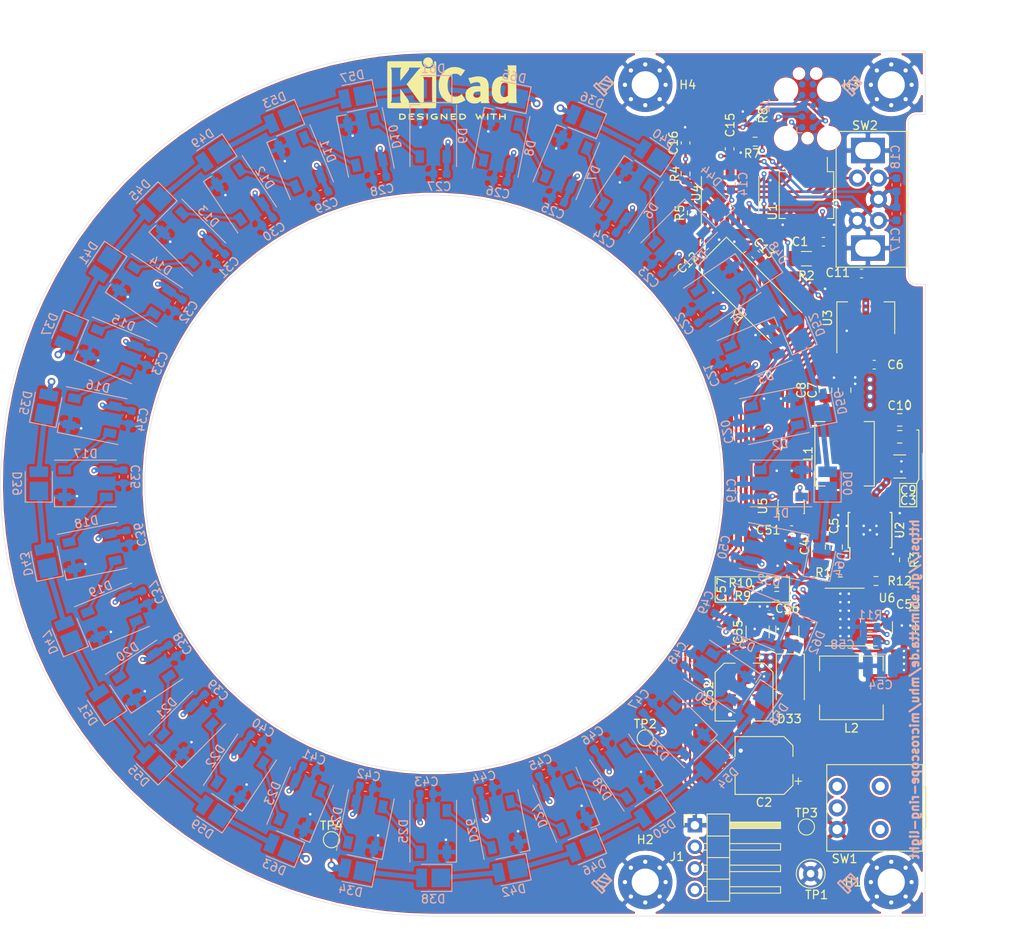
<source format=kicad_pcb>
(kicad_pcb (version 20171130) (host pcbnew 5.1.9)

  (general
    (thickness 1.6)
    (drawings 32)
    (tracks 1036)
    (zones 0)
    (modules 162)
    (nets 94)
  )

  (page A4)
  (title_block
    (title "Microscope Ring Light")
    (date 2021-04-07)
    (rev v2.1)
    (company Shimatta)
  )

  (layers
    (0 F.Cu signal)
    (1 In1.Cu power)
    (2 In2.Cu power)
    (31 B.Cu signal)
    (32 B.Adhes user)
    (33 F.Adhes user)
    (34 B.Paste user)
    (35 F.Paste user)
    (36 B.SilkS user)
    (37 F.SilkS user)
    (38 B.Mask user)
    (39 F.Mask user)
    (40 Dwgs.User user)
    (41 Cmts.User user)
    (42 Eco1.User user)
    (43 Eco2.User user)
    (44 Edge.Cuts user)
    (45 Margin user)
    (46 B.CrtYd user)
    (47 F.CrtYd user)
    (48 B.Fab user hide)
    (49 F.Fab user hide)
  )

  (setup
    (last_trace_width 0.3)
    (user_trace_width 0.3)
    (user_trace_width 0.6)
    (user_trace_width 0.8)
    (user_trace_width 2.5)
    (trace_clearance 0.2)
    (zone_clearance 0.3)
    (zone_45_only no)
    (trace_min 0.25)
    (via_size 0.8)
    (via_drill 0.4)
    (via_min_size 0.5)
    (via_min_drill 0.3)
    (user_via 0.6 0.3)
    (user_via 0.9 0.5)
    (uvia_size 0.3)
    (uvia_drill 0.1)
    (uvias_allowed no)
    (uvia_min_size 0.2)
    (uvia_min_drill 0.1)
    (edge_width 0.05)
    (segment_width 0.2)
    (pcb_text_width 0.3)
    (pcb_text_size 1.5 1.5)
    (mod_edge_width 0.12)
    (mod_text_size 1 1)
    (mod_text_width 0.15)
    (pad_size 1.205 1.55)
    (pad_drill 0)
    (pad_to_mask_clearance 0)
    (aux_axis_origin 70 70)
    (grid_origin 70 70)
    (visible_elements FFFFFF7F)
    (pcbplotparams
      (layerselection 0x010fc_ffffffff)
      (usegerberextensions true)
      (usegerberattributes true)
      (usegerberadvancedattributes true)
      (creategerberjobfile false)
      (excludeedgelayer true)
      (linewidth 0.100000)
      (plotframeref false)
      (viasonmask false)
      (mode 1)
      (useauxorigin false)
      (hpglpennumber 1)
      (hpglpenspeed 20)
      (hpglpendiameter 15.000000)
      (psnegative false)
      (psa4output false)
      (plotreference true)
      (plotvalue true)
      (plotinvisibletext false)
      (padsonsilk false)
      (subtractmaskfromsilk false)
      (outputformat 1)
      (mirror false)
      (drillshape 0)
      (scaleselection 1)
      (outputdirectory "gerber/"))
  )

  (net 0 "")
  (net 1 GND)
  (net 2 +3V3)
  (net 3 /TIM3_CH1)
  (net 4 /TIM3_CH2)
  (net 5 +12V)
  (net 6 +5V)
  (net 7 "Net-(D1-Pad4)")
  (net 8 "Net-(D1-Pad2)")
  (net 9 "Net-(D2-Pad4)")
  (net 10 "Net-(D3-Pad4)")
  (net 11 "Net-(D22-Pad4)")
  (net 12 "Net-(D4-Pad4)")
  (net 13 "Net-(D23-Pad4)")
  (net 14 "Net-(D5-Pad4)")
  (net 15 "Net-(D10-Pad2)")
  (net 16 "Net-(D10-Pad4)")
  (net 17 "Net-(D11-Pad4)")
  (net 18 "Net-(D12-Pad4)")
  (net 19 "Net-(D13-Pad4)")
  (net 20 "Net-(D14-Pad4)")
  (net 21 "Net-(D15-Pad4)")
  (net 22 "Net-(D16-Pad4)")
  (net 23 "Net-(D17-Pad4)")
  (net 24 "Net-(D18-Pad4)")
  (net 25 "Net-(D19-Pad4)")
  (net 26 "Net-(D20-Pad4)")
  (net 27 "Net-(D24-Pad4)")
  (net 28 /DMX+)
  (net 29 /DMX-)
  (net 30 /~RESET)
  (net 31 /STM_RX)
  (net 32 /STM_TX)
  (net 33 /SWCLK)
  (net 34 /SWDIO)
  (net 35 "/LED Grave/SK6812_DATA_IN")
  (net 36 /BUTTON)
  (net 37 "Net-(L1-Pad1)")
  (net 38 "Net-(C12-Pad1)")
  (net 39 "Net-(C13-Pad1)")
  (net 40 "Net-(D6-Pad4)")
  (net 41 "Net-(D7-Pad4)")
  (net 42 "Net-(D8-Pad4)")
  (net 43 "Net-(D21-Pad4)")
  (net 44 "Net-(D25-Pad4)")
  (net 45 "Net-(D26-Pad4)")
  (net 46 "Net-(D27-Pad4)")
  (net 47 "Net-(D28-Pad4)")
  (net 48 "Net-(D29-Pad4)")
  (net 49 "Net-(J1-Pad4)")
  (net 50 "Net-(D34-Pad1)")
  (net 51 "Net-(D35-Pad1)")
  (net 52 "Net-(D36-Pad1)")
  (net 53 "Net-(D37-Pad1)")
  (net 54 "Net-(D38-Pad1)")
  (net 55 "Net-(D39-Pad1)")
  (net 56 "Net-(D40-Pad1)")
  (net 57 "Net-(D41-Pad1)")
  (net 58 "Net-(D42-Pad1)")
  (net 59 "Net-(D43-Pad1)")
  (net 60 "Net-(D44-Pad1)")
  (net 61 "Net-(D45-Pad1)")
  (net 62 "Net-(D46-Pad1)")
  (net 63 "Net-(D47-Pad1)")
  (net 64 "Net-(D48-Pad1)")
  (net 65 "Net-(D49-Pad1)")
  (net 66 "Net-(D50-Pad1)")
  (net 67 "Net-(D51-Pad1)")
  (net 68 "Net-(D52-Pad1)")
  (net 69 "Net-(D53-Pad1)")
  (net 70 "Net-(D54-Pad1)")
  (net 71 "Net-(D55-Pad1)")
  (net 72 "Net-(D56-Pad1)")
  (net 73 "Net-(D57-Pad1)")
  (net 74 "Net-(D58-Pad1)")
  (net 75 "Net-(D59-Pad1)")
  (net 76 "Net-(D60-Pad1)")
  (net 77 "Net-(D61-Pad1)")
  (net 78 "Net-(D62-Pad1)")
  (net 79 "Net-(D63-Pad1)")
  (net 80 "Net-(R1-Pad2)")
  (net 81 /DMX_~RX~TX)
  (net 82 /WHITE_PWM)
  (net 83 /WhiteLEDs/LED_SUPPLY)
  (net 84 "Net-(D30-Pad4)")
  (net 85 "Net-(C57-Pad2)")
  (net 86 "Net-(C58-Pad1)")
  (net 87 "Net-(D31-Pad4)")
  (net 88 "Net-(D33-Pad2)")
  (net 89 "Net-(D64-Pad1)")
  (net 90 "Net-(D65-Pad1)")
  (net 91 "Net-(R5-Pad1)")
  (net 92 "Net-(R11-Pad2)")
  (net 93 "Net-(R12-Pad1)")

  (net_class Default "This is the default net class."
    (clearance 0.2)
    (trace_width 0.25)
    (via_dia 0.8)
    (via_drill 0.4)
    (uvia_dia 0.3)
    (uvia_drill 0.1)
    (diff_pair_width 0.3)
    (diff_pair_gap 0.26)
    (add_net +12V)
    (add_net +3V3)
    (add_net +5V)
    (add_net /BUTTON)
    (add_net /DMX_~RX~TX)
    (add_net "/LED Grave/SK6812_DATA_IN")
    (add_net /STM_RX)
    (add_net /STM_TX)
    (add_net /SWCLK)
    (add_net /SWDIO)
    (add_net /TIM3_CH1)
    (add_net /TIM3_CH2)
    (add_net /WHITE_PWM)
    (add_net /~RESET)
    (add_net GND)
    (add_net "Net-(C12-Pad1)")
    (add_net "Net-(C13-Pad1)")
    (add_net "Net-(C57-Pad2)")
    (add_net "Net-(C58-Pad1)")
    (add_net "Net-(D1-Pad2)")
    (add_net "Net-(D1-Pad4)")
    (add_net "Net-(D10-Pad2)")
    (add_net "Net-(D10-Pad4)")
    (add_net "Net-(D11-Pad4)")
    (add_net "Net-(D12-Pad4)")
    (add_net "Net-(D13-Pad4)")
    (add_net "Net-(D14-Pad4)")
    (add_net "Net-(D15-Pad4)")
    (add_net "Net-(D16-Pad4)")
    (add_net "Net-(D17-Pad4)")
    (add_net "Net-(D18-Pad4)")
    (add_net "Net-(D19-Pad4)")
    (add_net "Net-(D2-Pad4)")
    (add_net "Net-(D20-Pad4)")
    (add_net "Net-(D21-Pad4)")
    (add_net "Net-(D22-Pad4)")
    (add_net "Net-(D23-Pad4)")
    (add_net "Net-(D24-Pad4)")
    (add_net "Net-(D25-Pad4)")
    (add_net "Net-(D26-Pad4)")
    (add_net "Net-(D27-Pad4)")
    (add_net "Net-(D28-Pad4)")
    (add_net "Net-(D29-Pad4)")
    (add_net "Net-(D3-Pad4)")
    (add_net "Net-(D30-Pad4)")
    (add_net "Net-(D31-Pad4)")
    (add_net "Net-(D33-Pad2)")
    (add_net "Net-(D34-Pad1)")
    (add_net "Net-(D35-Pad1)")
    (add_net "Net-(D36-Pad1)")
    (add_net "Net-(D37-Pad1)")
    (add_net "Net-(D38-Pad1)")
    (add_net "Net-(D39-Pad1)")
    (add_net "Net-(D4-Pad4)")
    (add_net "Net-(D40-Pad1)")
    (add_net "Net-(D41-Pad1)")
    (add_net "Net-(D42-Pad1)")
    (add_net "Net-(D43-Pad1)")
    (add_net "Net-(D44-Pad1)")
    (add_net "Net-(D45-Pad1)")
    (add_net "Net-(D46-Pad1)")
    (add_net "Net-(D47-Pad1)")
    (add_net "Net-(D48-Pad1)")
    (add_net "Net-(D49-Pad1)")
    (add_net "Net-(D5-Pad4)")
    (add_net "Net-(D50-Pad1)")
    (add_net "Net-(D51-Pad1)")
    (add_net "Net-(D52-Pad1)")
    (add_net "Net-(D53-Pad1)")
    (add_net "Net-(D54-Pad1)")
    (add_net "Net-(D55-Pad1)")
    (add_net "Net-(D56-Pad1)")
    (add_net "Net-(D57-Pad1)")
    (add_net "Net-(D58-Pad1)")
    (add_net "Net-(D59-Pad1)")
    (add_net "Net-(D6-Pad4)")
    (add_net "Net-(D60-Pad1)")
    (add_net "Net-(D61-Pad1)")
    (add_net "Net-(D62-Pad1)")
    (add_net "Net-(D63-Pad1)")
    (add_net "Net-(D64-Pad1)")
    (add_net "Net-(D65-Pad1)")
    (add_net "Net-(D7-Pad4)")
    (add_net "Net-(D8-Pad4)")
    (add_net "Net-(J1-Pad4)")
    (add_net "Net-(L1-Pad1)")
    (add_net "Net-(R1-Pad2)")
    (add_net "Net-(R11-Pad2)")
    (add_net "Net-(R12-Pad1)")
    (add_net "Net-(R5-Pad1)")
  )

  (net_class DMX-DIFF120 ""
    (clearance 0.2)
    (trace_width 0.25)
    (via_dia 0.6)
    (via_drill 0.3)
    (uvia_dia 0.3)
    (uvia_drill 0.1)
    (diff_pair_width 0.25)
    (diff_pair_gap 0.3)
    (add_net /DMX+)
    (add_net /DMX-)
  )

  (net_class LED_SUPPLY ""
    (clearance 0.35)
    (trace_width 0.25)
    (via_dia 0.8)
    (via_drill 0.4)
    (uvia_dia 0.3)
    (uvia_drill 0.1)
    (diff_pair_width 0.3)
    (diff_pair_gap 0.25)
    (add_net /WhiteLEDs/LED_SUPPLY)
  )

  (module shimatta_inductor:Murata_4500 (layer F.Cu) (tedit 6070BA49) (tstamp 60714415)
    (at 119.3 94.1 180)
    (path /606770DB/60625C92)
    (fp_text reference L2 (at 0 -4.75) (layer F.SilkS)
      (effects (font (size 1 1) (thickness 0.15)))
    )
    (fp_text value 45223C (at 0 -2.35) (layer F.Fab)
      (effects (font (size 1 1) (thickness 0.15)))
    )
    (fp_arc (start 3.25 3.25) (end 3.25 3.5) (angle -90) (layer F.Fab) (width 0.12))
    (fp_arc (start -3.25 3.25) (end -3.5 3.25) (angle -90) (layer F.Fab) (width 0.12))
    (fp_arc (start -3.25 -3.25) (end -3.25 -3.5) (angle -90) (layer F.Fab) (width 0.12))
    (fp_arc (start 3.25 -3.25) (end 3.5 -3.25) (angle -90) (layer F.Fab) (width 0.12))
    (fp_line (start -3.75 -3.75) (end 3.75 -3.75) (layer F.SilkS) (width 0.12))
    (fp_line (start 3.75 -3.75) (end 3.75 -2) (layer F.SilkS) (width 0.12))
    (fp_line (start -3.75 -3.75) (end -3.75 -2) (layer F.SilkS) (width 0.12))
    (fp_line (start 3.75 2) (end 3.75 3.75) (layer F.SilkS) (width 0.12))
    (fp_line (start 3.75 3.75) (end -3.75 3.75) (layer F.SilkS) (width 0.12))
    (fp_line (start -3.75 3.75) (end -3.75 2) (layer F.SilkS) (width 0.12))
    (fp_line (start 3.5 -3.25) (end 3.5 3.25) (layer F.Fab) (width 0.12))
    (fp_line (start 3.25 3.5) (end -3.25 3.5) (layer F.Fab) (width 0.12))
    (fp_line (start -3.5 3.25) (end -3.5 -3.25) (layer F.Fab) (width 0.12))
    (fp_line (start -3.25 -3.5) (end 3.25 -3.5) (layer F.Fab) (width 0.12))
    (fp_circle (center 0 0) (end -2.25 1.5) (layer F.Fab) (width 0.12))
    (fp_line (start -4.5 -4) (end 4.5 -4) (layer F.CrtYd) (width 0.12))
    (fp_line (start 4.5 -4) (end 4.5 4) (layer F.CrtYd) (width 0.12))
    (fp_line (start 4.5 4) (end -4.5 4) (layer F.CrtYd) (width 0.12))
    (fp_line (start -4.5 4) (end -4.5 -4) (layer F.CrtYd) (width 0.12))
    (pad 2 smd rect (at 3 0 180) (size 2.5 3.25) (layers F.Cu F.Paste F.Mask)
      (net 88 "Net-(D33-Pad2)"))
    (pad 1 smd rect (at -3 0 180) (size 2.5 3.25) (layers F.Cu F.Paste F.Mask)
      (net 5 +12V))
  )

  (module shimatta_switch:EN11-VSM (layer F.Cu) (tedit 60201AA5) (tstamp 6068A86B)
    (at 122.5 36.5)
    (path /606929D5)
    (fp_text reference SW2 (at -1.6 -8.7) (layer F.SilkS)
      (effects (font (size 1 1) (thickness 0.15)))
    )
    (fp_text value EN11-VSM (at 2.25 0 90) (layer F.Fab)
      (effects (font (size 1 1) (thickness 0.15)))
    )
    (fp_line (start -5 -8) (end 3.35 -8) (layer F.Fab) (width 0.12))
    (fp_line (start -5 -8) (end -5 8) (layer F.Fab) (width 0.12))
    (fp_line (start -5 8) (end 3.35 8) (layer F.Fab) (width 0.12))
    (fp_line (start 3.35 -8) (end 3.35 8) (layer F.Fab) (width 0.12))
    (fp_line (start 3.35 -3.5) (end 8 -3.5) (layer F.Fab) (width 0.12))
    (fp_line (start 3.35 3.5) (end 8 3.5) (layer F.Fab) (width 0.12))
    (fp_line (start 8 -3.5) (end 8 3.5) (layer F.Fab) (width 0.12))
    (fp_line (start 8 -3) (end 16.15 -3) (layer F.Fab) (width 0.12))
    (fp_line (start 16.15 -3) (end 16.15 3) (layer F.Fab) (width 0.12))
    (fp_line (start 16.15 3) (end 8 3) (layer F.Fab) (width 0.12))
    (fp_line (start -5 -8) (end 3.35 -8) (layer F.SilkS) (width 0.12))
    (fp_line (start 3.35 -8) (end 3.35 8) (layer F.SilkS) (width 0.12))
    (fp_line (start 3.35 8) (end -5 8) (layer F.SilkS) (width 0.12))
    (fp_line (start -5 8) (end -5 -8) (layer F.SilkS) (width 0.12))
    (pad MP thru_hole rect (at -1.25 5.75) (size 4 3) (drill oval 3 2) (layers *.Cu *.Mask)
      (net 1 GND))
    (pad MP thru_hole rect (at -1.25 -5.75) (size 4 3) (drill oval 3 2) (layers *.Cu *.Mask)
      (net 1 GND))
    (pad S2 thru_hole circle (at -2.5 2.5) (size 2 2) (drill 1.1) (layers *.Cu *.Mask)
      (net 1 GND))
    (pad S1 thru_hole circle (at -2.5 -2.5) (size 2 2) (drill 1.1) (layers *.Cu *.Mask)
      (net 36 /BUTTON))
    (pad C thru_hole circle (at 0 0) (size 2 2) (drill 1.1) (layers *.Cu *.Mask)
      (net 1 GND))
    (pad B thru_hole circle (at 0 -2.5) (size 2 2) (drill 1.1) (layers *.Cu *.Mask)
      (net 4 /TIM3_CH2))
    (pad A thru_hole circle (at 0 2.5) (size 2 2) (drill 1.1) (layers *.Cu *.Mask)
      (net 3 /TIM3_CH1))
  )

  (module Capacitor_SMD:C_0805_2012Metric (layer F.Cu) (tedit 5F68FEEE) (tstamp 60622F58)
    (at 125 62.5)
    (descr "Capacitor SMD 0805 (2012 Metric), square (rectangular) end terminal, IPC_7351 nominal, (Body size source: IPC-SM-782 page 76, https://www.pcb-3d.com/wordpress/wp-content/uploads/ipc-sm-782a_amendment_1_and_2.pdf, https://docs.google.com/spreadsheets/d/1BsfQQcO9C6DZCsRaXUlFlo91Tg2WpOkGARC1WS5S8t0/edit?usp=sharing), generated with kicad-footprint-generator")
    (tags capacitor)
    (path /600E7362)
    (attr smd)
    (fp_text reference C10 (at 0 -1.68) (layer F.SilkS)
      (effects (font (size 1 1) (thickness 0.15)))
    )
    (fp_text value 10u (at 0 1.68) (layer F.Fab)
      (effects (font (size 1 1) (thickness 0.15)))
    )
    (fp_line (start 1.7 0.98) (end -1.7 0.98) (layer F.CrtYd) (width 0.05))
    (fp_line (start 1.7 -0.98) (end 1.7 0.98) (layer F.CrtYd) (width 0.05))
    (fp_line (start -1.7 -0.98) (end 1.7 -0.98) (layer F.CrtYd) (width 0.05))
    (fp_line (start -1.7 0.98) (end -1.7 -0.98) (layer F.CrtYd) (width 0.05))
    (fp_line (start -0.261252 0.735) (end 0.261252 0.735) (layer F.SilkS) (width 0.12))
    (fp_line (start -0.261252 -0.735) (end 0.261252 -0.735) (layer F.SilkS) (width 0.12))
    (fp_line (start 1 0.625) (end -1 0.625) (layer F.Fab) (width 0.1))
    (fp_line (start 1 -0.625) (end 1 0.625) (layer F.Fab) (width 0.1))
    (fp_line (start -1 -0.625) (end 1 -0.625) (layer F.Fab) (width 0.1))
    (fp_line (start -1 0.625) (end -1 -0.625) (layer F.Fab) (width 0.1))
    (fp_text user %R (at 0 0) (layer F.Fab)
      (effects (font (size 0.5 0.5) (thickness 0.08)))
    )
    (pad 2 smd roundrect (at 0.95 0) (size 1 1.45) (layers F.Cu F.Paste F.Mask) (roundrect_rratio 0.25)
      (net 1 GND))
    (pad 1 smd roundrect (at -0.95 0) (size 1 1.45) (layers F.Cu F.Paste F.Mask) (roundrect_rratio 0.25)
      (net 6 +5V))
    (model ${KISYS3DMOD}/Capacitor_SMD.3dshapes/C_0805_2012Metric.wrl
      (at (xyz 0 0 0))
      (scale (xyz 1 1 1))
      (rotate (xyz 0 0 0))
    )
  )

  (module Capacitor_SMD:C_0805_2012Metric (layer F.Cu) (tedit 5F68FEEE) (tstamp 60622E53)
    (at 125 64.5)
    (descr "Capacitor SMD 0805 (2012 Metric), square (rectangular) end terminal, IPC_7351 nominal, (Body size source: IPC-SM-782 page 76, https://www.pcb-3d.com/wordpress/wp-content/uploads/ipc-sm-782a_amendment_1_and_2.pdf, https://docs.google.com/spreadsheets/d/1BsfQQcO9C6DZCsRaXUlFlo91Tg2WpOkGARC1WS5S8t0/edit?usp=sharing), generated with kicad-footprint-generator")
    (tags capacitor)
    (path /600E6713)
    (attr smd)
    (fp_text reference C9 (at 1 6.3) (layer F.SilkS)
      (effects (font (size 1 1) (thickness 0.15)))
    )
    (fp_text value 10u (at 0 1.68) (layer F.Fab)
      (effects (font (size 1 1) (thickness 0.15)))
    )
    (fp_line (start 1.7 0.98) (end -1.7 0.98) (layer F.CrtYd) (width 0.05))
    (fp_line (start 1.7 -0.98) (end 1.7 0.98) (layer F.CrtYd) (width 0.05))
    (fp_line (start -1.7 -0.98) (end 1.7 -0.98) (layer F.CrtYd) (width 0.05))
    (fp_line (start -1.7 0.98) (end -1.7 -0.98) (layer F.CrtYd) (width 0.05))
    (fp_line (start -0.261252 0.735) (end 0.261252 0.735) (layer F.SilkS) (width 0.12))
    (fp_line (start -0.261252 -0.735) (end 0.261252 -0.735) (layer F.SilkS) (width 0.12))
    (fp_line (start 1 0.625) (end -1 0.625) (layer F.Fab) (width 0.1))
    (fp_line (start 1 -0.625) (end 1 0.625) (layer F.Fab) (width 0.1))
    (fp_line (start -1 -0.625) (end 1 -0.625) (layer F.Fab) (width 0.1))
    (fp_line (start -1 0.625) (end -1 -0.625) (layer F.Fab) (width 0.1))
    (fp_text user %R (at 0 0) (layer F.Fab)
      (effects (font (size 0.5 0.5) (thickness 0.08)))
    )
    (pad 2 smd roundrect (at 0.95 0) (size 1 1.45) (layers F.Cu F.Paste F.Mask) (roundrect_rratio 0.25)
      (net 1 GND))
    (pad 1 smd roundrect (at -0.95 0) (size 1 1.45) (layers F.Cu F.Paste F.Mask) (roundrect_rratio 0.25)
      (net 6 +5V))
    (model ${KISYS3DMOD}/Capacitor_SMD.3dshapes/C_0805_2012Metric.wrl
      (at (xyz 0 0 0))
      (scale (xyz 1 1 1))
      (rotate (xyz 0 0 0))
    )
  )

  (module Capacitor_SMD:C_0805_2012Metric (layer F.Cu) (tedit 5F68FEEE) (tstamp 60622F22)
    (at 116.25 59 90)
    (descr "Capacitor SMD 0805 (2012 Metric), square (rectangular) end terminal, IPC_7351 nominal, (Body size source: IPC-SM-782 page 76, https://www.pcb-3d.com/wordpress/wp-content/uploads/ipc-sm-782a_amendment_1_and_2.pdf, https://docs.google.com/spreadsheets/d/1BsfQQcO9C6DZCsRaXUlFlo91Tg2WpOkGARC1WS5S8t0/edit?usp=sharing), generated with kicad-footprint-generator")
    (tags capacitor)
    (path /600E635C)
    (attr smd)
    (fp_text reference C8 (at 0 -2.85 90) (layer F.SilkS)
      (effects (font (size 1 1) (thickness 0.15)))
    )
    (fp_text value 10u (at 0 1.68 90) (layer F.Fab)
      (effects (font (size 1 1) (thickness 0.15)))
    )
    (fp_line (start 1.7 0.98) (end -1.7 0.98) (layer F.CrtYd) (width 0.05))
    (fp_line (start 1.7 -0.98) (end 1.7 0.98) (layer F.CrtYd) (width 0.05))
    (fp_line (start -1.7 -0.98) (end 1.7 -0.98) (layer F.CrtYd) (width 0.05))
    (fp_line (start -1.7 0.98) (end -1.7 -0.98) (layer F.CrtYd) (width 0.05))
    (fp_line (start -0.261252 0.735) (end 0.261252 0.735) (layer F.SilkS) (width 0.12))
    (fp_line (start -0.261252 -0.735) (end 0.261252 -0.735) (layer F.SilkS) (width 0.12))
    (fp_line (start 1 0.625) (end -1 0.625) (layer F.Fab) (width 0.1))
    (fp_line (start 1 -0.625) (end 1 0.625) (layer F.Fab) (width 0.1))
    (fp_line (start -1 -0.625) (end 1 -0.625) (layer F.Fab) (width 0.1))
    (fp_line (start -1 0.625) (end -1 -0.625) (layer F.Fab) (width 0.1))
    (fp_text user %R (at 0 0 90) (layer F.Fab)
      (effects (font (size 0.5 0.5) (thickness 0.08)))
    )
    (pad 2 smd roundrect (at 0.95 0 90) (size 1 1.45) (layers F.Cu F.Paste F.Mask) (roundrect_rratio 0.25)
      (net 1 GND))
    (pad 1 smd roundrect (at -0.95 0 90) (size 1 1.45) (layers F.Cu F.Paste F.Mask) (roundrect_rratio 0.25)
      (net 6 +5V))
    (model ${KISYS3DMOD}/Capacitor_SMD.3dshapes/C_0805_2012Metric.wrl
      (at (xyz 0 0 0))
      (scale (xyz 1 1 1))
      (rotate (xyz 0 0 0))
    )
  )

  (module Capacitor_SMD:C_0805_2012Metric (layer F.Cu) (tedit 5F68FEEE) (tstamp 60622FFD)
    (at 118.5 59 90)
    (descr "Capacitor SMD 0805 (2012 Metric), square (rectangular) end terminal, IPC_7351 nominal, (Body size source: IPC-SM-782 page 76, https://www.pcb-3d.com/wordpress/wp-content/uploads/ipc-sm-782a_amendment_1_and_2.pdf, https://docs.google.com/spreadsheets/d/1BsfQQcO9C6DZCsRaXUlFlo91Tg2WpOkGARC1WS5S8t0/edit?usp=sharing), generated with kicad-footprint-generator")
    (tags capacitor)
    (path /600E5144)
    (attr smd)
    (fp_text reference C7 (at 0 -3.8 90) (layer F.SilkS)
      (effects (font (size 1 1) (thickness 0.15)))
    )
    (fp_text value 10u (at 0 1.68 90) (layer F.Fab)
      (effects (font (size 1 1) (thickness 0.15)))
    )
    (fp_line (start 1.7 0.98) (end -1.7 0.98) (layer F.CrtYd) (width 0.05))
    (fp_line (start 1.7 -0.98) (end 1.7 0.98) (layer F.CrtYd) (width 0.05))
    (fp_line (start -1.7 -0.98) (end 1.7 -0.98) (layer F.CrtYd) (width 0.05))
    (fp_line (start -1.7 0.98) (end -1.7 -0.98) (layer F.CrtYd) (width 0.05))
    (fp_line (start -0.261252 0.735) (end 0.261252 0.735) (layer F.SilkS) (width 0.12))
    (fp_line (start -0.261252 -0.735) (end 0.261252 -0.735) (layer F.SilkS) (width 0.12))
    (fp_line (start 1 0.625) (end -1 0.625) (layer F.Fab) (width 0.1))
    (fp_line (start 1 -0.625) (end 1 0.625) (layer F.Fab) (width 0.1))
    (fp_line (start -1 -0.625) (end 1 -0.625) (layer F.Fab) (width 0.1))
    (fp_line (start -1 0.625) (end -1 -0.625) (layer F.Fab) (width 0.1))
    (fp_text user %R (at 0 0 90) (layer F.Fab)
      (effects (font (size 0.5 0.5) (thickness 0.08)))
    )
    (pad 2 smd roundrect (at 0.95 0 90) (size 1 1.45) (layers F.Cu F.Paste F.Mask) (roundrect_rratio 0.25)
      (net 1 GND))
    (pad 1 smd roundrect (at -0.95 0 90) (size 1 1.45) (layers F.Cu F.Paste F.Mask) (roundrect_rratio 0.25)
      (net 6 +5V))
    (model ${KISYS3DMOD}/Capacitor_SMD.3dshapes/C_0805_2012Metric.wrl
      (at (xyz 0 0 0))
      (scale (xyz 1 1 1))
      (rotate (xyz 0 0 0))
    )
  )

  (module Symbol:KiCad-Logo2_6mm_SilkScreen (layer F.Cu) (tedit 0) (tstamp 6061956D)
    (at 72.25 22.75)
    (descr "KiCad Logo")
    (tags "Logo KiCad")
    (attr virtual)
    (fp_text reference REF** (at 0 -5.08) (layer F.SilkS) hide
      (effects (font (size 1 1) (thickness 0.15)))
    )
    (fp_text value KiCad-Logo2_6mm_SilkScreen (at 0 6.35) (layer F.Fab) hide
      (effects (font (size 1 1) (thickness 0.15)))
    )
    (fp_poly (pts (xy -6.109663 3.635258) (xy -6.070181 3.635659) (xy -5.954492 3.638451) (xy -5.857603 3.646742)
      (xy -5.776211 3.661424) (xy -5.707015 3.683385) (xy -5.646712 3.713514) (xy -5.592 3.752702)
      (xy -5.572459 3.769724) (xy -5.540042 3.809555) (xy -5.510812 3.863605) (xy -5.488283 3.923515)
      (xy -5.475971 3.980931) (xy -5.474692 4.002148) (xy -5.482709 4.060961) (xy -5.504191 4.125205)
      (xy -5.535291 4.186013) (xy -5.572158 4.234522) (xy -5.578146 4.240374) (xy -5.628871 4.281513)
      (xy -5.684417 4.313627) (xy -5.747988 4.337557) (xy -5.822786 4.354145) (xy -5.912014 4.364233)
      (xy -6.018874 4.368661) (xy -6.06782 4.369037) (xy -6.130054 4.368737) (xy -6.17382 4.367484)
      (xy -6.203223 4.364746) (xy -6.222371 4.359993) (xy -6.235369 4.352693) (xy -6.242337 4.346459)
      (xy -6.248918 4.338886) (xy -6.25408 4.329116) (xy -6.257995 4.314532) (xy -6.260835 4.292518)
      (xy -6.262772 4.260456) (xy -6.263976 4.215728) (xy -6.26462 4.155718) (xy -6.264875 4.077809)
      (xy -6.264914 4.002148) (xy -6.265162 3.901233) (xy -6.265109 3.820619) (xy -6.264149 3.782014)
      (xy -6.118159 3.782014) (xy -6.118159 4.222281) (xy -6.025026 4.222196) (xy -5.968985 4.220588)
      (xy -5.910291 4.216448) (xy -5.86132 4.210656) (xy -5.85983 4.210418) (xy -5.780684 4.191282)
      (xy -5.719294 4.161479) (xy -5.672597 4.11907) (xy -5.642927 4.073153) (xy -5.624645 4.022218)
      (xy -5.626063 3.974392) (xy -5.64728 3.923125) (xy -5.688781 3.870091) (xy -5.74629 3.830792)
      (xy -5.821042 3.804523) (xy -5.871 3.795227) (xy -5.927708 3.788699) (xy -5.987811 3.783974)
      (xy -6.038931 3.782009) (xy -6.041959 3.782) (xy -6.118159 3.782014) (xy -6.264149 3.782014)
      (xy -6.263552 3.758043) (xy -6.25929 3.711247) (xy -6.251122 3.67797) (xy -6.237848 3.655951)
      (xy -6.218266 3.642931) (xy -6.191175 3.636649) (xy -6.155374 3.634845) (xy -6.109663 3.635258)) (layer F.SilkS) (width 0.01))
    (fp_poly (pts (xy -4.701086 3.635338) (xy -4.631678 3.63571) (xy -4.579289 3.636577) (xy -4.541139 3.638138)
      (xy -4.514451 3.640595) (xy -4.496445 3.644149) (xy -4.484341 3.649002) (xy -4.475361 3.655353)
      (xy -4.47211 3.658276) (xy -4.452335 3.689334) (xy -4.448774 3.72502) (xy -4.461783 3.756702)
      (xy -4.467798 3.763105) (xy -4.477527 3.769313) (xy -4.493193 3.774102) (xy -4.5177 3.777706)
      (xy -4.553953 3.780356) (xy -4.604857 3.782287) (xy -4.673318 3.783731) (xy -4.735909 3.78461)
      (xy -4.983626 3.787659) (xy -4.987011 3.85257) (xy -4.990397 3.917481) (xy -4.82225 3.917481)
      (xy -4.749251 3.918111) (xy -4.695809 3.920745) (xy -4.65892 3.926501) (xy -4.63558 3.936496)
      (xy -4.622786 3.951848) (xy -4.617534 3.973674) (xy -4.616737 3.99393) (xy -4.619215 4.018784)
      (xy -4.628569 4.037098) (xy -4.647675 4.049829) (xy -4.67941 4.057933) (xy -4.726651 4.062368)
      (xy -4.792275 4.064091) (xy -4.828093 4.064237) (xy -4.98927 4.064237) (xy -4.98927 4.222281)
      (xy -4.740914 4.222281) (xy -4.659505 4.222394) (xy -4.597634 4.222904) (xy -4.55226 4.224062)
      (xy -4.520346 4.226122) (xy -4.498851 4.229338) (xy -4.484735 4.233964) (xy -4.47496 4.240251)
      (xy -4.469981 4.244859) (xy -4.452902 4.271752) (xy -4.447403 4.295659) (xy -4.455255 4.324859)
      (xy -4.469981 4.346459) (xy -4.477838 4.353258) (xy -4.48798 4.358538) (xy -4.503136 4.36249)
      (xy -4.526033 4.365305) (xy -4.559401 4.367174) (xy -4.605967 4.36829) (xy -4.668459 4.368843)
      (xy -4.749606 4.369025) (xy -4.791714 4.369037) (xy -4.88189 4.368957) (xy -4.952216 4.36859)
      (xy -5.005421 4.367744) (xy -5.044232 4.366228) (xy -5.071379 4.363851) (xy -5.08959 4.360421)
      (xy -5.101592 4.355746) (xy -5.110114 4.349636) (xy -5.113448 4.346459) (xy -5.120047 4.338862)
      (xy -5.125219 4.329062) (xy -5.129138 4.314431) (xy -5.131976 4.292344) (xy -5.133907 4.260174)
      (xy -5.135104 4.215295) (xy -5.13574 4.155081) (xy -5.135989 4.076905) (xy -5.136026 4.004115)
      (xy -5.135992 3.910899) (xy -5.135757 3.837623) (xy -5.135122 3.78165) (xy -5.133886 3.740343)
      (xy -5.131848 3.711064) (xy -5.128809 3.691176) (xy -5.124569 3.678042) (xy -5.118927 3.669024)
      (xy -5.111683 3.661485) (xy -5.109898 3.659804) (xy -5.101237 3.652364) (xy -5.091174 3.646601)
      (xy -5.076917 3.642304) (xy -5.055675 3.639256) (xy -5.024656 3.637243) (xy -4.981069 3.636052)
      (xy -4.922123 3.635467) (xy -4.845026 3.635275) (xy -4.790293 3.635259) (xy -4.701086 3.635338)) (layer F.SilkS) (width 0.01))
    (fp_poly (pts (xy -3.679995 3.636543) (xy -3.60518 3.641773) (xy -3.535598 3.649942) (xy -3.475294 3.660742)
      (xy -3.428312 3.673865) (xy -3.398698 3.689005) (xy -3.394152 3.693461) (xy -3.378346 3.728042)
      (xy -3.383139 3.763543) (xy -3.407656 3.793917) (xy -3.408826 3.794788) (xy -3.423246 3.804146)
      (xy -3.4383 3.809068) (xy -3.459297 3.809665) (xy -3.491549 3.806053) (xy -3.540365 3.798346)
      (xy -3.544292 3.797697) (xy -3.617031 3.788761) (xy -3.695509 3.784353) (xy -3.774219 3.784311)
      (xy -3.847653 3.788471) (xy -3.910303 3.796671) (xy -3.956662 3.808749) (xy -3.959708 3.809963)
      (xy -3.99334 3.828807) (xy -4.005156 3.847877) (xy -3.995906 3.866631) (xy -3.966339 3.884529)
      (xy -3.917203 3.901029) (xy -3.849249 3.915588) (xy -3.803937 3.922598) (xy -3.709748 3.936081)
      (xy -3.634836 3.948406) (xy -3.576009 3.960641) (xy -3.530077 3.973853) (xy -3.493847 3.989109)
      (xy -3.46413 4.007477) (xy -3.437734 4.030023) (xy -3.416522 4.052163) (xy -3.391357 4.083011)
      (xy -3.378973 4.109537) (xy -3.3751 4.142218) (xy -3.374959 4.154187) (xy -3.377868 4.193904)
      (xy -3.389494 4.223451) (xy -3.409615 4.249678) (xy -3.450508 4.289768) (xy -3.496109 4.320341)
      (xy -3.549805 4.342395) (xy -3.614984 4.356927) (xy -3.695036 4.364933) (xy -3.793349 4.36741)
      (xy -3.809581 4.367369) (xy -3.875141 4.36601) (xy -3.940158 4.362922) (xy -3.997544 4.358548)
      (xy -4.040214 4.353332) (xy -4.043664 4.352733) (xy -4.086088 4.342683) (xy -4.122072 4.329988)
      (xy -4.142442 4.318382) (xy -4.161399 4.287764) (xy -4.162719 4.25211) (xy -4.146377 4.220336)
      (xy -4.142721 4.216743) (xy -4.127607 4.206068) (xy -4.108707 4.201468) (xy -4.079454 4.202251)
      (xy -4.043943 4.206319) (xy -4.004262 4.209954) (xy -3.948637 4.21302) (xy -3.883698 4.215245)
      (xy -3.816077 4.216356) (xy -3.798292 4.216429) (xy -3.73042 4.216156) (xy -3.680746 4.214838)
      (xy -3.644902 4.212019) (xy -3.618516 4.207242) (xy -3.597218 4.200049) (xy -3.584418 4.194059)
      (xy -3.556292 4.177425) (xy -3.53836 4.16236) (xy -3.535739 4.158089) (xy -3.541268 4.140455)
      (xy -3.567552 4.123384) (xy -3.61277 4.10765) (xy -3.6751 4.09403) (xy -3.693463 4.090996)
      (xy -3.789382 4.07593) (xy -3.865933 4.063338) (xy -3.926072 4.052303) (xy -3.972752 4.041912)
      (xy -4.008929 4.031248) (xy -4.037557 4.019397) (xy -4.06159 4.005443) (xy -4.083984 3.988473)
      (xy -4.107694 3.96757) (xy -4.115672 3.960241) (xy -4.143645 3.932891) (xy -4.158452 3.911221)
      (xy -4.164244 3.886424) (xy -4.165181 3.855175) (xy -4.154867 3.793897) (xy -4.124044 3.741832)
      (xy -4.072887 3.69915) (xy -4.001575 3.666017) (xy -3.950692 3.651156) (xy -3.895392 3.641558)
      (xy -3.829145 3.636128) (xy -3.755998 3.634559) (xy -3.679995 3.636543)) (layer F.SilkS) (width 0.01))
    (fp_poly (pts (xy -2.912114 3.657837) (xy -2.905534 3.66541) (xy -2.900371 3.675179) (xy -2.896456 3.689763)
      (xy -2.893616 3.711777) (xy -2.891679 3.74384) (xy -2.890475 3.788567) (xy -2.889831 3.848577)
      (xy -2.889576 3.926486) (xy -2.889537 4.002148) (xy -2.889606 4.095994) (xy -2.88993 4.169881)
      (xy -2.890678 4.226424) (xy -2.892024 4.268241) (xy -2.894138 4.297949) (xy -2.897192 4.318165)
      (xy -2.901358 4.331506) (xy -2.906808 4.34059) (xy -2.912114 4.346459) (xy -2.945118 4.366139)
      (xy -2.980283 4.364373) (xy -3.011747 4.342909) (xy -3.018976 4.334529) (xy -3.024626 4.324806)
      (xy -3.028891 4.311053) (xy -3.031965 4.290581) (xy -3.034044 4.260704) (xy -3.035322 4.218733)
      (xy -3.035993 4.161981) (xy -3.036251 4.087759) (xy -3.036292 4.003729) (xy -3.036292 3.690677)
      (xy -3.008583 3.662968) (xy -2.974429 3.639655) (xy -2.941298 3.638815) (xy -2.912114 3.657837)) (layer F.SilkS) (width 0.01))
    (fp_poly (pts (xy -1.938373 3.640791) (xy -1.869857 3.652287) (xy -1.817235 3.670159) (xy -1.783 3.693691)
      (xy -1.773671 3.707116) (xy -1.764185 3.73834) (xy -1.770569 3.766587) (xy -1.790722 3.793374)
      (xy -1.822037 3.805905) (xy -1.867475 3.804888) (xy -1.902618 3.798098) (xy -1.980711 3.785163)
      (xy -2.060518 3.783934) (xy -2.149847 3.794433) (xy -2.174521 3.798882) (xy -2.257583 3.8223)
      (xy -2.322565 3.857137) (xy -2.368753 3.902796) (xy -2.395437 3.958686) (xy -2.400955 3.98758)
      (xy -2.397343 4.046204) (xy -2.374021 4.098071) (xy -2.333116 4.14217) (xy -2.276751 4.177491)
      (xy -2.207052 4.203021) (xy -2.126144 4.217751) (xy -2.036152 4.22067) (xy -1.939202 4.210767)
      (xy -1.933728 4.209833) (xy -1.895167 4.202651) (xy -1.873786 4.195713) (xy -1.864519 4.185419)
      (xy -1.862298 4.168168) (xy -1.862248 4.159033) (xy -1.862248 4.120681) (xy -1.930723 4.120681)
      (xy -1.991192 4.116539) (xy -2.032457 4.103339) (xy -2.056467 4.079922) (xy -2.065169 4.045128)
      (xy -2.065275 4.040586) (xy -2.060184 4.010846) (xy -2.042725 3.989611) (xy -2.010231 3.975558)
      (xy -1.960035 3.967365) (xy -1.911415 3.964353) (xy -1.840748 3.962625) (xy -1.78949 3.965262)
      (xy -1.754531 3.974992) (xy -1.732762 3.994545) (xy -1.721072 4.026648) (xy -1.716352 4.07403)
      (xy -1.715492 4.136263) (xy -1.716901 4.205727) (xy -1.72114 4.252978) (xy -1.728228 4.278204)
      (xy -1.729603 4.28018) (xy -1.76852 4.3117) (xy -1.825578 4.336662) (xy -1.897161 4.354532)
      (xy -1.97965 4.364778) (xy -2.069431 4.366865) (xy -2.162884 4.36026) (xy -2.217848 4.352148)
      (xy -2.304058 4.327746) (xy -2.384184 4.287854) (xy -2.451269 4.236079) (xy -2.461465 4.225731)
      (xy -2.494594 4.182227) (xy -2.524486 4.12831) (xy -2.547649 4.071784) (xy -2.56059 4.020451)
      (xy -2.56215 4.000736) (xy -2.55551 3.959611) (xy -2.53786 3.908444) (xy -2.512589 3.854586)
      (xy -2.483081 3.805387) (xy -2.457011 3.772526) (xy -2.396057 3.723644) (xy -2.317261 3.684737)
      (xy -2.223449 3.656686) (xy -2.117442 3.640371) (xy -2.020292 3.636384) (xy -1.938373 3.640791)) (layer F.SilkS) (width 0.01))
    (fp_poly (pts (xy -1.288406 3.63964) (xy -1.26484 3.653465) (xy -1.234027 3.676073) (xy -1.19437 3.70853)
      (xy -1.144272 3.7519) (xy -1.082135 3.80725) (xy -1.006364 3.875643) (xy -0.919626 3.954276)
      (xy -0.739003 4.11807) (xy -0.733359 3.898221) (xy -0.731321 3.822543) (xy -0.729355 3.766186)
      (xy -0.727026 3.725898) (xy -0.723898 3.698427) (xy -0.719537 3.680521) (xy -0.713508 3.668929)
      (xy -0.705376 3.6604) (xy -0.701064 3.656815) (xy -0.666533 3.637862) (xy -0.633675 3.640633)
      (xy -0.60761 3.656825) (xy -0.580959 3.678391) (xy -0.577644 3.993343) (xy -0.576727 4.085971)
      (xy -0.57626 4.158736) (xy -0.576405 4.214353) (xy -0.577324 4.255534) (xy -0.579179 4.284995)
      (xy -0.582131 4.305447) (xy -0.586342 4.319605) (xy -0.591974 4.330183) (xy -0.598219 4.338666)
      (xy -0.611731 4.354399) (xy -0.625175 4.364828) (xy -0.640416 4.368831) (xy -0.659318 4.365286)
      (xy -0.683747 4.353071) (xy -0.715565 4.331063) (xy -0.75664 4.298141) (xy -0.808834 4.253183)
      (xy -0.874014 4.195067) (xy -0.947848 4.128291) (xy -1.213137 3.88765) (xy -1.218781 4.106781)
      (xy -1.220823 4.18232) (xy -1.222794 4.238546) (xy -1.225131 4.278716) (xy -1.228273 4.306088)
      (xy -1.232656 4.32392) (xy -1.238716 4.335471) (xy -1.246892 4.343999) (xy -1.251076 4.347474)
      (xy -1.288057 4.366564) (xy -1.323 4.363685) (xy -1.353428 4.339292) (xy -1.360389 4.329478)
      (xy -1.365815 4.318018) (xy -1.369895 4.30216) (xy -1.372821 4.279155) (xy -1.374784 4.246254)
      (xy -1.375975 4.200708) (xy -1.376584 4.139765) (xy -1.376803 4.060678) (xy -1.376826 4.002148)
      (xy -1.376752 3.910599) (xy -1.376405 3.838879) (xy -1.375593 3.784237) (xy -1.374125 3.743924)
      (xy -1.371811 3.71519) (xy -1.368459 3.695285) (xy -1.36388 3.68146) (xy -1.357881 3.670964)
      (xy -1.353428 3.665003) (xy -1.342142 3.650883) (xy -1.331593 3.640221) (xy -1.320185 3.634084)
      (xy -1.306322 3.633535) (xy -1.288406 3.63964)) (layer F.SilkS) (width 0.01))
    (fp_poly (pts (xy 0.242051 3.635452) (xy 0.318409 3.636366) (xy 0.376925 3.638503) (xy 0.419963 3.642367)
      (xy 0.449891 3.648459) (xy 0.469076 3.657282) (xy 0.479884 3.669338) (xy 0.484681 3.685131)
      (xy 0.485835 3.705162) (xy 0.485841 3.707527) (xy 0.484839 3.730184) (xy 0.480104 3.747695)
      (xy 0.469041 3.760766) (xy 0.449056 3.770105) (xy 0.417554 3.776419) (xy 0.37194 3.780414)
      (xy 0.309621 3.782798) (xy 0.228001 3.784278) (xy 0.202985 3.784606) (xy -0.039092 3.787659)
      (xy -0.042478 3.85257) (xy -0.045863 3.917481) (xy 0.122284 3.917481) (xy 0.187974 3.917723)
      (xy 0.23488 3.918748) (xy 0.266791 3.921003) (xy 0.287499 3.924934) (xy 0.300792 3.93099)
      (xy 0.310463 3.939616) (xy 0.310525 3.939685) (xy 0.328064 3.973304) (xy 0.32743 4.00964)
      (xy 0.309022 4.040615) (xy 0.305379 4.043799) (xy 0.292449 4.052004) (xy 0.274732 4.057713)
      (xy 0.248278 4.061354) (xy 0.20914 4.063359) (xy 0.15337 4.064156) (xy 0.117702 4.064237)
      (xy -0.044737 4.064237) (xy -0.044737 4.222281) (xy 0.201869 4.222281) (xy 0.283288 4.222423)
      (xy 0.345118 4.223006) (xy 0.390345 4.22426) (xy 0.421956 4.226419) (xy 0.442939 4.229715)
      (xy 0.456281 4.234381) (xy 0.464969 4.240649) (xy 0.467158 4.242925) (xy 0.483322 4.274472)
      (xy 0.484505 4.31036) (xy 0.471244 4.341477) (xy 0.460751 4.351463) (xy 0.449837 4.356961)
      (xy 0.432925 4.361214) (xy 0.407341 4.364372) (xy 0.370409 4.366584) (xy 0.319454 4.367998)
      (xy 0.251802 4.368764) (xy 0.164777 4.36903) (xy 0.145102 4.369037) (xy 0.056619 4.368979)
      (xy -0.012065 4.368659) (xy -0.063728 4.367859) (xy -0.101147 4.366359) (xy -0.127102 4.363941)
      (xy -0.14437 4.360386) (xy -0.15573 4.355474) (xy -0.16396 4.348987) (xy -0.168475 4.34433)
      (xy -0.175271 4.336081) (xy -0.18058 4.325861) (xy -0.184586 4.310992) (xy -0.187471 4.288794)
      (xy -0.189418 4.256585) (xy -0.190611 4.211688) (xy -0.191231 4.15142) (xy -0.191463 4.073103)
      (xy -0.191492 4.007186) (xy -0.191421 3.91482) (xy -0.191084 3.842309) (xy -0.190294 3.786929)
      (xy -0.188866 3.745957) (xy -0.186613 3.71667) (xy -0.183349 3.696345) (xy -0.178888 3.682258)
      (xy -0.173044 3.671687) (xy -0.168095 3.665003) (xy -0.144698 3.635259) (xy 0.145482 3.635259)
      (xy 0.242051 3.635452)) (layer F.SilkS) (width 0.01))
    (fp_poly (pts (xy 1.030017 3.635467) (xy 1.158996 3.639828) (xy 1.268699 3.653053) (xy 1.360934 3.675933)
      (xy 1.43751 3.709262) (xy 1.500235 3.75383) (xy 1.55092 3.810428) (xy 1.591371 3.87985)
      (xy 1.592167 3.881543) (xy 1.616309 3.943675) (xy 1.624911 3.998701) (xy 1.617939 4.054079)
      (xy 1.595362 4.117265) (xy 1.59108 4.126881) (xy 1.56188 4.183158) (xy 1.529064 4.226643)
      (xy 1.48671 4.263609) (xy 1.428898 4.300327) (xy 1.425539 4.302244) (xy 1.375212 4.326419)
      (xy 1.318329 4.344474) (xy 1.251235 4.357031) (xy 1.170273 4.364714) (xy 1.07179 4.368145)
      (xy 1.036994 4.368443) (xy 0.871302 4.369037) (xy 0.847905 4.339292) (xy 0.840965 4.329511)
      (xy 0.83555 4.318089) (xy 0.831473 4.302287) (xy 0.828545 4.279367) (xy 0.826575 4.246588)
      (xy 0.825933 4.222281) (xy 0.982552 4.222281) (xy 1.076434 4.222281) (xy 1.131372 4.220675)
      (xy 1.187768 4.216447) (xy 1.234053 4.210484) (xy 1.236847 4.209982) (xy 1.319056 4.187928)
      (xy 1.382822 4.154792) (xy 1.43016 4.109039) (xy 1.46309 4.049131) (xy 1.468816 4.033253)
      (xy 1.474429 4.008525) (xy 1.471999 3.984094) (xy 1.460175 3.951592) (xy 1.453048 3.935626)
      (xy 1.429708 3.893198) (xy 1.401588 3.863432) (xy 1.370648 3.842703) (xy 1.308674 3.815729)
      (xy 1.229359 3.79619) (xy 1.136961 3.784938) (xy 1.070041 3.782462) (xy 0.982552 3.782014)
      (xy 0.982552 4.222281) (xy 0.825933 4.222281) (xy 0.825376 4.201213) (xy 0.824758 4.140503)
      (xy 0.824533 4.061718) (xy 0.824508 4.000112) (xy 0.824508 3.690677) (xy 0.852217 3.662968)
      (xy 0.864514 3.651736) (xy 0.877811 3.644045) (xy 0.89638 3.639232) (xy 0.924494 3.636638)
      (xy 0.966425 3.635602) (xy 1.026445 3.635462) (xy 1.030017 3.635467)) (layer F.SilkS) (width 0.01))
    (fp_poly (pts (xy 3.756373 3.637226) (xy 3.775963 3.644227) (xy 3.776718 3.644569) (xy 3.803321 3.66487)
      (xy 3.817978 3.685753) (xy 3.820846 3.695544) (xy 3.820704 3.708553) (xy 3.816669 3.727087)
      (xy 3.807854 3.753449) (xy 3.793377 3.789944) (xy 3.772353 3.838879) (xy 3.743896 3.902557)
      (xy 3.707123 3.983285) (xy 3.686883 4.027408) (xy 3.650333 4.106177) (xy 3.616023 4.178615)
      (xy 3.58526 4.242072) (xy 3.559356 4.2939) (xy 3.539618 4.331451) (xy 3.527358 4.352076)
      (xy 3.524932 4.354925) (xy 3.493891 4.367494) (xy 3.458829 4.365811) (xy 3.430708 4.350524)
      (xy 3.429562 4.349281) (xy 3.418376 4.332346) (xy 3.399612 4.299362) (xy 3.375583 4.254572)
      (xy 3.348605 4.202224) (xy 3.338909 4.182934) (xy 3.265722 4.036342) (xy 3.185948 4.195585)
      (xy 3.157475 4.250607) (xy 3.131058 4.298324) (xy 3.108856 4.335085) (xy 3.093027 4.357236)
      (xy 3.087662 4.361933) (xy 3.045965 4.368294) (xy 3.011557 4.354925) (xy 3.001436 4.340638)
      (xy 2.983922 4.308884) (xy 2.960443 4.262789) (xy 2.932428 4.205477) (xy 2.901307 4.140072)
      (xy 2.868507 4.069699) (xy 2.835458 3.997483) (xy 2.803589 3.926547) (xy 2.774327 3.860017)
      (xy 2.749103 3.801018) (xy 2.729344 3.752673) (xy 2.71648 3.718107) (xy 2.711939 3.700445)
      (xy 2.711985 3.699805) (xy 2.723034 3.67758) (xy 2.745118 3.654945) (xy 2.746418 3.65396)
      (xy 2.773561 3.638617) (xy 2.798666 3.638766) (xy 2.808076 3.641658) (xy 2.819542 3.64791)
      (xy 2.831718 3.660206) (xy 2.846065 3.6811) (xy 2.864044 3.713141) (xy 2.887115 3.75888)
      (xy 2.916738 3.820869) (xy 2.943453 3.87809) (xy 2.974188 3.944418) (xy 3.001729 4.004066)
      (xy 3.024646 4.053917) (xy 3.041506 4.090856) (xy 3.050881 4.111765) (xy 3.052248 4.115037)
      (xy 3.058397 4.109689) (xy 3.07253 4.087301) (xy 3.092765 4.051138) (xy 3.117223 4.004469)
      (xy 3.126956 3.985214) (xy 3.159925 3.920196) (xy 3.185351 3.872846) (xy 3.20532 3.840411)
      (xy 3.221918 3.820138) (xy 3.237232 3.809274) (xy 3.253348 3.805067) (xy 3.263851 3.804592)
      (xy 3.282378 3.806234) (xy 3.298612 3.813023) (xy 3.314743 3.827758) (xy 3.332959 3.853236)
      (xy 3.355447 3.892253) (xy 3.384397 3.947606) (xy 3.40037 3.979095) (xy 3.426278 4.029279)
      (xy 3.448875 4.070896) (xy 3.466166 4.100434) (xy 3.476158 4.114381) (xy 3.477517 4.114962)
      (xy 3.483969 4.103985) (xy 3.498416 4.075482) (xy 3.519411 4.032436) (xy 3.545505 3.97783)
      (xy 3.575254 3.914646) (xy 3.589888 3.883263) (xy 3.627958 3.80227) (xy 3.658613 3.739948)
      (xy 3.683445 3.694263) (xy 3.704045 3.663181) (xy 3.722006 3.64467) (xy 3.738918 3.636696)
      (xy 3.756373 3.637226)) (layer F.SilkS) (width 0.01))
    (fp_poly (pts (xy 4.200322 3.642069) (xy 4.224035 3.656839) (xy 4.250686 3.678419) (xy 4.250686 3.999965)
      (xy 4.250601 4.094022) (xy 4.250237 4.168124) (xy 4.249432 4.224896) (xy 4.248021 4.26696)
      (xy 4.245841 4.29694) (xy 4.242729 4.317459) (xy 4.238522 4.331141) (xy 4.233056 4.340608)
      (xy 4.22918 4.345274) (xy 4.197742 4.365767) (xy 4.161941 4.364931) (xy 4.130581 4.347456)
      (xy 4.10393 4.325876) (xy 4.10393 3.678419) (xy 4.130581 3.656839) (xy 4.156302 3.641141)
      (xy 4.177308 3.635259) (xy 4.200322 3.642069)) (layer F.SilkS) (width 0.01))
    (fp_poly (pts (xy 4.974773 3.635355) (xy 5.05348 3.635734) (xy 5.114571 3.636525) (xy 5.160525 3.637862)
      (xy 5.193822 3.639875) (xy 5.216944 3.642698) (xy 5.23237 3.646461) (xy 5.242579 3.651297)
      (xy 5.247521 3.655014) (xy 5.273165 3.68755) (xy 5.276267 3.72133) (xy 5.260419 3.752018)
      (xy 5.250056 3.764281) (xy 5.238904 3.772642) (xy 5.222743 3.777849) (xy 5.19735 3.780649)
      (xy 5.158506 3.781788) (xy 5.101988 3.782013) (xy 5.090888 3.782014) (xy 4.944952 3.782014)
      (xy 4.944952 4.052948) (xy 4.944856 4.138346) (xy 4.944419 4.204056) (xy 4.94342 4.252966)
      (xy 4.941636 4.287965) (xy 4.938845 4.311941) (xy 4.934825 4.327785) (xy 4.929353 4.338383)
      (xy 4.922374 4.346459) (xy 4.889442 4.366304) (xy 4.855062 4.36474) (xy 4.823884 4.342098)
      (xy 4.821594 4.339292) (xy 4.814137 4.328684) (xy 4.808455 4.316273) (xy 4.804309 4.299042)
      (xy 4.801458 4.273976) (xy 4.799662 4.238059) (xy 4.79868 4.188275) (xy 4.798272 4.121609)
      (xy 4.798197 4.045781) (xy 4.798197 3.782014) (xy 4.658835 3.782014) (xy 4.59903 3.78161)
      (xy 4.557626 3.780032) (xy 4.530456 3.776739) (xy 4.513354 3.771184) (xy 4.502151 3.762823)
      (xy 4.500791 3.76137) (xy 4.484433 3.728131) (xy 4.48588 3.690554) (xy 4.504686 3.657837)
      (xy 4.511958 3.65149) (xy 4.521335 3.646458) (xy 4.535317 3.642588) (xy 4.556404 3.639729)
      (xy 4.587097 3.637727) (xy 4.629897 3.636431) (xy 4.687303 3.63569) (xy 4.761818 3.63535)
      (xy 4.855941 3.63526) (xy 4.875968 3.635259) (xy 4.974773 3.635355)) (layer F.SilkS) (width 0.01))
    (fp_poly (pts (xy 6.240531 3.640725) (xy 6.27191 3.662968) (xy 6.299619 3.690677) (xy 6.299619 4.000112)
      (xy 6.299546 4.091991) (xy 6.299203 4.164032) (xy 6.2984 4.218972) (xy 6.296949 4.259552)
      (xy 6.29466 4.288509) (xy 6.291344 4.308583) (xy 6.286813 4.322513) (xy 6.280877 4.333037)
      (xy 6.276222 4.339292) (xy 6.245491 4.363865) (xy 6.210204 4.366533) (xy 6.177953 4.351463)
      (xy 6.167296 4.342566) (xy 6.160172 4.330749) (xy 6.155875 4.311718) (xy 6.153699 4.281184)
      (xy 6.152936 4.234854) (xy 6.152863 4.199063) (xy 6.152863 4.064237) (xy 5.656152 4.064237)
      (xy 5.656152 4.186892) (xy 5.655639 4.242979) (xy 5.653584 4.281525) (xy 5.649216 4.307553)
      (xy 5.641764 4.326089) (xy 5.632755 4.339292) (xy 5.601852 4.363796) (xy 5.566904 4.366698)
      (xy 5.533446 4.349281) (xy 5.524312 4.340151) (xy 5.51786 4.328047) (xy 5.513605 4.309193)
      (xy 5.51106 4.279812) (xy 5.509737 4.236129) (xy 5.509151 4.174367) (xy 5.509083 4.160192)
      (xy 5.508599 4.043823) (xy 5.508349 3.947919) (xy 5.508431 3.870369) (xy 5.508939 3.809061)
      (xy 5.50997 3.761882) (xy 5.511621 3.726722) (xy 5.513987 3.701468) (xy 5.517165 3.684009)
      (xy 5.521252 3.672233) (xy 5.526342 3.664027) (xy 5.531974 3.657837) (xy 5.563836 3.638036)
      (xy 5.597065 3.640725) (xy 5.628443 3.662968) (xy 5.641141 3.677318) (xy 5.649234 3.69317)
      (xy 5.65375 3.715746) (xy 5.655714 3.75027) (xy 5.656152 3.801968) (xy 5.656152 3.917481)
      (xy 6.152863 3.917481) (xy 6.152863 3.798948) (xy 6.15337 3.74434) (xy 6.155406 3.707467)
      (xy 6.159743 3.683499) (xy 6.167155 3.667607) (xy 6.175441 3.657837) (xy 6.207302 3.638036)
      (xy 6.240531 3.640725)) (layer F.SilkS) (width 0.01))
    (fp_poly (pts (xy -2.726079 -2.96351) (xy -2.622973 -2.927762) (xy -2.526978 -2.871493) (xy -2.441247 -2.794712)
      (xy -2.36893 -2.697427) (xy -2.336445 -2.636108) (xy -2.308332 -2.55034) (xy -2.294705 -2.451323)
      (xy -2.296214 -2.349529) (xy -2.312969 -2.257286) (xy -2.358763 -2.144568) (xy -2.425168 -2.046793)
      (xy -2.508809 -1.965885) (xy -2.606312 -1.903768) (xy -2.7143 -1.862366) (xy -2.829399 -1.843603)
      (xy -2.948234 -1.849402) (xy -3.006811 -1.861794) (xy -3.120972 -1.906203) (xy -3.222365 -1.973967)
      (xy -3.308545 -2.062999) (xy -3.377066 -2.171209) (xy -3.382864 -2.183027) (xy -3.402904 -2.227372)
      (xy -3.415487 -2.26472) (xy -3.422319 -2.30412) (xy -3.425105 -2.354619) (xy -3.425568 -2.409567)
      (xy -3.424803 -2.475585) (xy -3.421352 -2.523311) (xy -3.413477 -2.561897) (xy -3.399443 -2.600494)
      (xy -3.38212 -2.638574) (xy -3.317505 -2.746672) (xy -3.237934 -2.834197) (xy -3.14656 -2.901159)
      (xy -3.046536 -2.947564) (xy -2.941012 -2.973419) (xy -2.833142 -2.978732) (xy -2.726079 -2.96351)) (layer F.SilkS) (width 0.01))
    (fp_poly (pts (xy 6.84227 -2.043175) (xy 6.959041 -2.042696) (xy 6.998729 -2.042455) (xy 7.544486 -2.038865)
      (xy 7.551351 0.054919) (xy 7.552258 0.338842) (xy 7.553062 0.59664) (xy 7.553815 0.829646)
      (xy 7.554569 1.039194) (xy 7.555375 1.226618) (xy 7.556285 1.39325) (xy 7.557351 1.540425)
      (xy 7.558624 1.669477) (xy 7.560156 1.781739) (xy 7.561998 1.878544) (xy 7.564203 1.961226)
      (xy 7.566822 2.031119) (xy 7.569906 2.089557) (xy 7.573508 2.137872) (xy 7.577678 2.1774)
      (xy 7.582469 2.209473) (xy 7.587931 2.235424) (xy 7.594118 2.256589) (xy 7.60108 2.274299)
      (xy 7.608869 2.289889) (xy 7.617537 2.304693) (xy 7.627135 2.320044) (xy 7.637715 2.337276)
      (xy 7.639884 2.340946) (xy 7.676268 2.403031) (xy 7.150431 2.399434) (xy 6.624594 2.395838)
      (xy 6.617729 2.280331) (xy 6.613992 2.224899) (xy 6.610097 2.192851) (xy 6.604811 2.180135)
      (xy 6.596903 2.182696) (xy 6.59027 2.190024) (xy 6.561374 2.216714) (xy 6.514279 2.251021)
      (xy 6.45562 2.288846) (xy 6.392031 2.32609) (xy 6.330149 2.358653) (xy 6.282634 2.380077)
      (xy 6.171316 2.415283) (xy 6.043596 2.440222) (xy 5.908901 2.453941) (xy 5.776663 2.455486)
      (xy 5.656308 2.443906) (xy 5.654326 2.443574) (xy 5.489641 2.40225) (xy 5.335479 2.336412)
      (xy 5.193328 2.247474) (xy 5.064675 2.136852) (xy 4.951007 2.005961) (xy 4.85381 1.856216)
      (xy 4.774572 1.689033) (xy 4.73143 1.56519) (xy 4.702979 1.461581) (xy 4.68188 1.361252)
      (xy 4.667488 1.258109) (xy 4.659158 1.146057) (xy 4.656245 1.019001) (xy 4.657535 0.915252)
      (xy 5.67065 0.915252) (xy 5.675444 1.089222) (xy 5.690568 1.238895) (xy 5.716485 1.365597)
      (xy 5.753663 1.470658) (xy 5.802565 1.555406) (xy 5.863658 1.621169) (xy 5.934177 1.667659)
      (xy 5.970871 1.685014) (xy 6.002696 1.695419) (xy 6.038177 1.700179) (xy 6.085841 1.700601)
      (xy 6.137189 1.698748) (xy 6.238169 1.689841) (xy 6.318035 1.672398) (xy 6.343135 1.663661)
      (xy 6.400448 1.637857) (xy 6.460897 1.605453) (xy 6.487297 1.589233) (xy 6.555946 1.544205)
      (xy 6.555946 0.116982) (xy 6.480432 0.071718) (xy 6.375121 0.020572) (xy 6.267525 -0.009676)
      (xy 6.161581 -0.019205) (xy 6.061224 -0.008193) (xy 5.970387 0.023181) (xy 5.893007 0.07474)
      (xy 5.868039 0.099488) (xy 5.807856 0.180577) (xy 5.759145 0.278734) (xy 5.721499 0.395643)
      (xy 5.694512 0.532985) (xy 5.677775 0.692444) (xy 5.670883 0.8757) (xy 5.67065 0.915252)
      (xy 4.657535 0.915252) (xy 4.658073 0.872067) (xy 4.669647 0.646053) (xy 4.69292 0.442192)
      (xy 4.728504 0.257513) (xy 4.777013 0.089048) (xy 4.83906 -0.066174) (xy 4.861201 -0.112192)
      (xy 4.950385 -0.262261) (xy 5.058159 -0.395623) (xy 5.18199 -0.510123) (xy 5.319342 -0.603611)
      (xy 5.467683 -0.673932) (xy 5.556604 -0.70294) (xy 5.643933 -0.72016) (xy 5.749011 -0.730406)
      (xy 5.863029 -0.733682) (xy 5.977177 -0.729991) (xy 6.082648 -0.71934) (xy 6.167334 -0.70263)
      (xy 6.268128 -0.66986) (xy 6.365822 -0.627721) (xy 6.451296 -0.580481) (xy 6.496789 -0.548419)
      (xy 6.528169 -0.524578) (xy 6.550142 -0.510061) (xy 6.555141 -0.508) (xy 6.55669 -0.521282)
      (xy 6.558135 -0.559337) (xy 6.559443 -0.619481) (xy 6.560583 -0.699027) (xy 6.561521 -0.795289)
      (xy 6.562226 -0.905581) (xy 6.562667 -1.027219) (xy 6.562811 -1.151115) (xy 6.56273 -1.309804)
      (xy 6.562335 -1.443592) (xy 6.561395 -1.55504) (xy 6.55968 -1.646705) (xy 6.556957 -1.721147)
      (xy 6.552997 -1.780925) (xy 6.547569 -1.828598) (xy 6.540441 -1.866726) (xy 6.531384 -1.897866)
      (xy 6.520167 -1.924579) (xy 6.506558 -1.949423) (xy 6.490328 -1.974957) (xy 6.48824 -1.978119)
      (xy 6.467306 -2.01119) (xy 6.454667 -2.033931) (xy 6.452973 -2.038728) (xy 6.466216 -2.040241)
      (xy 6.504002 -2.041472) (xy 6.563416 -2.042401) (xy 6.641542 -2.043008) (xy 6.735465 -2.043273)
      (xy 6.84227 -2.043175)) (layer F.SilkS) (width 0.01))
    (fp_poly (pts (xy 3.167505 -0.735771) (xy 3.235531 -0.730622) (xy 3.430163 -0.704727) (xy 3.602529 -0.663425)
      (xy 3.75347 -0.606147) (xy 3.883825 -0.532326) (xy 3.994434 -0.441392) (xy 4.086135 -0.332778)
      (xy 4.15977 -0.205915) (xy 4.213539 -0.068648) (xy 4.227187 -0.024863) (xy 4.239073 0.016141)
      (xy 4.249334 0.056569) (xy 4.258113 0.09863) (xy 4.265548 0.144531) (xy 4.27178 0.19648)
      (xy 4.27695 0.256685) (xy 4.281196 0.327352) (xy 4.28466 0.410689) (xy 4.287481 0.508905)
      (xy 4.2898 0.624205) (xy 4.291757 0.758799) (xy 4.293491 0.914893) (xy 4.295143 1.094695)
      (xy 4.296324 1.235676) (xy 4.30427 2.203622) (xy 4.355756 2.29677) (xy 4.380137 2.341645)
      (xy 4.39828 2.376501) (xy 4.406935 2.395054) (xy 4.407243 2.396311) (xy 4.394014 2.397749)
      (xy 4.356326 2.399074) (xy 4.297183 2.400249) (xy 4.219586 2.401237) (xy 4.126536 2.401999)
      (xy 4.021035 2.4025) (xy 3.906084 2.402701) (xy 3.892378 2.402703) (xy 3.377513 2.402703)
      (xy 3.377513 2.286) (xy 3.376635 2.23326) (xy 3.374292 2.192926) (xy 3.370921 2.1713)
      (xy 3.369431 2.169298) (xy 3.355804 2.177683) (xy 3.327757 2.199692) (xy 3.291303 2.230601)
      (xy 3.290485 2.231316) (xy 3.223962 2.280843) (xy 3.139948 2.330575) (xy 3.047937 2.375626)
      (xy 2.957421 2.41111) (xy 2.917567 2.423236) (xy 2.838255 2.438637) (xy 2.740935 2.448465)
      (xy 2.634516 2.45258) (xy 2.527907 2.450841) (xy 2.430017 2.443108) (xy 2.361513 2.431981)
      (xy 2.19352 2.382648) (xy 2.042281 2.312342) (xy 1.908782 2.221933) (xy 1.794006 2.112295)
      (xy 1.698937 1.984299) (xy 1.62456 1.838818) (xy 1.592474 1.750541) (xy 1.572365 1.664739)
      (xy 1.559038 1.561736) (xy 1.552872 1.451034) (xy 1.553074 1.434925) (xy 2.481648 1.434925)
      (xy 2.489348 1.517184) (xy 2.514989 1.585546) (xy 2.562378 1.64897) (xy 2.580579 1.667567)
      (xy 2.645282 1.717846) (xy 2.720066 1.750056) (xy 2.809662 1.765648) (xy 2.904012 1.766796)
      (xy 2.993501 1.759216) (xy 3.062018 1.744389) (xy 3.091775 1.733253) (xy 3.145408 1.702904)
      (xy 3.202235 1.660221) (xy 3.254082 1.612317) (xy 3.292778 1.566301) (xy 3.303054 1.549421)
      (xy 3.311042 1.525782) (xy 3.316721 1.488168) (xy 3.320356 1.432985) (xy 3.322211 1.35664)
      (xy 3.322594 1.283981) (xy 3.322335 1.19927) (xy 3.321287 1.138018) (xy 3.319045 1.096227)
      (xy 3.315206 1.069899) (xy 3.309365 1.055035) (xy 3.301118 1.047639) (xy 3.298567 1.046461)
      (xy 3.2764 1.042833) (xy 3.23268 1.039866) (xy 3.173311 1.037827) (xy 3.104196 1.036983)
      (xy 3.089189 1.036982) (xy 2.996805 1.038457) (xy 2.925432 1.042842) (xy 2.868719 1.050738)
      (xy 2.821872 1.06227) (xy 2.705669 1.106215) (xy 2.614543 1.160243) (xy 2.547705 1.225219)
      (xy 2.504365 1.302005) (xy 2.483734 1.391467) (xy 2.481648 1.434925) (xy 1.553074 1.434925)
      (xy 1.554244 1.342133) (xy 1.563532 1.244536) (xy 1.570777 1.205105) (xy 1.617039 1.058701)
      (xy 1.687384 0.923995) (xy 1.780484 0.80228) (xy 1.895012 0.694847) (xy 2.02964 0.602988)
      (xy 2.18304 0.527996) (xy 2.313459 0.482458) (xy 2.400623 0.458533) (xy 2.483996 0.439943)
      (xy 2.568976 0.426084) (xy 2.660965 0.416351) (xy 2.765362 0.410141) (xy 2.887568 0.406851)
      (xy 2.998055 0.405924) (xy 3.325677 0.405027) (xy 3.319401 0.306547) (xy 3.301579 0.199695)
      (xy 3.263667 0.107852) (xy 3.20728 0.03331) (xy 3.134031 -0.021636) (xy 3.069535 -0.048448)
      (xy 2.977123 -0.065346) (xy 2.867111 -0.067773) (xy 2.744656 -0.056622) (xy 2.614914 -0.03279)
      (xy 2.483042 0.00283) (xy 2.354198 0.049343) (xy 2.260566 0.091883) (xy 2.215517 0.113728)
      (xy 2.181156 0.128984) (xy 2.163681 0.134937) (xy 2.162733 0.134746) (xy 2.156703 0.121412)
      (xy 2.141645 0.086068) (xy 2.118977 0.032101) (xy 2.090115 -0.037104) (xy 2.056477 -0.11816)
      (xy 2.022284 -0.200882) (xy 1.885586 -0.532197) (xy 1.98282 -0.548167) (xy 2.024964 -0.55618)
      (xy 2.088319 -0.569639) (xy 2.167457 -0.587321) (xy 2.256951 -0.608004) (xy 2.351373 -0.630468)
      (xy 2.388973 -0.639597) (xy 2.551637 -0.677326) (xy 2.69405 -0.705612) (xy 2.821527 -0.725028)
      (xy 2.939384 -0.736146) (xy 3.052938 -0.739536) (xy 3.167505 -0.735771)) (layer F.SilkS) (width 0.01))
    (fp_poly (pts (xy 0.439962 -1.839501) (xy 0.588014 -1.823293) (xy 0.731452 -1.794282) (xy 0.87611 -1.750955)
      (xy 1.027824 -1.691799) (xy 1.192428 -1.6153) (xy 1.222071 -1.600483) (xy 1.290098 -1.566969)
      (xy 1.354256 -1.536792) (xy 1.408215 -1.512834) (xy 1.44564 -1.497976) (xy 1.451389 -1.496105)
      (xy 1.506486 -1.479598) (xy 1.259851 -1.120799) (xy 1.199552 -1.033107) (xy 1.144422 -0.952988)
      (xy 1.096336 -0.883164) (xy 1.057168 -0.826353) (xy 1.028794 -0.785277) (xy 1.013087 -0.762654)
      (xy 1.010536 -0.759072) (xy 1.000171 -0.766562) (xy 0.97466 -0.789082) (xy 0.938563 -0.822539)
      (xy 0.918642 -0.84145) (xy 0.805773 -0.931222) (xy 0.679014 -0.999439) (xy 0.569783 -1.036805)
      (xy 0.504214 -1.04854) (xy 0.422116 -1.055692) (xy 0.333144 -1.058126) (xy 0.246956 -1.055712)
      (xy 0.173205 -1.048317) (xy 0.143776 -1.042653) (xy 0.011133 -0.997018) (xy -0.108394 -0.927337)
      (xy -0.214717 -0.83374) (xy -0.307747 -0.716351) (xy -0.387395 -0.5753) (xy -0.453574 -0.410714)
      (xy -0.506194 -0.22272) (xy -0.537467 -0.061783) (xy -0.545626 0.009263) (xy -0.551185 0.101046)
      (xy -0.554198 0.206968) (xy -0.554719 0.320434) (xy -0.5528 0.434849) (xy -0.548497 0.543617)
      (xy -0.541863 0.640143) (xy -0.532951 0.717831) (xy -0.531021 0.729817) (xy -0.488501 0.922892)
      (xy -0.430567 1.093773) (xy -0.356867 1.243224) (xy -0.267049 1.372011) (xy -0.203293 1.441639)
      (xy -0.088714 1.536173) (xy 0.036942 1.606246) (xy 0.171557 1.651477) (xy 0.313011 1.671484)
      (xy 0.459183 1.665885) (xy 0.607955 1.6343) (xy 0.695911 1.603394) (xy 0.817629 1.541506)
      (xy 0.94308 1.452729) (xy 1.013353 1.392694) (xy 1.052811 1.357947) (xy 1.083812 1.332454)
      (xy 1.101458 1.32017) (xy 1.103648 1.319795) (xy 1.111524 1.332347) (xy 1.131932 1.365516)
      (xy 1.163132 1.416458) (xy 1.203386 1.482331) (xy 1.250957 1.560289) (xy 1.304104 1.64749)
      (xy 1.333687 1.696067) (xy 1.559648 2.067215) (xy 1.277527 2.206639) (xy 1.175522 2.256719)
      (xy 1.092889 2.29621) (xy 1.024578 2.327073) (xy 0.965537 2.351268) (xy 0.910714 2.370758)
      (xy 0.85506 2.387503) (xy 0.793523 2.403465) (xy 0.73454 2.417482) (xy 0.682115 2.428329)
      (xy 0.627288 2.436526) (xy 0.564572 2.442528) (xy 0.488477 2.44679) (xy 0.393516 2.449767)
      (xy 0.329513 2.451052) (xy 0.238192 2.45193) (xy 0.150627 2.451487) (xy 0.072612 2.449852)
      (xy 0.009942 2.447149) (xy -0.031587 2.443505) (xy -0.034048 2.443142) (xy -0.249697 2.396487)
      (xy -0.452207 2.325729) (xy -0.641505 2.230914) (xy -0.817521 2.112089) (xy -0.980184 1.9693)
      (xy -1.129422 1.802594) (xy -1.237504 1.654433) (xy -1.352566 1.460502) (xy -1.445577 1.255699)
      (xy -1.516987 1.038383) (xy -1.567244 0.806912) (xy -1.596799 0.559643) (xy -1.606111 0.308559)
      (xy -1.598452 0.06567) (xy -1.574387 -0.15843) (xy -1.533148 -0.367523) (xy -1.473973 -0.565387)
      (xy -1.396096 -0.755804) (xy -1.386797 -0.775532) (xy -1.284352 -0.959941) (xy -1.158528 -1.135424)
      (xy -1.012888 -1.29835) (xy -0.850999 -1.445086) (xy -0.676424 -1.571999) (xy -0.513756 -1.665095)
      (xy -0.349427 -1.738009) (xy -0.184749 -1.790826) (xy -0.013348 -1.824985) (xy 0.171153 -1.841922)
      (xy 0.281459 -1.84442) (xy 0.439962 -1.839501)) (layer F.SilkS) (width 0.01))
    (fp_poly (pts (xy -5.955743 -2.526311) (xy -5.69122 -2.526275) (xy -5.568088 -2.52627) (xy -3.597189 -2.52627)
      (xy -3.597189 -2.41009) (xy -3.584789 -2.268709) (xy -3.547364 -2.138316) (xy -3.484577 -2.018138)
      (xy -3.396094 -1.907398) (xy -3.366157 -1.877489) (xy -3.258466 -1.792652) (xy -3.139725 -1.730779)
      (xy -3.01346 -1.691841) (xy -2.883197 -1.67581) (xy -2.752465 -1.682658) (xy -2.624788 -1.712357)
      (xy -2.503695 -1.76488) (xy -2.392712 -1.840197) (xy -2.342868 -1.885637) (xy -2.249983 -1.997048)
      (xy -2.181873 -2.119565) (xy -2.139129 -2.251785) (xy -2.122347 -2.392308) (xy -2.122124 -2.406133)
      (xy -2.121244 -2.526266) (xy -2.068443 -2.526268) (xy -2.021604 -2.519911) (xy -1.978817 -2.504444)
      (xy -1.975989 -2.502846) (xy -1.966325 -2.497832) (xy -1.957451 -2.493927) (xy -1.949335 -2.489993)
      (xy -1.941943 -2.484894) (xy -1.935245 -2.477492) (xy -1.929208 -2.466649) (xy -1.923801 -2.451228)
      (xy -1.91899 -2.430091) (xy -1.914745 -2.402101) (xy -1.911032 -2.366121) (xy -1.907821 -2.321013)
      (xy -1.905078 -2.26564) (xy -1.902772 -2.198863) (xy -1.900871 -2.119547) (xy -1.899342 -2.026553)
      (xy -1.898154 -1.918743) (xy -1.897274 -1.794981) (xy -1.89667 -1.654129) (xy -1.896311 -1.49505)
      (xy -1.896165 -1.316605) (xy -1.896198 -1.117658) (xy -1.89638 -0.897071) (xy -1.896677 -0.653707)
      (xy -1.897059 -0.386428) (xy -1.897492 -0.094097) (xy -1.897945 0.224424) (xy -1.897998 0.26323)
      (xy -1.898404 0.583782) (xy -1.898749 0.878012) (xy -1.899069 1.147056) (xy -1.8994 1.392052)
      (xy -1.899779 1.614137) (xy -1.900243 1.814447) (xy -1.900828 1.994119) (xy -1.90157 2.15429)
      (xy -1.902506 2.296098) (xy -1.903673 2.420679) (xy -1.905107 2.52917) (xy -1.906844 2.622707)
      (xy -1.908922 2.702429) (xy -1.911376 2.769472) (xy -1.914244 2.824973) (xy -1.917561 2.870068)
      (xy -1.921364 2.905895) (xy -1.92569 2.933591) (xy -1.930575 2.954293) (xy -1.936055 2.969137)
      (xy -1.942168 2.97926) (xy -1.94895 2.9858) (xy -1.956437 2.989893) (xy -1.964666 2.992676)
      (xy -1.973673 2.995287) (xy -1.983495 2.998862) (xy -1.985894 2.99995) (xy -1.993435 3.002396)
      (xy -2.006056 3.004642) (xy -2.024859 3.006698) (xy -2.050947 3.008572) (xy -2.085422 3.010271)
      (xy -2.129385 3.011803) (xy -2.183939 3.013177) (xy -2.250185 3.0144) (xy -2.329226 3.015481)
      (xy -2.422163 3.016427) (xy -2.530099 3.017247) (xy -2.654136 3.017947) (xy -2.795376 3.018538)
      (xy -2.954921 3.019025) (xy -3.133872 3.019419) (xy -3.333332 3.019725) (xy -3.554404 3.019953)
      (xy -3.798188 3.02011) (xy -4.065787 3.020205) (xy -4.358303 3.020245) (xy -4.676839 3.020238)
      (xy -4.780021 3.020228) (xy -5.105623 3.020176) (xy -5.404881 3.020091) (xy -5.678909 3.019963)
      (xy -5.928824 3.019785) (xy -6.15574 3.019548) (xy -6.360773 3.019242) (xy -6.545038 3.01886)
      (xy -6.70965 3.018392) (xy -6.855725 3.01783) (xy -6.984376 3.017165) (xy -7.096721 3.016388)
      (xy -7.193874 3.015491) (xy -7.27695 3.014465) (xy -7.347064 3.013301) (xy -7.405332 3.011991)
      (xy -7.452869 3.010525) (xy -7.49079 3.008896) (xy -7.52021 3.007093) (xy -7.542245 3.00511)
      (xy -7.55801 3.002936) (xy -7.56862 3.000563) (xy -7.574404 2.998391) (xy -7.584684 2.994056)
      (xy -7.594122 2.990859) (xy -7.602755 2.987665) (xy -7.610619 2.983338) (xy -7.617748 2.976744)
      (xy -7.624179 2.966747) (xy -7.629947 2.952212) (xy -7.635089 2.932003) (xy -7.63964 2.904985)
      (xy -7.643635 2.870023) (xy -7.647111 2.825981) (xy -7.650102 2.771724) (xy -7.652646 2.706117)
      (xy -7.654777 2.628024) (xy -7.656532 2.53631) (xy -7.657945 2.42984) (xy -7.658315 2.388973)
      (xy -7.291884 2.388973) (xy -5.996734 2.388973) (xy -6.021655 2.351217) (xy -6.046447 2.312417)
      (xy -6.06744 2.275469) (xy -6.084935 2.237788) (xy -6.09923 2.196788) (xy -6.110623 2.149883)
      (xy -6.119413 2.094487) (xy -6.125898 2.028016) (xy -6.130377 1.947883) (xy -6.13315 1.851502)
      (xy -6.134513 1.736289) (xy -6.134767 1.599657) (xy -6.134209 1.43902) (xy -6.133893 1.379382)
      (xy -6.130325 0.740041) (xy -5.725298 1.291449) (xy -5.610554 1.447876) (xy -5.511143 1.584088)
      (xy -5.42599 1.70189) (xy -5.354022 1.803084) (xy -5.294166 1.889477) (xy -5.245348 1.962874)
      (xy -5.206495 2.025077) (xy -5.176534 2.077893) (xy -5.154391 2.123125) (xy -5.138993 2.162578)
      (xy -5.129266 2.198058) (xy -5.124137 2.231368) (xy -5.122532 2.264313) (xy -5.123379 2.298697)
      (xy -5.123595 2.303019) (xy -5.128054 2.389031) (xy -3.708692 2.388973) (xy -3.814265 2.282522)
      (xy -3.842913 2.253406) (xy -3.87009 2.225076) (xy -3.896989 2.195968) (xy -3.924803 2.16452)
      (xy -3.954725 2.129169) (xy -3.987946 2.088354) (xy -4.025661 2.040511) (xy -4.06906 1.984079)
      (xy -4.119338 1.917494) (xy -4.177688 1.839195) (xy -4.2453 1.747619) (xy -4.323369 1.641204)
      (xy -4.413088 1.518387) (xy -4.515648 1.377605) (xy -4.632242 1.217297) (xy -4.727809 1.085798)
      (xy -4.847749 0.920596) (xy -4.95238 0.776152) (xy -5.042648 0.651094) (xy -5.119503 0.544052)
      (xy -5.183891 0.453654) (xy -5.236761 0.378529) (xy -5.27906 0.317304) (xy -5.311736 0.26861)
      (xy -5.335738 0.231074) (xy -5.352013 0.203325) (xy -5.361508 0.183992) (xy -5.365173 0.171703)
      (xy -5.364071 0.165242) (xy -5.350724 0.148048) (xy -5.321866 0.111655) (xy -5.27924 0.058224)
      (xy -5.224585 -0.010081) (xy -5.159644 -0.091097) (xy -5.086158 -0.18266) (xy -5.005868 -0.282608)
      (xy -4.920515 -0.388776) (xy -4.83184 -0.499003) (xy -4.741586 -0.611124) (xy -4.691944 -0.672756)
      (xy -3.459373 -0.672756) (xy -3.408146 -0.580081) (xy -3.356919 -0.487405) (xy -3.356919 2.203622)
      (xy -3.408146 2.296298) (xy -3.459373 2.388973) (xy -2.853396 2.388973) (xy -2.708734 2.388931)
      (xy -2.589244 2.388741) (xy -2.492642 2.388308) (xy -2.416642 2.387536) (xy -2.358957 2.38633)
      (xy -2.317301 2.384594) (xy -2.289389 2.382232) (xy -2.272935 2.37915) (xy -2.265652 2.375251)
      (xy -2.265255 2.37044) (xy -2.269458 2.364622) (xy -2.269501 2.364574) (xy -2.286813 2.339532)
      (xy -2.309736 2.298815) (xy -2.329981 2.258168) (xy -2.368379 2.176162) (xy -2.376211 -0.672756)
      (xy -3.459373 -0.672756) (xy -4.691944 -0.672756) (xy -4.651493 -0.722976) (xy -4.563302 -0.832396)
      (xy -4.478754 -0.937222) (xy -4.399592 -1.035289) (xy -4.327556 -1.124434) (xy -4.264387 -1.202495)
      (xy -4.211827 -1.267308) (xy -4.171617 -1.31671) (xy -4.148 -1.345513) (xy -4.05629 -1.453222)
      (xy -3.96806 -1.55042) (xy -3.886403 -1.633924) (xy -3.81441 -1.700552) (xy -3.763319 -1.741401)
      (xy -3.702907 -1.784865) (xy -5.092298 -1.784865) (xy -5.091908 -1.703334) (xy -5.095791 -1.643394)
      (xy -5.11039 -1.587823) (xy -5.132988 -1.535145) (xy -5.147678 -1.505385) (xy -5.163472 -1.475897)
      (xy -5.181814 -1.444724) (xy -5.204145 -1.409907) (xy -5.231909 -1.36949) (xy -5.266549 -1.321514)
      (xy -5.309507 -1.264022) (xy -5.362227 -1.195057) (xy -5.426151 -1.112661) (xy -5.502721 -1.014876)
      (xy -5.593381 -0.899745) (xy -5.699574 -0.76531) (xy -5.711568 -0.750141) (xy -6.130325 -0.220588)
      (xy -6.134378 -0.807078) (xy -6.135195 -0.982749) (xy -6.135021 -1.131468) (xy -6.133849 -1.253725)
      (xy -6.131669 -1.350011) (xy -6.128474 -1.420817) (xy -6.124256 -1.466631) (xy -6.122838 -1.475321)
      (xy -6.100591 -1.566865) (xy -6.071443 -1.649392) (xy -6.038182 -1.715747) (xy -6.0182 -1.74389)
      (xy -5.983722 -1.784865) (xy -6.637914 -1.784865) (xy -6.793969 -1.784731) (xy -6.924467 -1.784297)
      (xy -7.03131 -1.783511) (xy -7.116398 -1.782324) (xy -7.181635 -1.780683) (xy -7.228921 -1.778539)
      (xy -7.260157 -1.775841) (xy -7.277246 -1.772538) (xy -7.282088 -1.768579) (xy -7.281753 -1.767702)
      (xy -7.267885 -1.746769) (xy -7.244732 -1.713588) (xy -7.232754 -1.696807) (xy -7.220369 -1.68006)
      (xy -7.209237 -1.665085) (xy -7.199288 -1.650406) (xy -7.190451 -1.634551) (xy -7.182657 -1.616045)
      (xy -7.175835 -1.593415) (xy -7.169916 -1.565187) (xy -7.164829 -1.529887) (xy -7.160504 -1.486042)
      (xy -7.156871 -1.432178) (xy -7.15386 -1.36682) (xy -7.151401 -1.288496) (xy -7.149423 -1.195732)
      (xy -7.147858 -1.087053) (xy -7.146634 -0.960987) (xy -7.145681 -0.816058) (xy -7.14493 -0.650794)
      (xy -7.144311 -0.463721) (xy -7.143752 -0.253365) (xy -7.143185 -0.018252) (xy -7.142655 0.197741)
      (xy -7.142155 0.438535) (xy -7.141895 0.668274) (xy -7.141868 0.885493) (xy -7.142067 1.088722)
      (xy -7.142486 1.276496) (xy -7.143118 1.447345) (xy -7.143956 1.599803) (xy -7.144992 1.732403)
      (xy -7.14622 1.843676) (xy -7.147633 1.932156) (xy -7.149225 1.996375) (xy -7.150987 2.034865)
      (xy -7.151321 2.038933) (xy -7.163466 2.132248) (xy -7.182427 2.20719) (xy -7.211302 2.272594)
      (xy -7.25319 2.337293) (xy -7.258429 2.344352) (xy -7.291884 2.388973) (xy -7.658315 2.388973)
      (xy -7.659054 2.307479) (xy -7.659893 2.16809) (xy -7.660498 2.010539) (xy -7.660905 1.833691)
      (xy -7.66115 1.63641) (xy -7.661267 1.41756) (xy -7.661295 1.176007) (xy -7.661267 0.910615)
      (xy -7.66122 0.620249) (xy -7.66119 0.303773) (xy -7.661189 0.240946) (xy -7.661172 -0.078863)
      (xy -7.661112 -0.372339) (xy -7.661002 -0.64061) (xy -7.660833 -0.884802) (xy -7.660597 -1.106043)
      (xy -7.660284 -1.30546) (xy -7.659885 -1.48418) (xy -7.659393 -1.643329) (xy -7.658797 -1.784034)
      (xy -7.65809 -1.907424) (xy -7.657263 -2.014624) (xy -7.656307 -2.106762) (xy -7.655213 -2.184965)
      (xy -7.653973 -2.250359) (xy -7.652578 -2.304072) (xy -7.651018 -2.347231) (xy -7.649286 -2.380963)
      (xy -7.647372 -2.406395) (xy -7.645268 -2.424653) (xy -7.642966 -2.436866) (xy -7.640455 -2.444159)
      (xy -7.640363 -2.444341) (xy -7.635192 -2.455482) (xy -7.630885 -2.465569) (xy -7.626121 -2.474654)
      (xy -7.619578 -2.482788) (xy -7.609935 -2.490024) (xy -7.595871 -2.496414) (xy -7.576063 -2.502011)
      (xy -7.549191 -2.506867) (xy -7.513933 -2.511034) (xy -7.468968 -2.514564) (xy -7.412974 -2.517509)
      (xy -7.344629 -2.519923) (xy -7.262614 -2.521856) (xy -7.165605 -2.523362) (xy -7.052282 -2.524492)
      (xy -6.921323 -2.525298) (xy -6.771407 -2.525834) (xy -6.601213 -2.526151) (xy -6.409418 -2.526301)
      (xy -6.194702 -2.526337) (xy -5.955743 -2.526311)) (layer F.SilkS) (width 0.01))
  )

  (module MountingHole:MountingHole_3.2mm_M3_Pad_Via (layer F.Cu) (tedit 56DDBCCA) (tstamp 60615EB7)
    (at 124 117)
    (descr "Mounting Hole 3.2mm, M3")
    (tags "mounting hole 3.2mm m3")
    (path /606C8089)
    (attr virtual)
    (fp_text reference H1 (at -4.5 0) (layer F.SilkS)
      (effects (font (size 1 1) (thickness 0.15)))
    )
    (fp_text value MountingHole_Pad (at 0 4.2) (layer F.Fab)
      (effects (font (size 1 1) (thickness 0.15)))
    )
    (fp_circle (center 0 0) (end 3.2 0) (layer Cmts.User) (width 0.15))
    (fp_circle (center 0 0) (end 3.45 0) (layer F.CrtYd) (width 0.05))
    (fp_text user %R (at 0.3 0) (layer F.Fab)
      (effects (font (size 1 1) (thickness 0.15)))
    )
    (pad 1 thru_hole circle (at 1.697056 -1.697056) (size 0.8 0.8) (drill 0.5) (layers *.Cu *.Mask)
      (net 1 GND))
    (pad 1 thru_hole circle (at 0 -2.4) (size 0.8 0.8) (drill 0.5) (layers *.Cu *.Mask)
      (net 1 GND))
    (pad 1 thru_hole circle (at -1.697056 -1.697056) (size 0.8 0.8) (drill 0.5) (layers *.Cu *.Mask)
      (net 1 GND))
    (pad 1 thru_hole circle (at -2.4 0) (size 0.8 0.8) (drill 0.5) (layers *.Cu *.Mask)
      (net 1 GND))
    (pad 1 thru_hole circle (at -1.697056 1.697056) (size 0.8 0.8) (drill 0.5) (layers *.Cu *.Mask)
      (net 1 GND))
    (pad 1 thru_hole circle (at 0 2.4) (size 0.8 0.8) (drill 0.5) (layers *.Cu *.Mask)
      (net 1 GND))
    (pad 1 thru_hole circle (at 1.697056 1.697056) (size 0.8 0.8) (drill 0.5) (layers *.Cu *.Mask)
      (net 1 GND))
    (pad 1 thru_hole circle (at 2.4 0) (size 0.8 0.8) (drill 0.5) (layers *.Cu *.Mask)
      (net 1 GND))
    (pad 1 thru_hole circle (at 0 0) (size 6.4 6.4) (drill 3.2) (layers *.Cu *.Mask)
      (net 1 GND))
  )

  (module MountingHole:MountingHole_3.2mm_M3_Pad_Via (layer F.Cu) (tedit 56DDBCCA) (tstamp 60615EE7)
    (at 95 23)
    (descr "Mounting Hole 3.2mm, M3")
    (tags "mounting hole 3.2mm m3")
    (path /606C916E)
    (attr virtual)
    (fp_text reference H4 (at 5 0) (layer F.SilkS)
      (effects (font (size 1 1) (thickness 0.15)))
    )
    (fp_text value MountingHole_Pad (at 0 4.2) (layer F.Fab)
      (effects (font (size 1 1) (thickness 0.15)))
    )
    (fp_circle (center 0 0) (end 3.2 0) (layer Cmts.User) (width 0.15))
    (fp_circle (center 0 0) (end 3.45 0) (layer F.CrtYd) (width 0.05))
    (fp_text user %R (at 0.3 0) (layer F.Fab)
      (effects (font (size 1 1) (thickness 0.15)))
    )
    (pad 1 thru_hole circle (at 1.697056 -1.697056) (size 0.8 0.8) (drill 0.5) (layers *.Cu *.Mask)
      (net 1 GND))
    (pad 1 thru_hole circle (at 0 -2.4) (size 0.8 0.8) (drill 0.5) (layers *.Cu *.Mask)
      (net 1 GND))
    (pad 1 thru_hole circle (at -1.697056 -1.697056) (size 0.8 0.8) (drill 0.5) (layers *.Cu *.Mask)
      (net 1 GND))
    (pad 1 thru_hole circle (at -2.4 0) (size 0.8 0.8) (drill 0.5) (layers *.Cu *.Mask)
      (net 1 GND))
    (pad 1 thru_hole circle (at -1.697056 1.697056) (size 0.8 0.8) (drill 0.5) (layers *.Cu *.Mask)
      (net 1 GND))
    (pad 1 thru_hole circle (at 0 2.4) (size 0.8 0.8) (drill 0.5) (layers *.Cu *.Mask)
      (net 1 GND))
    (pad 1 thru_hole circle (at 1.697056 1.697056) (size 0.8 0.8) (drill 0.5) (layers *.Cu *.Mask)
      (net 1 GND))
    (pad 1 thru_hole circle (at 2.4 0) (size 0.8 0.8) (drill 0.5) (layers *.Cu *.Mask)
      (net 1 GND))
    (pad 1 thru_hole circle (at 0 0) (size 6.4 6.4) (drill 3.2) (layers *.Cu *.Mask)
      (net 1 GND))
  )

  (module MountingHole:MountingHole_3.2mm_M3_Pad_Via (layer F.Cu) (tedit 56DDBCCA) (tstamp 60615ED7)
    (at 124 23)
    (descr "Mounting Hole 3.2mm, M3")
    (tags "mounting hole 3.2mm m3")
    (path /606C8BF2)
    (attr virtual)
    (fp_text reference H3 (at -4.75 0) (layer F.SilkS)
      (effects (font (size 1 1) (thickness 0.15)))
    )
    (fp_text value MountingHole_Pad (at 0 4.2) (layer F.Fab)
      (effects (font (size 1 1) (thickness 0.15)))
    )
    (fp_circle (center 0 0) (end 3.2 0) (layer Cmts.User) (width 0.15))
    (fp_circle (center 0 0) (end 3.45 0) (layer F.CrtYd) (width 0.05))
    (fp_text user %R (at 0.3 0) (layer F.Fab)
      (effects (font (size 1 1) (thickness 0.15)))
    )
    (pad 1 thru_hole circle (at 1.697056 -1.697056) (size 0.8 0.8) (drill 0.5) (layers *.Cu *.Mask)
      (net 1 GND))
    (pad 1 thru_hole circle (at 0 -2.4) (size 0.8 0.8) (drill 0.5) (layers *.Cu *.Mask)
      (net 1 GND))
    (pad 1 thru_hole circle (at -1.697056 -1.697056) (size 0.8 0.8) (drill 0.5) (layers *.Cu *.Mask)
      (net 1 GND))
    (pad 1 thru_hole circle (at -2.4 0) (size 0.8 0.8) (drill 0.5) (layers *.Cu *.Mask)
      (net 1 GND))
    (pad 1 thru_hole circle (at -1.697056 1.697056) (size 0.8 0.8) (drill 0.5) (layers *.Cu *.Mask)
      (net 1 GND))
    (pad 1 thru_hole circle (at 0 2.4) (size 0.8 0.8) (drill 0.5) (layers *.Cu *.Mask)
      (net 1 GND))
    (pad 1 thru_hole circle (at 1.697056 1.697056) (size 0.8 0.8) (drill 0.5) (layers *.Cu *.Mask)
      (net 1 GND))
    (pad 1 thru_hole circle (at 2.4 0) (size 0.8 0.8) (drill 0.5) (layers *.Cu *.Mask)
      (net 1 GND))
    (pad 1 thru_hole circle (at 0 0) (size 6.4 6.4) (drill 3.2) (layers *.Cu *.Mask)
      (net 1 GND))
  )

  (module MountingHole:MountingHole_3.2mm_M3_Pad_Via (layer F.Cu) (tedit 56DDBCCA) (tstamp 60615EC7)
    (at 95 117)
    (descr "Mounting Hole 3.2mm, M3")
    (tags "mounting hole 3.2mm m3")
    (path /606C8903)
    (attr virtual)
    (fp_text reference H2 (at 0 -5) (layer F.SilkS)
      (effects (font (size 1 1) (thickness 0.15)))
    )
    (fp_text value MountingHole_Pad (at 0 4.2) (layer F.Fab)
      (effects (font (size 1 1) (thickness 0.15)))
    )
    (fp_circle (center 0 0) (end 3.2 0) (layer Cmts.User) (width 0.15))
    (fp_circle (center 0 0) (end 3.45 0) (layer F.CrtYd) (width 0.05))
    (fp_text user %R (at 0.3 0) (layer F.Fab)
      (effects (font (size 1 1) (thickness 0.15)))
    )
    (pad 1 thru_hole circle (at 1.697056 -1.697056) (size 0.8 0.8) (drill 0.5) (layers *.Cu *.Mask)
      (net 1 GND))
    (pad 1 thru_hole circle (at 0 -2.4) (size 0.8 0.8) (drill 0.5) (layers *.Cu *.Mask)
      (net 1 GND))
    (pad 1 thru_hole circle (at -1.697056 -1.697056) (size 0.8 0.8) (drill 0.5) (layers *.Cu *.Mask)
      (net 1 GND))
    (pad 1 thru_hole circle (at -2.4 0) (size 0.8 0.8) (drill 0.5) (layers *.Cu *.Mask)
      (net 1 GND))
    (pad 1 thru_hole circle (at -1.697056 1.697056) (size 0.8 0.8) (drill 0.5) (layers *.Cu *.Mask)
      (net 1 GND))
    (pad 1 thru_hole circle (at 0 2.4) (size 0.8 0.8) (drill 0.5) (layers *.Cu *.Mask)
      (net 1 GND))
    (pad 1 thru_hole circle (at 1.697056 1.697056) (size 0.8 0.8) (drill 0.5) (layers *.Cu *.Mask)
      (net 1 GND))
    (pad 1 thru_hole circle (at 2.4 0) (size 0.8 0.8) (drill 0.5) (layers *.Cu *.Mask)
      (net 1 GND))
    (pad 1 thru_hole circle (at 0 0) (size 6.4 6.4) (drill 3.2) (layers *.Cu *.Mask)
      (net 1 GND))
  )

  (module TestPoint:TestPoint_Pad_D1.5mm (layer F.Cu) (tedit 5A0F774F) (tstamp 606110E3)
    (at 58 112)
    (descr "SMD pad as test Point, diameter 1.5mm")
    (tags "test point SMD pad")
    (path /606770DB/60640D50)
    (attr virtual)
    (fp_text reference TP4 (at 0 -1.648) (layer F.SilkS)
      (effects (font (size 1 1) (thickness 0.15)))
    )
    (fp_text value LED_SUPPLY (at 0 1.75) (layer F.Fab)
      (effects (font (size 1 1) (thickness 0.15)))
    )
    (fp_circle (center 0 0) (end 0 0.95) (layer F.SilkS) (width 0.12))
    (fp_circle (center 0 0) (end 1.25 0) (layer F.CrtYd) (width 0.05))
    (fp_text user %R (at 0 -1.65) (layer F.Fab)
      (effects (font (size 1 1) (thickness 0.15)))
    )
    (pad 1 smd circle (at 0 0) (size 1.5 1.5) (layers F.Cu F.Mask)
      (net 83 /WhiteLEDs/LED_SUPPLY))
  )

  (module TestPoint:TestPoint_Pad_D1.5mm (layer F.Cu) (tedit 5A0F774F) (tstamp 606110DB)
    (at 114 110.5)
    (descr "SMD pad as test Point, diameter 1.5mm")
    (tags "test point SMD pad")
    (path /60620DCD)
    (attr virtual)
    (fp_text reference TP3 (at 0 -1.648) (layer F.SilkS)
      (effects (font (size 1 1) (thickness 0.15)))
    )
    (fp_text value 12V (at 0 1.75) (layer F.Fab)
      (effects (font (size 1 1) (thickness 0.15)))
    )
    (fp_circle (center 0 0) (end 0 0.95) (layer F.SilkS) (width 0.12))
    (fp_circle (center 0 0) (end 1.25 0) (layer F.CrtYd) (width 0.05))
    (fp_text user %R (at 0 -1.65) (layer F.Fab)
      (effects (font (size 1 1) (thickness 0.15)))
    )
    (pad 1 smd circle (at 0 0) (size 1.5 1.5) (layers F.Cu F.Mask)
      (net 5 +12V))
  )

  (module TestPoint:TestPoint_Pad_D1.5mm (layer F.Cu) (tedit 5A0F774F) (tstamp 606110D3)
    (at 95 100)
    (descr "SMD pad as test Point, diameter 1.5mm")
    (tags "test point SMD pad")
    (path /60620B38)
    (attr virtual)
    (fp_text reference TP2 (at 0 -1.648) (layer F.SilkS)
      (effects (font (size 1 1) (thickness 0.15)))
    )
    (fp_text value 5V (at 0 1.75) (layer F.Fab)
      (effects (font (size 1 1) (thickness 0.15)))
    )
    (fp_circle (center 0 0) (end 0 0.95) (layer F.SilkS) (width 0.12))
    (fp_circle (center 0 0) (end 1.25 0) (layer F.CrtYd) (width 0.05))
    (fp_text user %R (at 0 -1.65) (layer F.Fab)
      (effects (font (size 1 1) (thickness 0.15)))
    )
    (pad 1 smd circle (at 0 0) (size 1.5 1.5) (layers F.Cu F.Mask)
      (net 6 +5V))
  )

  (module TestPoint:TestPoint_Loop_D2.60mm_Drill0.9mm_Beaded (layer F.Cu) (tedit 5A0F774F) (tstamp 606112AF)
    (at 114.5 116)
    (descr "wire loop with bead as test point, loop diameter2.6mm, hole diameter 0.9mm")
    (tags "test point wire loop bead")
    (path /60615CD7)
    (fp_text reference TP1 (at 0.7 2.5) (layer F.SilkS)
      (effects (font (size 1 1) (thickness 0.15)))
    )
    (fp_text value GND (at 0 -2.8) (layer F.Fab)
      (effects (font (size 1 1) (thickness 0.15)))
    )
    (fp_circle (center 0 0) (end 1.5 0) (layer F.Fab) (width 0.12))
    (fp_circle (center 0 0) (end 1.7 0) (layer F.SilkS) (width 0.12))
    (fp_circle (center 0 0) (end 2 0) (layer F.CrtYd) (width 0.05))
    (fp_line (start 1.3 -0.3) (end -1.3 -0.3) (layer F.Fab) (width 0.12))
    (fp_line (start 1.3 0.3) (end 1.3 -0.3) (layer F.Fab) (width 0.12))
    (fp_line (start -1.3 0.3) (end 1.3 0.3) (layer F.Fab) (width 0.12))
    (fp_line (start -1.3 -0.3) (end -1.3 0.3) (layer F.Fab) (width 0.12))
    (fp_text user %R (at 0.7 2.5) (layer F.Fab)
      (effects (font (size 1 1) (thickness 0.15)))
    )
    (pad 1 thru_hole circle (at 0 0) (size 1.8 1.8) (drill 0.9) (layers *.Cu *.Mask)
      (net 1 GND))
    (model ${KISYS3DMOD}/TestPoint.3dshapes/TestPoint_Loop_D2.60mm_Drill0.9mm_Beaded.wrl
      (at (xyz 0 0 0))
      (scale (xyz 1 1 1))
      (rotate (xyz 0 0 0))
    )
  )

  (module shimatta_artwork:screw_art_tiny (layer B.Cu) (tedit 5605587C) (tstamp 60621904)
    (at 119.5 23)
    (fp_text reference REF** (at 0 -2.2) (layer B.SilkS) hide
      (effects (font (size 1 1) (thickness 0.15)) (justify mirror))
    )
    (fp_text value screw_art_tiny (at 0 2.5) (layer B.Fab) hide
      (effects (font (size 1 1) (thickness 0.15)) (justify mirror))
    )
    (fp_line (start 0.2 -1) (end 1 -0.2) (layer B.SilkS) (width 0.2))
    (fp_line (start 1 -0.2) (end 0 0.8) (layer B.SilkS) (width 0.2))
    (fp_line (start 0 0.8) (end 0.2 1) (layer B.SilkS) (width 0.2))
    (fp_line (start 0.2 -1) (end -0.8 0) (layer B.SilkS) (width 0.2))
    (fp_line (start -0.8 0) (end -1 -0.2) (layer B.SilkS) (width 0.2))
    (fp_line (start -1 -0.2) (end -1.3 0.1) (layer B.SilkS) (width 0.2))
    (fp_line (start -1.3 0.1) (end -0.1 1.3) (layer B.SilkS) (width 0.2))
    (fp_line (start -0.1 1.3) (end 0.2 1) (layer B.SilkS) (width 0.2))
    (fp_line (start -0.8 0) (end 0 0.8) (layer B.SilkS) (width 0.2))
    (fp_line (start -0.7 0.7) (end -0.6 0.6) (layer B.SilkS) (width 0.15))
    (fp_line (start 1 -0.2) (end -0.2 -0.6) (layer B.SilkS) (width 0.2))
    (fp_line (start 0.6 0.2) (end -0.6 -0.2) (layer B.SilkS) (width 0.2))
    (fp_line (start 0.2 0.6) (end -0.4 0.4) (layer B.SilkS) (width 0.2))
  )

  (module shimatta_artwork:screw_art_tiny (layer B.Cu) (tedit 5605587C) (tstamp 606218F4)
    (at 90.25 23)
    (fp_text reference REF** (at 0 -2.2) (layer B.SilkS) hide
      (effects (font (size 1 1) (thickness 0.15)) (justify mirror))
    )
    (fp_text value screw_art_tiny (at 0 2.5) (layer B.Fab) hide
      (effects (font (size 1 1) (thickness 0.15)) (justify mirror))
    )
    (fp_line (start 0.2 -1) (end 1 -0.2) (layer B.SilkS) (width 0.2))
    (fp_line (start 1 -0.2) (end 0 0.8) (layer B.SilkS) (width 0.2))
    (fp_line (start 0 0.8) (end 0.2 1) (layer B.SilkS) (width 0.2))
    (fp_line (start 0.2 -1) (end -0.8 0) (layer B.SilkS) (width 0.2))
    (fp_line (start -0.8 0) (end -1 -0.2) (layer B.SilkS) (width 0.2))
    (fp_line (start -1 -0.2) (end -1.3 0.1) (layer B.SilkS) (width 0.2))
    (fp_line (start -1.3 0.1) (end -0.1 1.3) (layer B.SilkS) (width 0.2))
    (fp_line (start -0.1 1.3) (end 0.2 1) (layer B.SilkS) (width 0.2))
    (fp_line (start -0.8 0) (end 0 0.8) (layer B.SilkS) (width 0.2))
    (fp_line (start -0.7 0.7) (end -0.6 0.6) (layer B.SilkS) (width 0.15))
    (fp_line (start 1 -0.2) (end -0.2 -0.6) (layer B.SilkS) (width 0.2))
    (fp_line (start 0.6 0.2) (end -0.6 -0.2) (layer B.SilkS) (width 0.2))
    (fp_line (start 0.2 0.6) (end -0.4 0.4) (layer B.SilkS) (width 0.2))
  )

  (module shimatta_artwork:screw_art_tiny (layer B.Cu) (tedit 5605587C) (tstamp 606218B0)
    (at 90 117)
    (fp_text reference REF** (at 0 -2.2) (layer B.SilkS) hide
      (effects (font (size 1 1) (thickness 0.15)) (justify mirror))
    )
    (fp_text value screw_art_tiny (at 0 2.5) (layer B.Fab) hide
      (effects (font (size 1 1) (thickness 0.15)) (justify mirror))
    )
    (fp_line (start 0.2 -1) (end 1 -0.2) (layer B.SilkS) (width 0.2))
    (fp_line (start 1 -0.2) (end 0 0.8) (layer B.SilkS) (width 0.2))
    (fp_line (start 0 0.8) (end 0.2 1) (layer B.SilkS) (width 0.2))
    (fp_line (start 0.2 -1) (end -0.8 0) (layer B.SilkS) (width 0.2))
    (fp_line (start -0.8 0) (end -1 -0.2) (layer B.SilkS) (width 0.2))
    (fp_line (start -1 -0.2) (end -1.3 0.1) (layer B.SilkS) (width 0.2))
    (fp_line (start -1.3 0.1) (end -0.1 1.3) (layer B.SilkS) (width 0.2))
    (fp_line (start -0.1 1.3) (end 0.2 1) (layer B.SilkS) (width 0.2))
    (fp_line (start -0.8 0) (end 0 0.8) (layer B.SilkS) (width 0.2))
    (fp_line (start -0.7 0.7) (end -0.6 0.6) (layer B.SilkS) (width 0.15))
    (fp_line (start 1 -0.2) (end -0.2 -0.6) (layer B.SilkS) (width 0.2))
    (fp_line (start 0.6 0.2) (end -0.6 -0.2) (layer B.SilkS) (width 0.2))
    (fp_line (start 0.2 0.6) (end -0.4 0.4) (layer B.SilkS) (width 0.2))
  )

  (module shimatta_artwork:screw_art_tiny (layer B.Cu) (tedit 5605587C) (tstamp 6062186E)
    (at 119 117)
    (fp_text reference REF** (at 0 -2.2) (layer B.SilkS) hide
      (effects (font (size 1 1) (thickness 0.15)) (justify mirror))
    )
    (fp_text value screw_art_tiny (at 0 2.5) (layer B.Fab) hide
      (effects (font (size 1 1) (thickness 0.15)) (justify mirror))
    )
    (fp_line (start 0.2 -1) (end 1 -0.2) (layer B.SilkS) (width 0.2))
    (fp_line (start 1 -0.2) (end 0 0.8) (layer B.SilkS) (width 0.2))
    (fp_line (start 0 0.8) (end 0.2 1) (layer B.SilkS) (width 0.2))
    (fp_line (start 0.2 -1) (end -0.8 0) (layer B.SilkS) (width 0.2))
    (fp_line (start -0.8 0) (end -1 -0.2) (layer B.SilkS) (width 0.2))
    (fp_line (start -1 -0.2) (end -1.3 0.1) (layer B.SilkS) (width 0.2))
    (fp_line (start -1.3 0.1) (end -0.1 1.3) (layer B.SilkS) (width 0.2))
    (fp_line (start -0.1 1.3) (end 0.2 1) (layer B.SilkS) (width 0.2))
    (fp_line (start -0.8 0) (end 0 0.8) (layer B.SilkS) (width 0.2))
    (fp_line (start -0.7 0.7) (end -0.6 0.6) (layer B.SilkS) (width 0.15))
    (fp_line (start 1 -0.2) (end -0.2 -0.6) (layer B.SilkS) (width 0.2))
    (fp_line (start 0.6 0.2) (end -0.6 -0.2) (layer B.SilkS) (width 0.2))
    (fp_line (start 0.2 0.6) (end -0.4 0.4) (layer B.SilkS) (width 0.2))
  )

  (module shimatta_artwork:shimatta_kanji_20mm_solder_mask locked (layer B.Cu) (tedit 0) (tstamp 606201E4)
    (at 111 109 270)
    (fp_text reference G*** (at 0 0 270) (layer B.SilkS) hide
      (effects (font (size 1.524 1.524) (thickness 0.3)) (justify mirror))
    )
    (fp_text value LOGO (at 0.75 0 270) (layer B.SilkS) hide
      (effects (font (size 1.524 1.524) (thickness 0.3)) (justify mirror))
    )
    (fp_poly (pts (xy 9.428791 1.753801) (xy 9.567761 1.731641) (xy 9.667206 1.700045) (xy 9.761697 1.645722)
      (xy 9.822989 1.576357) (xy 9.855813 1.486306) (xy 9.858368 1.471966) (xy 9.862124 1.413942)
      (xy 9.846144 1.369373) (xy 9.819335 1.333673) (xy 9.781378 1.29583) (xy 9.735384 1.267393)
      (xy 9.673178 1.245282) (xy 9.586585 1.22642) (xy 9.495693 1.211812) (xy 9.397389 1.192146)
      (xy 9.273374 1.159472) (xy 9.133481 1.117016) (xy 8.987545 1.068002) (xy 8.845399 1.015655)
      (xy 8.716878 0.963201) (xy 8.66136 0.938204) (xy 8.588402 0.904309) (xy 8.53008 0.87777)
      (xy 8.494468 0.862231) (xy 8.487445 0.859693) (xy 8.474447 0.874529) (xy 8.460842 0.897485)
      (xy 8.444687 0.930782) (xy 8.440616 0.943057) (xy 8.456761 0.954676) (xy 8.501708 0.982387)
      (xy 8.57022 1.023082) (xy 8.657065 1.073654) (xy 8.757007 1.130996) (xy 8.763 1.13441)
      (xy 8.863594 1.192303) (xy 8.951369 1.243987) (xy 9.021081 1.286279) (xy 9.067485 1.315993)
      (xy 9.085336 1.329944) (xy 9.085385 1.330186) (xy 9.067291 1.336709) (xy 9.018671 1.344245)
      (xy 8.948012 1.351635) (xy 8.900733 1.355366) (xy 8.814954 1.359677) (xy 8.732203 1.359467)
      (xy 8.645159 1.353943) (xy 8.546496 1.342311) (xy 8.428892 1.323781) (xy 8.285022 1.297558)
      (xy 8.181769 1.277551) (xy 8.087012 1.260086) (xy 8.005697 1.247289) (xy 7.945677 1.240239)
      (xy 7.914804 1.240013) (xy 7.913115 1.240669) (xy 7.898633 1.267289) (xy 7.893539 1.306485)
      (xy 7.896969 1.33375) (xy 7.911797 1.356509) (xy 7.94483 1.38016) (xy 8.002873 1.410101)
      (xy 8.054731 1.434343) (xy 8.259047 1.524345) (xy 8.450867 1.601035) (xy 8.623126 1.661725)
      (xy 8.754126 1.700075) (xy 8.923632 1.734862) (xy 9.098237 1.755411) (xy 9.269453 1.761724)
      (xy 9.428791 1.753801)) (layer B.Mask) (width 0.01))
    (fp_poly (pts (xy 3.301209 1.629772) (xy 3.455957 1.617452) (xy 3.586106 1.595662) (xy 3.620461 1.586813)
      (xy 3.799648 1.524806) (xy 3.949231 1.448506) (xy 4.077466 1.353305) (xy 4.132385 1.301052)
      (xy 4.252335 1.152355) (xy 4.336366 0.989866) (xy 4.383796 0.816683) (xy 4.393941 0.635903)
      (xy 4.366121 0.450625) (xy 4.339226 0.361417) (xy 4.262261 0.200227) (xy 4.150017 0.051266)
      (xy 4.004678 -0.084345) (xy 3.828431 -0.205486) (xy 3.62346 -0.311038) (xy 3.39195 -0.399881)
      (xy 3.136087 -0.470894) (xy 2.858055 -0.522959) (xy 2.56004 -0.554955) (xy 2.54977 -0.555664)
      (xy 2.452095 -0.562584) (xy 2.352045 -0.570151) (xy 2.268301 -0.576945) (xy 2.254251 -0.578165)
      (xy 2.188341 -0.583117) (xy 2.151245 -0.581066) (xy 2.132887 -0.568837) (xy 2.123191 -0.543254)
      (xy 2.121415 -0.536295) (xy 2.114131 -0.495637) (xy 2.115569 -0.476534) (xy 2.13681 -0.470214)
      (xy 2.187543 -0.459437) (xy 2.258697 -0.446062) (xy 2.29725 -0.439298) (xy 2.600453 -0.375807)
      (xy 2.872729 -0.294923) (xy 3.113188 -0.197142) (xy 3.32094 -0.082957) (xy 3.495097 0.047136)
      (xy 3.634767 0.192644) (xy 3.739062 0.353072) (xy 3.745332 0.365489) (xy 3.799796 0.510355)
      (xy 3.824701 0.659415) (xy 3.821806 0.807143) (xy 3.792865 0.948013) (xy 3.739637 1.0765)
      (xy 3.663877 1.187078) (xy 3.567342 1.274223) (xy 3.451789 1.332407) (xy 3.436387 1.337282)
      (xy 3.329785 1.358) (xy 3.20153 1.366318) (xy 3.067026 1.362231) (xy 2.941678 1.345736)
      (xy 2.904282 1.337402) (xy 2.791716 1.300662) (xy 2.655402 1.242376) (xy 2.501756 1.165846)
      (xy 2.337192 1.074371) (xy 2.168124 0.971251) (xy 2.077079 0.911797) (xy 1.982701 0.849482)
      (xy 1.897066 0.794483) (xy 1.826482 0.750731) (xy 1.777255 0.722158) (xy 1.758369 0.713125)
      (xy 1.705349 0.713823) (xy 1.63319 0.738937) (xy 1.548908 0.783847) (xy 1.459517 0.843935)
      (xy 1.372034 0.914582) (xy 1.293475 0.991171) (xy 1.242341 1.052831) (xy 1.177176 1.155524)
      (xy 1.145756 1.240689) (xy 1.147669 1.309786) (xy 1.161677 1.339812) (xy 1.188745 1.371855)
      (xy 1.220071 1.383574) (xy 1.263202 1.374056) (xy 1.325686 1.342389) (xy 1.372393 1.314365)
      (xy 1.441864 1.275343) (xy 1.503115 1.252904) (xy 1.564969 1.2473) (xy 1.636248 1.25878)
      (xy 1.725773 1.287594) (xy 1.825982 1.32721) (xy 2.072117 1.421167) (xy 2.322841 1.502936)
      (xy 2.562838 1.567664) (xy 2.638504 1.584763) (xy 2.79051 1.610116) (xy 2.958372 1.626082)
      (xy 3.131976 1.632641) (xy 3.301209 1.629772)) (layer B.Mask) (width 0.01))
    (fp_poly (pts (xy -7.16573 3.644015) (xy -7.030481 3.628399) (xy -6.898306 3.608454) (xy -6.778602 3.585917)
      (xy -6.680766 3.562522) (xy -6.623226 3.543826) (xy -6.552282 3.503627) (xy -6.518969 3.457096)
      (xy -6.523039 3.407494) (xy -6.564241 3.35808) (xy -6.640956 3.312726) (xy -6.72123 3.276527)
      (xy -6.72123 1.953846) (xy -6.101652 1.953846) (xy -5.908326 2.177929) (xy -5.839612 2.256002)
      (xy -5.778657 2.322318) (xy -5.730438 2.371689) (xy -5.69993 2.398925) (xy -5.692898 2.402621)
      (xy -5.671923 2.389825) (xy -5.628642 2.354137) (xy -5.568405 2.300274) (xy -5.496558 2.232952)
      (xy -5.455081 2.19292) (xy -5.35528 2.092389) (xy -5.284164 2.012661) (xy -5.239564 1.950558)
      (xy -5.219311 1.902903) (xy -5.221236 1.866519) (xy -5.225852 1.857265) (xy -5.248293 1.85113)
      (xy -5.307629 1.846089) (xy -5.404272 1.842132) (xy -5.538636 1.839247) (xy -5.711135 1.837422)
      (xy -5.922182 1.836647) (xy -5.979922 1.836616) (xy -6.72123 1.836616) (xy -6.72123 -0.566615)
      (xy -6.259971 -0.566615) (xy -6.067574 -0.351692) (xy -5.999081 -0.276106) (xy -5.939554 -0.212155)
      (xy -5.893885 -0.164964) (xy -5.866969 -0.139654) (xy -5.862279 -0.136769) (xy -5.839937 -0.14918)
      (xy -5.795385 -0.182731) (xy -5.73498 -0.231894) (xy -5.665077 -0.291144) (xy -5.592032 -0.354955)
      (xy -5.522202 -0.417801) (xy -5.461942 -0.474155) (xy -5.417609 -0.518492) (xy -5.400017 -0.538674)
      (xy -5.367005 -0.588512) (xy -5.35926 -0.622387) (xy -5.366651 -0.641654) (xy -5.372793 -0.647595)
      (xy -5.384916 -0.652791) (xy -5.405554 -0.657303) (xy -5.437241 -0.661191) (xy -5.48251 -0.664515)
      (xy -5.543894 -0.667336) (xy -5.623926 -0.669713) (xy -5.725141 -0.671708) (xy -5.85007 -0.67338)
      (xy -6.001248 -0.67479) (xy -6.181207 -0.675998) (xy -6.392482 -0.677065) (xy -6.637605 -0.67805)
      (xy -6.919109 -0.679015) (xy -6.938394 -0.679077) (xy -7.220887 -0.67997) (xy -7.466876 -0.680669)
      (xy -7.678931 -0.681118) (xy -7.859624 -0.681261) (xy -8.011528 -0.681044) (xy -8.137214 -0.680411)
      (xy -8.239254 -0.679306) (xy -8.32022 -0.677674) (xy -8.382682 -0.67546) (xy -8.429214 -0.672608)
      (xy -8.462386 -0.669064) (xy -8.484771 -0.664771) (xy -8.49894 -0.659674) (xy -8.507465 -0.653718)
      (xy -8.512918 -0.646848) (xy -8.513997 -0.64515) (xy -8.533273 -0.606511) (xy -8.538307 -0.586419)
      (xy -8.518898 -0.580182) (xy -8.461154 -0.575092) (xy -8.365801 -0.571172) (xy -8.233566 -0.568445)
      (xy -8.065175 -0.566936) (xy -7.922846 -0.566615) (xy -7.307384 -0.566615) (xy -7.307384 1.836616)
      (xy -8.514275 1.836616) (xy -8.54583 1.884774) (xy -8.568455 1.922492) (xy -8.577384 1.94339)
      (xy -8.558611 1.94591) (xy -8.505349 1.948213) (xy -8.422187 1.950221) (xy -8.313714 1.951859)
      (xy -8.184518 1.953052) (xy -8.039187 1.953724) (xy -7.942384 1.953846) (xy -7.307384 1.953846)
      (xy -7.307384 3.657659) (xy -7.16573 3.644015)) (layer B.Mask) (width 0.01))
    (fp_poly (pts (xy 7.808064 0.395873) (xy 7.820909 0.35155) (xy 7.81349 0.27581) (xy 7.803742 0.231615)
      (xy 7.785801 0.109096) (xy 7.79887 0.006839) (xy 7.843916 -0.079884) (xy 7.874635 -0.11486)
      (xy 7.967303 -0.181671) (xy 8.093926 -0.23155) (xy 8.253218 -0.264447) (xy 8.443892 -0.280312)
      (xy 8.664663 -0.279096) (xy 8.914245 -0.260749) (xy 9.19135 -0.225221) (xy 9.47304 -0.176639)
      (xy 9.611859 -0.155568) (xy 9.723564 -0.15229) (xy 9.816229 -0.167606) (xy 9.89793 -0.202316)
      (xy 9.929424 -0.22186) (xy 9.997696 -0.283212) (xy 10.032198 -0.356505) (xy 10.037036 -0.450516)
      (xy 10.036934 -0.451773) (xy 10.019551 -0.537125) (xy 9.981122 -0.60896) (xy 9.919239 -0.66821)
      (xy 9.831497 -0.71581) (xy 9.715488 -0.752696) (xy 9.568805 -0.779801) (xy 9.389042 -0.79806)
      (xy 9.173792 -0.808407) (xy 9.114693 -0.809856) (xy 8.994114 -0.811858) (xy 8.883467 -0.812804)
      (xy 8.790078 -0.812701) (xy 8.721276 -0.811557) (xy 8.684846 -0.809444) (xy 8.638883 -0.803365)
      (xy 8.56704 -0.794119) (xy 8.482217 -0.783361) (xy 8.450385 -0.779361) (xy 8.230894 -0.738915)
      (xy 8.04091 -0.676709) (xy 7.881353 -0.593495) (xy 7.753145 -0.490023) (xy 7.657211 -0.367045)
      (xy 7.59447 -0.225311) (xy 7.565847 -0.065574) (xy 7.565408 -0.058531) (xy 7.562448 0.025892)
      (xy 7.566924 0.087191) (xy 7.581292 0.141001) (xy 7.605759 0.198179) (xy 7.643881 0.268184)
      (xy 7.687847 0.332317) (xy 7.730734 0.381887) (xy 7.765619 0.408201) (xy 7.774706 0.410308)
      (xy 7.808064 0.395873)) (layer B.Mask) (width 0.01))
    (fp_poly (pts (xy 7.338145 3.474443) (xy 7.446892 3.440014) (xy 7.562991 3.388053) (xy 7.677402 3.323667)
      (xy 7.781082 3.251965) (xy 7.864989 3.178057) (xy 7.920082 3.10705) (xy 7.921507 3.104439)
      (xy 7.959244 3.03404) (xy 7.81893 2.730595) (xy 7.772867 2.630313) (xy 7.733158 2.542594)
      (xy 7.702487 2.473468) (xy 7.683536 2.428966) (xy 7.678616 2.415191) (xy 7.695962 2.405068)
      (xy 7.743645 2.406271) (xy 7.815129 2.417185) (xy 7.903879 2.436192) (xy 8.00336 2.461677)
      (xy 8.107037 2.492023) (xy 8.208376 2.525615) (xy 8.30084 2.560835) (xy 8.344716 2.579933)
      (xy 8.438434 2.621079) (xy 8.508671 2.645305) (xy 8.566225 2.654449) (xy 8.621897 2.650345)
      (xy 8.679355 2.636833) (xy 8.767704 2.597385) (xy 8.837863 2.537316) (xy 8.884673 2.464285)
      (xy 8.902974 2.385949) (xy 8.892236 2.320845) (xy 8.849581 2.26) (xy 8.770149 2.200807)
      (xy 8.656228 2.144019) (xy 8.510109 2.090391) (xy 8.334081 2.040674) (xy 8.130434 1.995624)
      (xy 7.901456 1.955991) (xy 7.699682 1.928463) (xy 7.496055 1.903717) (xy 7.064105 0.624589)
      (xy 6.991253 0.40925) (xy 6.921584 0.204081) (xy 6.856174 0.012201) (xy 6.796095 -0.163273)
      (xy 6.742424 -0.319225) (xy 6.696235 -0.452538) (xy 6.658603 -0.560093) (xy 6.630602 -0.638775)
      (xy 6.613307 -0.685467) (xy 6.608432 -0.696984) (xy 6.548196 -0.768353) (xy 6.468858 -0.809727)
      (xy 6.379028 -0.81866) (xy 6.287319 -0.792703) (xy 6.281659 -0.789834) (xy 6.183737 -0.719536)
      (xy 6.117645 -0.627018) (xy 6.082975 -0.511562) (xy 6.077082 -0.429846) (xy 6.088269 -0.329409)
      (xy 6.12395 -0.222844) (xy 6.186639 -0.104136) (xy 6.259078 0.005238) (xy 6.317058 0.092554)
      (xy 6.37418 0.190956) (xy 6.432946 0.305617) (xy 6.495859 0.44171) (xy 6.565422 0.604407)
      (xy 6.644137 0.798883) (xy 6.649058 0.811302) (xy 6.698576 0.937705) (xy 6.750645 1.072924)
      (xy 6.803388 1.211851) (xy 6.854927 1.349379) (xy 6.903383 1.480396) (xy 6.94688 1.599796)
      (xy 6.983539 1.702469) (xy 7.011482 1.783306) (xy 7.028831 1.837198) (xy 7.033846 1.858104)
      (xy 7.015345 1.865235) (xy 6.963909 1.870215) (xy 6.885638 1.872683) (xy 6.792451 1.87238)
      (xy 6.689343 1.871214) (xy 6.615634 1.872673) (xy 6.561671 1.878103) (xy 6.517798 1.888851)
      (xy 6.474359 1.906264) (xy 6.44321 1.921096) (xy 6.324196 1.997966) (xy 6.220716 2.100695)
      (xy 6.142416 2.218832) (xy 6.1184 2.273068) (xy 6.087796 2.371327) (xy 6.076374 2.446686)
      (xy 6.082596 2.496419) (xy 6.104926 2.5178) (xy 6.141826 2.508101) (xy 6.19176 2.464595)
      (xy 6.212598 2.440172) (xy 6.281896 2.36957) (xy 6.361104 2.322749) (xy 6.458762 2.296368)
      (xy 6.583409 2.287084) (xy 6.604 2.286959) (xy 6.716122 2.289109) (xy 6.828914 2.294912)
      (xy 6.935173 2.303596) (xy 7.027694 2.314386) (xy 7.099275 2.326512) (xy 7.142712 2.339199)
      (xy 7.151763 2.345725) (xy 7.1613 2.373411) (xy 7.176626 2.431585) (xy 7.196021 2.512388)
      (xy 7.217765 2.607958) (xy 7.240139 2.710436) (xy 7.261423 2.81196) (xy 7.279899 2.904671)
      (xy 7.293846 2.980708) (xy 7.301117 3.028483) (xy 7.305167 3.07497) (xy 7.300115 3.108973)
      (xy 7.280462 3.141407) (xy 7.240706 3.183187) (xy 7.206953 3.215357) (xy 7.150084 3.267171)
      (xy 7.09965 3.309796) (xy 7.066126 3.334399) (xy 7.06502 3.335032) (xy 7.038815 3.363839)
      (xy 7.044428 3.397789) (xy 7.075931 3.431923) (xy 7.127394 3.461282) (xy 7.192887 3.480906)
      (xy 7.245794 3.486229) (xy 7.338145 3.474443)) (layer B.Mask) (width 0.01))
    (fp_poly (pts (xy -8.900627 3.686148) (xy -8.842414 3.668288) (xy -8.764568 3.642197) (xy -8.675465 3.610881)
      (xy -8.583481 3.577349) (xy -8.496994 3.544605) (xy -8.42438 3.515659) (xy -8.374017 3.493516)
      (xy -8.369508 3.491277) (xy -8.277195 3.438216) (xy -8.22267 3.390903) (xy -8.205385 3.347504)
      (xy -8.224792 3.306186) (xy -8.280344 3.265118) (xy -8.298961 3.255113) (xy -8.337113 3.234353)
      (xy -8.366557 3.21267) (xy -8.391987 3.183218) (xy -8.418101 3.139156) (xy -8.449593 3.073639)
      (xy -8.491159 2.979825) (xy -8.496937 2.966591) (xy -8.548331 2.852563) (xy -8.610388 2.720528)
      (xy -8.675268 2.586898) (xy -8.734797 2.468728) (xy -8.867489 2.21184) (xy -8.771283 2.152035)
      (xy -8.705668 2.103264) (xy -8.677637 2.059887) (xy -8.68668 2.018576) (xy -8.732288 1.976008)
      (xy -8.743219 1.96868) (xy -8.811362 1.924539) (xy -8.811738 0.517769) (xy -8.812113 -0.889)
      (xy -8.875479 -0.932013) (xy -8.977934 -0.988548) (xy -9.088107 -1.027523) (xy -9.195323 -1.046531)
      (xy -9.288907 -1.043165) (xy -9.32473 -1.033329) (xy -9.378461 -1.012743) (xy -9.378461 1.510364)
      (xy -9.568961 1.326369) (xy -9.685083 1.216199) (xy -9.784302 1.126131) (xy -9.86423 1.058185)
      (xy -9.92248 1.014379) (xy -9.956663 0.99673) (xy -9.95935 0.996462) (xy -9.988083 1.009886)
      (xy -10.000622 1.022071) (xy -10.00528 1.043101) (xy -9.992716 1.079674) (xy -9.960495 1.137038)
      (xy -9.914008 1.208794) (xy -9.717402 1.5262) (xy -9.533424 1.87007) (xy -9.367953 2.228378)
      (xy -9.226866 2.589099) (xy -9.196588 2.676769) (xy -9.157165 2.800379) (xy -9.115688 2.941245)
      (xy -9.07447 3.09045) (xy -9.035823 3.239075) (xy -9.002058 3.3782) (xy -8.975488 3.498907)
      (xy -8.958423 3.592278) (xy -8.957301 3.599962) (xy -8.947157 3.653955) (xy -8.93604 3.687421)
      (xy -8.930828 3.692769) (xy -8.900627 3.686148)) (layer B.Mask) (width 0.01))
    (fp_poly (pts (xy -3.838788 3.688729) (xy -3.763989 3.677918) (xy -3.672419 3.662305) (xy -3.574363 3.643857)
      (xy -3.48011 3.624543) (xy -3.399947 3.60633) (xy -3.344161 3.591186) (xy -3.331315 3.58657)
      (xy -3.283233 3.56018) (xy -3.253133 3.532073) (xy -3.250693 3.527326) (xy -3.253676 3.486941)
      (xy -3.283652 3.446101) (xy -3.321955 3.42193) (xy -3.347355 3.402506) (xy -3.390898 3.360148)
      (xy -3.445625 3.301872) (xy -3.484542 3.258039) (xy -3.616047 3.106616) (xy -1.188916 3.106616)
      (xy -0.994443 3.287346) (xy -0.921758 3.354128) (xy -0.85857 3.410747) (xy -0.810709 3.452087)
      (xy -0.784001 3.473031) (xy -0.781309 3.474482) (xy -0.757945 3.465597) (xy -0.712937 3.435671)
      (xy -0.653194 3.390341) (xy -0.585627 3.335241) (xy -0.517146 3.276008) (xy -0.454661 3.218278)
      (xy -0.405081 3.167687) (xy -0.404892 3.167477) (xy -0.364427 3.117627) (xy -0.338018 3.075387)
      (xy -0.332154 3.05723) (xy -0.345696 3.029063) (xy -0.38818 3.008895) (xy -0.462393 2.996103)
      (xy -0.571123 2.990066) (xy -0.636272 2.989385) (xy -0.840154 2.989385) (xy -0.840154 2.637693)
      (xy -0.839955 2.512617) (xy -0.838973 2.421319) (xy -0.836633 2.358498) (xy -0.832357 2.318856)
      (xy -0.82557 2.297091) (xy -0.815693 2.287906) (xy -0.802152 2.286001) (xy -0.801892 2.286)
      (xy -0.773311 2.298192) (xy -0.722344 2.331537) (xy -0.655775 2.381192) (xy -0.580392 2.442311)
      (xy -0.566873 2.453762) (xy -0.370116 2.621524) (xy -0.20152 2.487954) (xy -0.101103 2.405863)
      (xy -0.030828 2.341836) (xy 0.011944 2.292668) (xy 0.029851 2.255153) (xy 0.025534 2.226085)
      (xy 0.020288 2.218518) (xy 0.006592 2.208305) (xy -0.018542 2.20062) (xy -0.060041 2.195127)
      (xy -0.122832 2.19149) (xy -0.211843 2.189373) (xy -0.332 2.18844) (xy -0.422469 2.188308)
      (xy -0.840154 2.188308) (xy -0.840154 1.593302) (xy -0.685062 1.747483) (xy -0.529971 1.901665)
      (xy -0.416892 1.825179) (xy -0.334867 1.765382) (xy -0.256268 1.70045) (xy -0.186709 1.635942)
      (xy -0.131801 1.577421) (xy -0.097158 1.530448) (xy -0.088391 1.500584) (xy -0.088624 1.499911)
      (xy -0.098691 1.482757) (xy -0.117225 1.469664) (xy -0.149019 1.460093) (xy -0.198863 1.453502)
      (xy -0.271551 1.449351) (xy -0.371876 1.4471) (xy -0.504628 1.446209) (xy -0.565638 1.446113)
      (xy -0.700559 1.445507) (xy -0.800136 1.443739) (xy -0.868095 1.440561) (xy -0.908159 1.435727)
      (xy -0.924051 1.428988) (xy -0.922215 1.4224) (xy -0.89994 1.378095) (xy -0.914959 1.330448)
      (xy -0.957384 1.289539) (xy -1.016 1.247801) (xy -1.016 0.840154) (xy -0.954763 0.840154)
      (xy -0.922588 0.845115) (xy -0.885404 0.862752) (xy -0.837186 0.897197) (xy -0.771906 0.952581)
      (xy -0.712938 1.005923) (xy -0.532349 1.171691) (xy -0.437136 1.100731) (xy -0.362212 1.041551)
      (xy -0.288135 0.97735) (xy -0.223006 0.915706) (xy -0.174925 0.864198) (xy -0.154843 0.836626)
      (xy -0.150378 0.797665) (xy -0.167511 0.773126) (xy -0.183248 0.762647) (xy -0.210018 0.754793)
      (xy -0.252898 0.749212) (xy -0.316961 0.745549) (xy -0.407281 0.743451) (xy -0.528932 0.742563)
      (xy -0.607088 0.742462) (xy -1.016 0.742462) (xy -1.016 0) (xy -0.777399 0)
      (xy -0.593867 0.168471) (xy -0.410335 0.336941) (xy -0.301582 0.271047) (xy -0.201402 0.206185)
      (xy -0.109722 0.139119) (xy -0.033314 0.075413) (xy 0.021051 0.020627) (xy 0.044043 -0.012866)
      (xy 0.055086 -0.042142) (xy 0.056136 -0.065393) (xy 0.043528 -0.083305) (xy 0.013598 -0.096568)
      (xy -0.037319 -0.10587) (xy -0.11289 -0.111899) (xy -0.216779 -0.115343) (xy -0.352651 -0.11689)
      (xy -0.511734 -0.117231) (xy -1.016 -0.117231) (xy -1.016 -0.933208) (xy -1.087506 -0.987749)
      (xy -1.185199 -1.046446) (xy -1.289837 -1.082616) (xy -1.390375 -1.093543) (xy -1.465384 -1.080594)
      (xy -1.489548 -1.069612) (xy -1.508164 -1.052924) (xy -1.52195 -1.025778) (xy -1.531624 -0.983425)
      (xy -1.537903 -0.921114) (xy -1.541504 -0.834094) (xy -1.543143 -0.717615) (xy -1.543538 -0.566926)
      (xy -1.543538 -0.117231) (xy -2.789505 -0.117231) (xy -2.82106 -0.069072) (xy -2.843686 -0.031355)
      (xy -2.852615 -0.010456) (xy -2.834363 -0.00634) (xy -2.784749 -0.002986) (xy -2.711487 -0.000754)
      (xy -2.627923 0) (xy -2.40323 0) (xy -2.40323 0.742462) (xy -1.914769 0.742462)
      (xy -1.914769 0) (xy -1.543538 0) (xy -1.543538 0.742462) (xy -1.914769 0.742462)
      (xy -2.40323 0.742462) (xy -2.40323 1.051715) (xy -2.139645 0.945934) (xy -2.033634 0.903981)
      (xy -1.954204 0.874855) (xy -1.891918 0.856232) (xy -1.837336 0.845789) (xy -1.781019 0.841205)
      (xy -1.713529 0.840155) (xy -1.709799 0.840154) (xy -1.543538 0.840154) (xy -1.543538 1.445846)
      (xy -3.269734 1.445846) (xy -3.22478 1.397994) (xy -3.193696 1.350921) (xy -3.198734 1.311521)
      (xy -3.241062 1.276826) (xy -3.279299 1.259217) (xy -3.347723 1.215489) (xy -3.4213 1.139132)
      (xy -3.495173 1.035289) (xy -3.50324 1.022193) (xy -3.50304 1.010874) (xy -3.482699 1.003292)
      (xy -3.43701 0.998804) (xy -3.360771 0.996771) (xy -3.294315 0.996462) (xy -3.069766 0.996462)
      (xy -2.950823 1.106582) (xy -2.895677 1.15606) (xy -2.852243 1.192072) (xy -2.827588 1.208869)
      (xy -2.824715 1.209159) (xy -2.775384 1.154537) (xy -2.715674 1.084446) (xy -2.65204 1.006947)
      (xy -2.590935 0.9301) (xy -2.538814 0.861967) (xy -2.50213 0.810608) (xy -2.490487 0.791713)
      (xy -2.452077 0.719495) (xy -2.542253 0.638171) (xy -2.598689 0.57774) (xy -2.65799 0.499338)
      (xy -2.704546 0.424704) (xy -2.842318 0.207282) (xy -3.014183 -0.00561) (xy -3.215158 -0.209415)
      (xy -3.44026 -0.399573) (xy -3.684505 -0.571526) (xy -3.942909 -0.720716) (xy -3.974162 -0.736637)
      (xy -4.088406 -0.791489) (xy -4.208145 -0.844587) (xy -4.327462 -0.893763) (xy -4.440437 -0.936849)
      (xy -4.541154 -0.971675) (xy -4.623693 -0.996074) (xy -4.682137 -1.007877) (xy -4.709202 -1.005963)
      (xy -4.726996 -0.984631) (xy -4.71758 -0.956615) (xy -4.678522 -0.919173) (xy -4.607392 -0.86956)
      (xy -4.56464 -0.842757) (xy -4.403132 -0.737602) (xy -4.233187 -0.616258) (xy -4.067544 -0.488347)
      (xy -3.91894 -0.36349) (xy -3.863308 -0.313004) (xy -3.787703 -0.240715) (xy -3.739805 -0.190202)
      (xy -3.71731 -0.15821) (xy -3.717915 -0.141484) (xy -3.738587 -0.136769) (xy -3.78107 -0.117287)
      (xy -3.820654 -0.058853) (xy -3.857328 0.038514) (xy -3.871525 0.089701) (xy -3.906815 0.207959)
      (xy -3.947742 0.313481) (xy -3.990003 0.395869) (xy -4.010335 0.425196) (xy -4.029312 0.433861)
      (xy -4.061027 0.420594) (xy -4.112434 0.382371) (xy -4.11651 0.379044) (xy -4.166128 0.339461)
      (xy -4.23756 0.283857) (xy -4.321297 0.219579) (xy -4.407831 0.15397) (xy -4.408814 0.15323)
      (xy -4.496386 0.088548) (xy -4.558755 0.045947) (xy -4.600856 0.02263) (xy -4.627622 0.015805)
      (xy -4.642198 0.021044) (xy -4.665668 0.047567) (xy -4.669692 0.058518) (xy -4.658211 0.07954)
      (xy -4.627685 0.122519) (xy -4.583988 0.179311) (xy -4.569226 0.197779) (xy -4.448299 0.358015)
      (xy -4.322846 0.542513) (xy -4.294865 0.58749) (xy -3.890508 0.58749) (xy -3.8356 0.575698)
      (xy -3.688792 0.528463) (xy -3.57184 0.456138) (xy -3.484484 0.358533) (xy -3.448301 0.292551)
      (xy -3.426045 0.245503) (xy -3.410989 0.217928) (xy -3.408245 0.214923) (xy -3.396203 0.230153)
      (xy -3.368988 0.270413) (xy -3.33208 0.327556) (xy -3.325327 0.338219) (xy -3.293209 0.392001)
      (xy -3.252585 0.464244) (xy -3.207346 0.547503) (xy -3.16138 0.634332) (xy -3.118577 0.717286)
      (xy -3.082827 0.788919) (xy -3.058019 0.841786) (xy -3.048042 0.86844) (xy -3.048 0.869107)
      (xy -3.066402 0.872598) (xy -3.117068 0.875439) (xy -3.193188 0.877413) (xy -3.287952 0.878303)
      (xy -3.336192 0.878288) (xy -3.624384 0.877345) (xy -3.757446 0.732417) (xy -3.890508 0.58749)
      (xy -4.294865 0.58749) (xy -4.200895 0.738532) (xy -4.090472 0.933328) (xy -4.023013 1.064846)
      (xy -3.97584 1.163558) (xy -3.934287 1.253751) (xy -3.901728 1.327848) (xy -3.881541 1.378276)
      (xy -3.877172 1.392116) (xy -3.864379 1.445846) (xy -4.158466 1.445846) (xy -4.271732 1.446123)
      (xy -4.352365 1.447527) (xy -4.406807 1.45092) (xy -4.4415 1.457166) (xy -4.462888 1.467125)
      (xy -4.477412 1.481661) (xy -4.482969 1.489271) (xy -4.505622 1.526694) (xy -4.513384 1.547886)
      (xy -4.494954 1.553092) (xy -4.444093 1.557529) (xy -4.367445 1.560864) (xy -4.271653 1.562764)
      (xy -4.210538 1.563077) (xy -3.907692 1.563077) (xy -3.907692 2.187546) (xy -3.968842 2.188308)
      (xy -3.399692 2.188308) (xy -3.399692 1.563077) (xy -3.048 1.563077) (xy -3.048 2.188308)
      (xy -2.559538 2.188308) (xy -2.559538 1.563077) (xy -2.207846 1.563077) (xy -2.207846 2.188308)
      (xy -1.699846 2.188308) (xy -1.699846 1.563077) (xy -1.348154 1.563077) (xy -1.348154 2.188308)
      (xy -1.699846 2.188308) (xy -2.207846 2.188308) (xy -2.559538 2.188308) (xy -3.048 2.188308)
      (xy -3.399692 2.188308) (xy -3.968842 2.188308) (xy -4.330287 2.192812) (xy -4.469152 2.194669)
      (xy -4.574135 2.196694) (xy -4.650431 2.199452) (xy -4.703234 2.203508) (xy -4.737736 2.209429)
      (xy -4.759132 2.217781) (xy -4.772614 2.229129) (xy -4.782055 2.242039) (xy -4.811228 2.286)
      (xy -3.907692 2.286) (xy -3.907692 2.836336) (xy -3.961423 2.79507) (xy -4.064957 2.719143)
      (xy -4.180423 2.640194) (xy -4.292172 2.568698) (xy -4.358004 2.529707) (xy -4.419838 2.496305)
      (xy -4.458074 2.481376) (xy -4.482205 2.482607) (xy -4.499373 2.495286) (xy -4.510649 2.512321)
      (xy -4.509243 2.534879) (xy -4.492101 2.569936) (xy -4.456172 2.624472) (xy -4.421402 2.673524)
      (xy -4.28025 2.887249) (xy -4.222753 2.989385) (xy -3.399692 2.989385) (xy -3.399692 2.286)
      (xy -3.048 2.286) (xy -3.048 2.989385) (xy -2.559538 2.989385) (xy -2.559538 2.286)
      (xy -2.207846 2.286) (xy -2.207846 2.989385) (xy -1.699846 2.989385) (xy -1.699846 2.286)
      (xy -1.348154 2.286) (xy -1.348154 2.989385) (xy -1.699846 2.989385) (xy -2.207846 2.989385)
      (xy -2.559538 2.989385) (xy -3.048 2.989385) (xy -3.399692 2.989385) (xy -4.222753 2.989385)
      (xy -4.152701 3.113822) (xy -4.044642 3.341792) (xy -3.961957 3.559708) (xy -3.955336 3.580423)
      (xy -3.929027 3.650578) (xy -3.904108 3.686149) (xy -3.886527 3.692769) (xy -3.838788 3.688729)) (layer B.Mask) (width 0.01))
    (fp_poly (pts (xy -1.604197 -2.140316) (xy -1.583691 -2.16207) (xy -1.554825 -2.222457) (xy -1.564969 -2.280657)
      (xy -1.606016 -2.329961) (xy -1.663091 -2.36061) (xy -1.720121 -2.352623) (xy -1.769119 -2.316196)
      (xy -1.807529 -2.267479) (xy -1.812513 -2.223649) (xy -1.784674 -2.172211) (xy -1.776582 -2.161635)
      (xy -1.722409 -2.118489) (xy -1.66201 -2.111389) (xy -1.604197 -2.140316)) (layer B.Mask) (width 0.01))
    (fp_poly (pts (xy 0.160595 -2.6382) (xy 0.251543 -2.690716) (xy 0.305155 -2.746376) (xy 0.361462 -2.82013)
      (xy 0.367629 -3.172955) (xy 0.370974 -3.300648) (xy 0.375998 -3.407347) (xy 0.382346 -3.488043)
      (xy 0.389663 -3.537727) (xy 0.394445 -3.550659) (xy 0.426962 -3.567806) (xy 0.477705 -3.575506)
      (xy 0.481085 -3.575538) (xy 0.527206 -3.580264) (xy 0.545304 -3.598525) (xy 0.547077 -3.614615)
      (xy 0.545112 -3.629818) (xy 0.535291 -3.640467) (xy 0.511727 -3.647369) (xy 0.468532 -3.651332)
      (xy 0.399817 -3.653165) (xy 0.299695 -3.653676) (xy 0.262337 -3.653692) (xy 0.15131 -3.653332)
      (xy 0.073694 -3.65179) (xy 0.023827 -3.648375) (xy -0.003954 -3.642395) (xy -0.015312 -3.633159)
      (xy -0.01591 -3.619977) (xy -0.015862 -3.619724) (xy 0.006549 -3.589103) (xy 0.029532 -3.579886)
      (xy 0.081349 -3.570807) (xy 0.113572 -3.564328) (xy 0.158759 -3.55464) (xy 0.152649 -3.205149)
      (xy 0.150261 -3.080141) (xy 0.147568 -2.98807) (xy 0.14375 -2.922802) (xy 0.137985 -2.8782)
      (xy 0.129454 -2.848129) (xy 0.117336 -2.826454) (xy 0.10081 -2.807038) (xy 0.099171 -2.80529)
      (xy 0.036578 -2.76357) (xy -0.03513 -2.754361) (xy -0.107809 -2.775113) (xy -0.173313 -2.82328)
      (xy -0.2235 -2.896312) (xy -0.228621 -2.907851) (xy -0.242194 -2.959545) (xy -0.253632 -3.038622)
      (xy -0.26248 -3.135114) (xy -0.268284 -3.239052) (xy -0.270591 -3.340469) (xy -0.268945 -3.429395)
      (xy -0.262895 -3.495863) (xy -0.256582 -3.521807) (xy -0.234312 -3.559407) (xy -0.198201 -3.573968)
      (xy -0.16656 -3.575538) (xy -0.119225 -3.579843) (xy -0.100025 -3.59668) (xy -0.097692 -3.614615)
      (xy -0.099721 -3.630078) (xy -0.109812 -3.640817) (xy -0.13397 -3.64769) (xy -0.178201 -3.651554)
      (xy -0.248509 -3.653267) (xy -0.350899 -3.653687) (xy -0.37123 -3.653692) (xy -0.479474 -3.653402)
      (xy -0.554647 -3.651961) (xy -0.602754 -3.648509) (xy -0.629802 -3.642191) (xy -0.641794 -3.632147)
      (xy -0.644737 -3.61752) (xy -0.644769 -3.614615) (xy -0.637027 -3.587576) (xy -0.60689 -3.57675)
      (xy -0.577072 -3.575538) (xy -0.518134 -3.565276) (xy -0.489149 -3.537746) (xy -0.480668 -3.501652)
      (xy -0.474584 -3.435556) (xy -0.470888 -3.348461) (xy -0.46957 -3.249366) (xy -0.470621 -3.147275)
      (xy -0.474029 -3.051188) (xy -0.479786 -2.970106) (xy -0.487881 -2.913031) (xy -0.489839 -2.905077)
      (xy -0.526769 -2.821499) (xy -0.581001 -2.770807) (xy -0.645739 -2.754923) (xy -0.735999 -2.772852)
      (xy -0.809609 -2.825537) (xy -0.857691 -2.897328) (xy -0.874128 -2.935653) (xy -0.885556 -2.976451)
      (xy -0.892851 -3.027644) (xy -0.896891 -3.097155) (xy -0.898551 -3.192908) (xy -0.898769 -3.268719)
      (xy -0.898957 -3.381092) (xy -0.897858 -3.460528) (xy -0.89298 -3.513147) (xy -0.881827 -3.545071)
      (xy -0.861906 -3.56242) (xy -0.830724 -3.571314) (xy -0.785786 -3.577876) (xy -0.771993 -3.579886)
      (xy -0.737045 -3.599604) (xy -0.726599 -3.619724) (xy -0.727068 -3.632977) (xy -0.738204 -3.642272)
      (xy -0.765671 -3.648299) (xy -0.815131 -3.651751) (xy -0.892246 -3.653318) (xy -1.002681 -3.653692)
      (xy -1.004798 -3.653692) (xy -1.115579 -3.653422) (xy -1.193172 -3.652075) (xy -1.243464 -3.648841)
      (xy -1.272345 -3.642913) (xy -1.285701 -3.633483) (xy -1.289421 -3.619742) (xy -1.289538 -3.614615)
      (xy -1.281558 -3.587305) (xy -1.250719 -3.576588) (xy -1.223546 -3.575538) (xy -1.171735 -3.568031)
      (xy -1.136293 -3.549836) (xy -1.135183 -3.548583) (xy -1.126419 -3.520919) (xy -1.120558 -3.461291)
      (xy -1.117515 -3.367712) (xy -1.117204 -3.238197) (xy -1.118137 -3.152929) (xy -1.123461 -2.784231)
      (xy -1.2065 -2.778222) (xy -1.259273 -2.771553) (xy -1.283456 -2.75743) (xy -1.289521 -2.729362)
      (xy -1.289538 -2.72677) (xy -1.283524 -2.697315) (xy -1.26157 -2.677357) (xy -1.217814 -2.665198)
      (xy -1.146392 -2.659141) (xy -1.050192 -2.657497) (xy -0.898769 -2.657231) (xy -0.898769 -2.796998)
      (xy -0.84595 -2.734227) (xy -0.763361 -2.663556) (xy -0.667196 -2.625176) (xy -0.56548 -2.618811)
      (xy -0.466237 -2.644187) (xy -0.377492 -2.701029) (xy -0.331335 -2.751852) (xy -0.288541 -2.809733)
      (xy -0.232075 -2.745421) (xy -0.144368 -2.670997) (xy -0.044757 -2.628328) (xy 0.059363 -2.6174)
      (xy 0.160595 -2.6382)) (layer B.Mask) (width 0.01))
    (fp_poly (pts (xy -1.582615 -3.083342) (xy -1.58228 -3.233448) (xy -1.580547 -3.349095) (xy -1.576328 -3.434903)
      (xy -1.568531 -3.495488) (xy -1.556067 -3.535469) (xy -1.537846 -3.559462) (xy -1.512778 -3.572087)
      (xy -1.479772 -3.577961) (xy -1.465544 -3.579329) (xy -1.411112 -3.592934) (xy -1.390842 -3.6195)
      (xy -1.391255 -3.63262) (xy -1.401988 -3.641894) (xy -1.428615 -3.647979) (xy -1.476706 -3.651534)
      (xy -1.551833 -3.653217) (xy -1.659566 -3.653686) (xy -1.680307 -3.653692) (xy -1.793804 -3.653357)
      (xy -1.873798 -3.651914) (xy -1.92586 -3.648705) (xy -1.955563 -3.64307) (xy -1.968476 -3.634354)
      (xy -1.970172 -3.621896) (xy -1.969772 -3.6195) (xy -1.94684 -3.591502) (xy -1.89507 -3.579329)
      (xy -1.854041 -3.573348) (xy -1.823876 -3.56009) (xy -1.802917 -3.534231) (xy -1.789507 -3.490442)
      (xy -1.781989 -3.423396) (xy -1.778706 -3.327767) (xy -1.778 -3.203015) (xy -1.778767 -3.0925)
      (xy -1.780883 -2.991401) (xy -1.784064 -2.908196) (xy -1.788029 -2.851364) (xy -1.790211 -2.835519)
      (xy -1.800191 -2.798932) (xy -1.818621 -2.780954) (xy -1.85709 -2.775001) (xy -1.897673 -2.774461)
      (xy -1.954825 -2.772684) (xy -1.983001 -2.764085) (xy -1.992252 -2.743769) (xy -1.992923 -2.728057)
      (xy -1.985342 -2.69869) (xy -1.959152 -2.6783) (xy -1.909184 -2.665512) (xy -1.830268 -2.658951)
      (xy -1.726711 -2.657231) (xy -1.582615 -2.657231) (xy -1.582615 -3.083342)) (layer B.Mask) (width 0.01))
    (fp_poly (pts (xy -2.91123 -2.430945) (xy -2.901461 -2.796672) (xy -2.842846 -2.734314) (xy -2.752705 -2.662809)
      (xy -2.653214 -2.624266) (xy -2.551077 -2.617008) (xy -2.453001 -2.63936) (xy -2.365692 -2.689645)
      (xy -2.295854 -2.76619) (xy -2.250195 -2.867316) (xy -2.246092 -2.883435) (xy -2.239748 -2.930158)
      (xy -2.234338 -3.006749) (xy -2.230311 -3.104) (xy -2.228116 -3.212704) (xy -2.22785 -3.257666)
      (xy -2.227868 -3.372491) (xy -2.22676 -3.454252) (xy -2.222159 -3.508944) (xy -2.211699 -3.542561)
      (xy -2.193012 -3.561095) (xy -2.163733 -3.570542) (xy -2.121493 -3.576895) (xy -2.100609 -3.579886)
      (xy -2.06566 -3.599604) (xy -2.055215 -3.619724) (xy -2.055683 -3.632977) (xy -2.066819 -3.642272)
      (xy -2.094286 -3.648299) (xy -2.143746 -3.651751) (xy -2.220862 -3.653318) (xy -2.331296 -3.653692)
      (xy -2.333413 -3.653692) (xy -2.444194 -3.653422) (xy -2.521787 -3.652075) (xy -2.57208 -3.648841)
      (xy -2.60096 -3.642913) (xy -2.614317 -3.633483) (xy -2.618036 -3.619742) (xy -2.618154 -3.614615)
      (xy -2.609948 -3.587056) (xy -2.578457 -3.576447) (xy -2.553677 -3.575538) (xy -2.5133 -3.573452)
      (xy -2.48406 -3.563589) (xy -2.464167 -3.540546) (xy -2.451834 -3.498918) (xy -2.445274 -3.433301)
      (xy -2.4427 -3.338291) (xy -2.442307 -3.238849) (xy -2.444045 -3.100024) (xy -2.45012 -2.994317)
      (xy -2.461822 -2.915887) (xy -2.480444 -2.858894) (xy -2.507278 -2.817497) (xy -2.542283 -2.786784)
      (xy -2.613761 -2.758645) (xy -2.692497 -2.763385) (xy -2.769991 -2.798125) (xy -2.837745 -2.859986)
      (xy -2.862384 -2.895227) (xy -2.87811 -2.926302) (xy -2.889459 -2.963869) (xy -2.897366 -3.015172)
      (xy -2.902763 -3.087453) (xy -2.906584 -3.187955) (xy -2.90819 -3.250861) (xy -2.910513 -3.370015)
      (xy -2.90986 -3.455655) (xy -2.904363 -3.513325) (xy -2.892152 -3.548574) (xy -2.871359 -3.566947)
      (xy -2.840114 -3.57399) (xy -2.798884 -3.575239) (xy -2.753791 -3.580646) (xy -2.736686 -3.600511)
      (xy -2.735384 -3.614615) (xy -2.737349 -3.629818) (xy -2.74717 -3.640467) (xy -2.770734 -3.647369)
      (xy -2.81393 -3.651332) (xy -2.882644 -3.653165) (xy -2.982766 -3.653676) (xy -3.020125 -3.653692)
      (xy -3.131152 -3.653332) (xy -3.208767 -3.65179) (xy -3.258634 -3.648375) (xy -3.286416 -3.642395)
      (xy -3.297774 -3.633159) (xy -3.298371 -3.619977) (xy -3.298323 -3.619724) (xy -3.275912 -3.589103)
      (xy -3.252929 -3.579886) (xy -3.200774 -3.570769) (xy -3.169862 -3.564573) (xy -3.125648 -3.555128)
      (xy -3.130786 -2.876603) (xy -3.135923 -2.198077) (xy -3.22873 -2.192122) (xy -3.2852 -2.186309)
      (xy -3.312659 -2.174677) (xy -3.321171 -2.151626) (xy -3.321538 -2.140481) (xy -3.318178 -2.112275)
      (xy -3.303776 -2.09318) (xy -3.271855 -2.081173) (xy -3.215934 -2.074236) (xy -3.129534 -2.070346)
      (xy -3.093615 -2.069396) (xy -2.921 -2.065219) (xy -2.91123 -2.430945)) (layer B.Mask) (width 0.01))
    (fp_poly (pts (xy 4.134035 -2.624029) (xy 4.182149 -2.635312) (xy 4.230186 -2.656367) (xy 4.238703 -2.660758)
      (xy 4.295999 -2.692909) (xy 4.338535 -2.725226) (xy 4.368629 -2.76404) (xy 4.388598 -2.815684)
      (xy 4.400759 -2.886491) (xy 4.407429 -2.982792) (xy 4.410925 -3.11092) (xy 4.411305 -3.13242)
      (xy 4.413773 -3.268998) (xy 4.416709 -3.371269) (xy 4.421345 -3.443996) (xy 4.428912 -3.491941)
      (xy 4.440642 -3.519868) (xy 4.457766 -3.532538) (xy 4.481517 -3.534714) (xy 4.513124 -3.531159)
      (xy 4.514366 -3.530992) (xy 4.574801 -3.528252) (xy 4.602733 -3.542499) (xy 4.601888 -3.576081)
      (xy 4.599004 -3.584267) (xy 4.565512 -3.623526) (xy 4.505057 -3.654325) (xy 4.429621 -3.671409)
      (xy 4.396191 -3.673231) (xy 4.330445 -3.665009) (xy 4.281674 -3.635069) (xy 4.268221 -3.621531)
      (xy 4.236391 -3.582692) (xy 4.220665 -3.554692) (xy 4.220308 -3.552152) (xy 4.206786 -3.551941)
      (xy 4.172559 -3.571718) (xy 4.151963 -3.586602) (xy 4.037525 -3.652649) (xy 3.913524 -3.687153)
      (xy 3.788526 -3.689048) (xy 3.6711 -3.657264) (xy 3.653241 -3.648807) (xy 3.575561 -3.590347)
      (xy 3.530853 -3.512415) (xy 3.52127 -3.419334) (xy 3.525138 -3.391337) (xy 3.525834 -3.389277)
      (xy 3.751385 -3.389277) (xy 3.765893 -3.476624) (xy 3.806381 -3.537453) (xy 3.868297 -3.569636)
      (xy 3.947088 -3.571042) (xy 4.038201 -3.539541) (xy 4.054231 -3.530961) (xy 4.131154 -3.469167)
      (xy 4.179087 -3.385009) (xy 4.199659 -3.275234) (xy 4.200739 -3.238127) (xy 4.20077 -3.125409)
      (xy 4.147039 -3.137413) (xy 4.005283 -3.173125) (xy 3.898886 -3.210039) (xy 3.824142 -3.250513)
      (xy 3.777351 -3.296903) (xy 3.75481 -3.351567) (xy 3.751385 -3.389277) (xy 3.525834 -3.389277)
      (xy 3.550482 -3.316353) (xy 3.598369 -3.251214) (xy 3.671884 -3.194174) (xy 3.77411 -3.143485)
      (xy 3.908131 -3.0974) (xy 4.077031 -3.054171) (xy 4.147039 -3.038956) (xy 4.182239 -3.02674)
      (xy 4.197497 -3.001436) (xy 4.20077 -2.951207) (xy 4.190307 -2.855209) (xy 4.157338 -2.787629)
      (xy 4.104887 -2.746089) (xy 4.026609 -2.722112) (xy 3.934077 -2.717321) (xy 3.847506 -2.732499)
      (xy 3.83837 -2.735741) (xy 3.801509 -2.756724) (xy 3.794777 -2.787791) (xy 3.798021 -2.804125)
      (xy 3.812669 -2.863271) (xy 3.821682 -2.899549) (xy 3.816621 -2.950785) (xy 3.783408 -2.996248)
      (xy 3.732546 -3.024438) (xy 3.703957 -3.028461) (xy 3.655872 -3.011601) (xy 3.611064 -2.969855)
      (xy 3.581322 -2.916476) (xy 3.575612 -2.884172) (xy 3.592791 -2.818384) (xy 3.638481 -2.750973)
      (xy 3.704233 -2.693009) (xy 3.735965 -2.674057) (xy 3.80207 -2.647582) (xy 3.883198 -2.631325)
      (xy 3.985846 -2.623066) (xy 4.072911 -2.620589) (xy 4.134035 -2.624029)) (layer B.Mask) (width 0.01))
    (fp_poly (pts (xy 2.977889 -2.220577) (xy 2.989051 -2.233889) (xy 2.996212 -2.264192) (xy 3.000678 -2.318126)
      (xy 3.003756 -2.402331) (xy 3.004679 -2.437423) (xy 3.010203 -2.657231) (xy 3.165871 -2.657231)
      (xy 3.2432 -2.657756) (xy 3.289442 -2.661005) (xy 3.312586 -2.669483) (xy 3.320621 -2.685697)
      (xy 3.321539 -2.706077) (xy 3.319873 -2.730302) (xy 3.309561 -2.744808) (xy 3.282629 -2.752086)
      (xy 3.231105 -2.754626) (xy 3.165231 -2.754923) (xy 3.008923 -2.754923) (xy 3.008923 -3.116384)
      (xy 3.009198 -3.244484) (xy 3.0104 -3.339342) (xy 3.0131 -3.40679) (xy 3.017865 -3.452661)
      (xy 3.025266 -3.482788) (xy 3.035872 -3.503005) (xy 3.048 -3.516923) (xy 3.10635 -3.552186)
      (xy 3.168114 -3.552519) (xy 3.223333 -3.519711) (xy 3.251566 -3.480363) (xy 3.27189 -3.427198)
      (xy 3.288956 -3.360597) (xy 3.291638 -3.345961) (xy 3.303463 -3.293252) (xy 3.320872 -3.269071)
      (xy 3.351893 -3.262946) (xy 3.355285 -3.262923) (xy 3.38444 -3.265205) (xy 3.397578 -3.278679)
      (xy 3.398595 -3.313283) (xy 3.393567 -3.360604) (xy 3.365773 -3.486881) (xy 3.315386 -3.581707)
      (xy 3.241303 -3.646267) (xy 3.142419 -3.681748) (xy 3.088355 -3.688628) (xy 3.01614 -3.689982)
      (xy 2.964142 -3.679081) (xy 2.914397 -3.651992) (xy 2.911231 -3.64986) (xy 2.874127 -3.62076)
      (xy 2.845838 -3.586644) (xy 2.825182 -3.542043) (xy 2.810978 -3.481493) (xy 2.802044 -3.399525)
      (xy 2.797199 -3.290672) (xy 2.79526 -3.149469) (xy 2.795103 -3.112623) (xy 2.794 -2.75717)
      (xy 2.710962 -2.751162) (xy 2.655959 -2.743228) (xy 2.629795 -2.72651) (xy 2.623153 -2.706077)
      (xy 2.631409 -2.674445) (xy 2.668702 -2.64438) (xy 2.700291 -2.627923) (xy 2.771841 -2.584089)
      (xy 2.824234 -2.526111) (xy 2.863446 -2.445303) (xy 2.891324 -2.350359) (xy 2.91104 -2.278076)
      (xy 2.928744 -2.236994) (xy 2.948357 -2.219688) (xy 2.96142 -2.217615) (xy 2.977889 -2.220577)) (layer B.Mask) (width 0.01))
    (fp_poly (pts (xy 2.134779 -2.216303) (xy 2.147307 -2.228949) (xy 2.155214 -2.256355) (xy 2.159977 -2.305421)
      (xy 2.163072 -2.383045) (xy 2.164525 -2.437423) (xy 2.170049 -2.657231) (xy 2.327076 -2.657231)
      (xy 2.404733 -2.6578) (xy 2.450924 -2.660989) (xy 2.47326 -2.669015) (xy 2.47935 -2.684097)
      (xy 2.477859 -2.701192) (xy 2.471647 -2.723494) (xy 2.455225 -2.737184) (xy 2.420203 -2.744904)
      (xy 2.358189 -2.749299) (xy 2.320193 -2.75086) (xy 2.16877 -2.756567) (xy 2.16877 -3.112859)
      (xy 2.169342 -3.245244) (xy 2.171343 -3.344145) (xy 2.175197 -3.415141) (xy 2.181328 -3.46381)
      (xy 2.19016 -3.495732) (xy 2.199185 -3.512575) (xy 2.243766 -3.548597) (xy 2.297876 -3.553845)
      (xy 2.352703 -3.532052) (xy 2.399437 -3.486951) (xy 2.429266 -3.422273) (xy 2.43109 -3.414346)
      (xy 2.443721 -3.353742) (xy 2.452449 -3.311769) (xy 2.471087 -3.273712) (xy 2.512304 -3.262927)
      (xy 2.513582 -3.262923) (xy 2.543027 -3.264893) (xy 2.556494 -3.277318) (xy 2.557615 -3.309964)
      (xy 2.551165 -3.363995) (xy 2.520761 -3.487567) (xy 2.465044 -3.582903) (xy 2.382053 -3.653097)
      (xy 2.36024 -3.665318) (xy 2.291732 -3.686001) (xy 2.208022 -3.691374) (xy 2.128819 -3.681235)
      (xy 2.092499 -3.668058) (xy 2.047491 -3.634999) (xy 2.004847 -3.589185) (xy 2.004576 -3.588822)
      (xy 1.990478 -3.567274) (xy 1.979874 -3.541935) (xy 1.97215 -3.506993) (xy 1.96669 -3.456633)
      (xy 1.962881 -3.385044) (xy 1.960108 -3.286412) (xy 1.957757 -3.154925) (xy 1.957592 -3.144322)
      (xy 1.951569 -2.754923) (xy 1.864785 -2.754923) (xy 1.810898 -2.752753) (xy 1.785539 -2.74247)
      (xy 1.778236 -2.718408) (xy 1.778 -2.707988) (xy 1.78917 -2.669501) (xy 1.828657 -2.643689)
      (xy 1.84066 -2.63921) (xy 1.916877 -2.59926) (xy 1.975812 -2.536169) (xy 2.020275 -2.445345)
      (xy 2.053082 -2.322197) (xy 2.060796 -2.279902) (xy 2.072651 -2.231189) (xy 2.090988 -2.211978)
      (xy 2.116152 -2.211517) (xy 2.134779 -2.216303)) (layer B.Mask) (width 0.01))
    (fp_poly (pts (xy 1.281889 -2.625235) (xy 1.35408 -2.639007) (xy 1.418751 -2.666585) (xy 1.481804 -2.707759)
      (xy 1.490849 -2.715425) (xy 1.553308 -2.771207) (xy 1.563564 -3.129411) (xy 1.567715 -3.245141)
      (xy 1.572994 -3.348271) (xy 1.57893 -3.432072) (xy 1.585051 -3.489815) (xy 1.59052 -3.514271)
      (xy 1.621864 -3.532029) (xy 1.682841 -3.530784) (xy 1.732532 -3.52706) (xy 1.754343 -3.53598)
      (xy 1.758462 -3.554831) (xy 1.740226 -3.602654) (xy 1.689967 -3.640684) (xy 1.614362 -3.664558)
      (xy 1.584271 -3.668656) (xy 1.521456 -3.671511) (xy 1.480693 -3.661986) (xy 1.445805 -3.635793)
      (xy 1.440421 -3.630505) (xy 1.405182 -3.590236) (xy 1.384448 -3.557311) (xy 1.383959 -3.555952)
      (xy 1.369919 -3.545603) (xy 1.338585 -3.559455) (xy 1.298034 -3.588839) (xy 1.237128 -3.630119)
      (xy 1.174901 -3.662931) (xy 1.154739 -3.670815) (xy 1.067219 -3.688301) (xy 0.969072 -3.690589)
      (xy 0.877577 -3.678236) (xy 0.82469 -3.660184) (xy 0.744988 -3.605701) (xy 0.69927 -3.534893)
      (xy 0.683885 -3.441954) (xy 0.683846 -3.43619) (xy 0.686252 -3.401029) (xy 0.911215 -3.401029)
      (xy 0.915671 -3.46142) (xy 0.938699 -3.50419) (xy 0.96608 -3.530724) (xy 1.014251 -3.563687)
      (xy 1.064001 -3.572515) (xy 1.100877 -3.569299) (xy 1.16548 -3.552873) (xy 1.221927 -3.526276)
      (xy 1.228025 -3.522031) (xy 1.291206 -3.464621) (xy 1.331243 -3.399056) (xy 1.354073 -3.313462)
      (xy 1.361257 -3.255587) (xy 1.367045 -3.18541) (xy 1.366887 -3.146315) (xy 1.359234 -3.130556)
      (xy 1.342538 -3.130386) (xy 1.336539 -3.131936) (xy 1.296977 -3.141887) (xy 1.235589 -3.156274)
      (xy 1.191846 -3.166146) (xy 1.073844 -3.199818) (xy 0.990757 -3.242205) (xy 0.938825 -3.296458)
      (xy 0.914285 -3.365723) (xy 0.911215 -3.401029) (xy 0.686252 -3.401029) (xy 0.688232 -3.372117)
      (xy 0.706532 -3.323776) (xy 0.746465 -3.27193) (xy 0.752394 -3.265315) (xy 0.812501 -3.210537)
      (xy 0.889162 -3.163405) (xy 0.987601 -3.121827) (xy 1.113046 -3.083712) (xy 1.270722 -3.046968)
      (xy 1.326119 -3.035696) (xy 1.352917 -3.027456) (xy 1.364665 -3.00962) (xy 1.364603 -2.971489)
      (xy 1.35919 -2.926418) (xy 1.348005 -2.861639) (xy 1.334451 -2.809178) (xy 1.327644 -2.792185)
      (xy 1.289845 -2.757473) (xy 1.22536 -2.73215) (xy 1.146124 -2.719638) (xy 1.080054 -2.721162)
      (xy 1.001244 -2.738478) (xy 0.956495 -2.767989) (xy 0.947455 -2.80826) (xy 0.955478 -2.829513)
      (xy 0.975273 -2.895593) (xy 0.966716 -2.954334) (xy 0.936558 -2.99953) (xy 0.891551 -3.024976)
      (xy 0.838446 -3.024465) (xy 0.783995 -2.991793) (xy 0.781539 -2.989384) (xy 0.746802 -2.930557)
      (xy 0.744258 -2.86267) (xy 0.770445 -2.792651) (xy 0.821898 -2.727426) (xy 0.895153 -2.673923)
      (xy 0.951683 -2.649098) (xy 1.050558 -2.627276) (xy 1.167021 -2.619162) (xy 1.281889 -2.625235)) (layer B.Mask) (width 0.01))
    (fp_poly (pts (xy -3.948741 -2.077681) (xy -3.842571 -2.106575) (xy -3.745245 -2.159437) (xy -3.73239 -2.168381)
      (xy -3.676586 -2.208118) (xy -3.634238 -2.139597) (xy -3.599519 -2.096334) (xy -3.564972 -2.072617)
      (xy -3.556581 -2.071077) (xy -3.536411 -2.077165) (xy -3.521291 -2.098637) (xy -3.51037 -2.140308)
      (xy -3.502799 -2.206991) (xy -3.49773 -2.303499) (xy -3.494546 -2.422769) (xy -3.492947 -2.519225)
      (xy -3.493504 -2.583451) (xy -3.497349 -2.622281) (xy -3.505619 -2.642547) (xy -3.519446 -2.651084)
      (xy -3.532881 -2.653716) (xy -3.573956 -2.64517) (xy -3.587958 -2.624409) (xy -3.646019 -2.4834)
      (xy -3.713402 -2.367277) (xy -3.781292 -2.287532) (xy -3.873546 -2.221697) (xy -3.97294 -2.182951)
      (xy -4.073355 -2.169839) (xy -4.168668 -2.180907) (xy -4.252758 -2.214702) (xy -4.319504 -2.269769)
      (xy -4.362784 -2.344655) (xy -4.376615 -2.428933) (xy -4.365582 -2.497361) (xy -4.33035 -2.556287)
      (xy -4.267717 -2.607919) (xy -4.174483 -2.654462) (xy -4.047446 -2.698125) (xy -3.945975 -2.725816)
      (xy -3.85389 -2.75024) (xy -3.76859 -2.774776) (xy -3.701899 -2.795929) (xy -3.674447 -2.806076)
      (xy -3.567882 -2.870419) (xy -3.488399 -2.961286) (xy -3.438303 -3.074985) (xy -3.419896 -3.207823)
      (xy -3.41985 -3.214077) (xy -3.436648 -3.351761) (xy -3.486035 -3.470533) (xy -3.565609 -3.56705)
      (xy -3.67297 -3.637969) (xy -3.743839 -3.665108) (xy -3.837888 -3.683707) (xy -3.947419 -3.690817)
      (xy -4.056238 -3.686459) (xy -4.148147 -3.670652) (xy -4.167501 -3.664588) (xy -4.232348 -3.636065)
      (xy -4.30185 -3.59786) (xy -4.318672 -3.587181) (xy -4.39565 -3.53624) (xy -4.439863 -3.604494)
      (xy -4.48072 -3.653504) (xy -4.524176 -3.672151) (xy -4.537807 -3.672989) (xy -4.591538 -3.673231)
      (xy -4.591538 -3.048) (xy -4.544595 -3.048) (xy -4.518453 -3.052519) (xy -4.498508 -3.071374)
      (xy -4.479553 -3.112508) (xy -4.457089 -3.181544) (xy -4.400463 -3.312708) (xy -4.318273 -3.42679)
      (xy -4.217406 -3.515052) (xy -4.173966 -3.540862) (xy -4.086335 -3.57143) (xy -3.983094 -3.585212)
      (xy -3.878704 -3.58206) (xy -3.787626 -3.561828) (xy -3.751451 -3.545174) (xy -3.670291 -3.478418)
      (xy -3.61732 -3.394384) (xy -3.595281 -3.301169) (xy -3.606916 -3.206866) (xy -3.623386 -3.167162)
      (xy -3.647083 -3.129684) (xy -3.679122 -3.098577) (xy -3.725539 -3.070884) (xy -3.792369 -3.043648)
      (xy -3.885646 -3.013911) (xy -4.003738 -2.980792) (xy -4.141027 -2.941904) (xy -4.24642 -2.907553)
      (xy -4.326391 -2.874894) (xy -4.387417 -2.841084) (xy -4.435975 -2.803278) (xy -4.458411 -2.781135)
      (xy -4.517275 -2.699588) (xy -4.546855 -2.605673) (xy -4.552461 -2.526341) (xy -4.536364 -2.386709)
      (xy -4.489333 -2.270099) (xy -4.413262 -2.178332) (xy -4.310042 -2.11323) (xy -4.181568 -2.076613)
      (xy -4.077097 -2.068906) (xy -3.948741 -2.077681)) (layer B.Mask) (width 0.01))
  )

  (module shimatta_artwork:shimatta_kanji_20mm_solder_mask locked (layer F.Cu) (tedit 0) (tstamp 6062010D)
    (at 80 116.5)
    (fp_text reference G*** (at 0 0) (layer F.SilkS) hide
      (effects (font (size 1.524 1.524) (thickness 0.3)))
    )
    (fp_text value LOGO (at 0.75 0) (layer F.SilkS) hide
      (effects (font (size 1.524 1.524) (thickness 0.3)))
    )
    (fp_poly (pts (xy 9.428791 -1.753801) (xy 9.567761 -1.731641) (xy 9.667206 -1.700045) (xy 9.761697 -1.645722)
      (xy 9.822989 -1.576357) (xy 9.855813 -1.486306) (xy 9.858368 -1.471966) (xy 9.862124 -1.413942)
      (xy 9.846144 -1.369373) (xy 9.819335 -1.333673) (xy 9.781378 -1.29583) (xy 9.735384 -1.267393)
      (xy 9.673178 -1.245282) (xy 9.586585 -1.22642) (xy 9.495693 -1.211812) (xy 9.397389 -1.192146)
      (xy 9.273374 -1.159472) (xy 9.133481 -1.117016) (xy 8.987545 -1.068002) (xy 8.845399 -1.015655)
      (xy 8.716878 -0.963201) (xy 8.66136 -0.938204) (xy 8.588402 -0.904309) (xy 8.53008 -0.87777)
      (xy 8.494468 -0.862231) (xy 8.487445 -0.859693) (xy 8.474447 -0.874529) (xy 8.460842 -0.897485)
      (xy 8.444687 -0.930782) (xy 8.440616 -0.943057) (xy 8.456761 -0.954676) (xy 8.501708 -0.982387)
      (xy 8.57022 -1.023082) (xy 8.657065 -1.073654) (xy 8.757007 -1.130996) (xy 8.763 -1.13441)
      (xy 8.863594 -1.192303) (xy 8.951369 -1.243987) (xy 9.021081 -1.286279) (xy 9.067485 -1.315993)
      (xy 9.085336 -1.329944) (xy 9.085385 -1.330186) (xy 9.067291 -1.336709) (xy 9.018671 -1.344245)
      (xy 8.948012 -1.351635) (xy 8.900733 -1.355366) (xy 8.814954 -1.359677) (xy 8.732203 -1.359467)
      (xy 8.645159 -1.353943) (xy 8.546496 -1.342311) (xy 8.428892 -1.323781) (xy 8.285022 -1.297558)
      (xy 8.181769 -1.277551) (xy 8.087012 -1.260086) (xy 8.005697 -1.247289) (xy 7.945677 -1.240239)
      (xy 7.914804 -1.240013) (xy 7.913115 -1.240669) (xy 7.898633 -1.267289) (xy 7.893539 -1.306485)
      (xy 7.896969 -1.33375) (xy 7.911797 -1.356509) (xy 7.94483 -1.38016) (xy 8.002873 -1.410101)
      (xy 8.054731 -1.434343) (xy 8.259047 -1.524345) (xy 8.450867 -1.601035) (xy 8.623126 -1.661725)
      (xy 8.754126 -1.700075) (xy 8.923632 -1.734862) (xy 9.098237 -1.755411) (xy 9.269453 -1.761724)
      (xy 9.428791 -1.753801)) (layer F.Mask) (width 0.01))
    (fp_poly (pts (xy 3.301209 -1.629772) (xy 3.455957 -1.617452) (xy 3.586106 -1.595662) (xy 3.620461 -1.586813)
      (xy 3.799648 -1.524806) (xy 3.949231 -1.448506) (xy 4.077466 -1.353305) (xy 4.132385 -1.301052)
      (xy 4.252335 -1.152355) (xy 4.336366 -0.989866) (xy 4.383796 -0.816683) (xy 4.393941 -0.635903)
      (xy 4.366121 -0.450625) (xy 4.339226 -0.361417) (xy 4.262261 -0.200227) (xy 4.150017 -0.051266)
      (xy 4.004678 0.084345) (xy 3.828431 0.205486) (xy 3.62346 0.311038) (xy 3.39195 0.399881)
      (xy 3.136087 0.470894) (xy 2.858055 0.522959) (xy 2.56004 0.554955) (xy 2.54977 0.555664)
      (xy 2.452095 0.562584) (xy 2.352045 0.570151) (xy 2.268301 0.576945) (xy 2.254251 0.578165)
      (xy 2.188341 0.583117) (xy 2.151245 0.581066) (xy 2.132887 0.568837) (xy 2.123191 0.543254)
      (xy 2.121415 0.536295) (xy 2.114131 0.495637) (xy 2.115569 0.476534) (xy 2.13681 0.470214)
      (xy 2.187543 0.459437) (xy 2.258697 0.446062) (xy 2.29725 0.439298) (xy 2.600453 0.375807)
      (xy 2.872729 0.294923) (xy 3.113188 0.197142) (xy 3.32094 0.082957) (xy 3.495097 -0.047136)
      (xy 3.634767 -0.192644) (xy 3.739062 -0.353072) (xy 3.745332 -0.365489) (xy 3.799796 -0.510355)
      (xy 3.824701 -0.659415) (xy 3.821806 -0.807143) (xy 3.792865 -0.948013) (xy 3.739637 -1.0765)
      (xy 3.663877 -1.187078) (xy 3.567342 -1.274223) (xy 3.451789 -1.332407) (xy 3.436387 -1.337282)
      (xy 3.329785 -1.358) (xy 3.20153 -1.366318) (xy 3.067026 -1.362231) (xy 2.941678 -1.345736)
      (xy 2.904282 -1.337402) (xy 2.791716 -1.300662) (xy 2.655402 -1.242376) (xy 2.501756 -1.165846)
      (xy 2.337192 -1.074371) (xy 2.168124 -0.971251) (xy 2.077079 -0.911797) (xy 1.982701 -0.849482)
      (xy 1.897066 -0.794483) (xy 1.826482 -0.750731) (xy 1.777255 -0.722158) (xy 1.758369 -0.713125)
      (xy 1.705349 -0.713823) (xy 1.63319 -0.738937) (xy 1.548908 -0.783847) (xy 1.459517 -0.843935)
      (xy 1.372034 -0.914582) (xy 1.293475 -0.991171) (xy 1.242341 -1.052831) (xy 1.177176 -1.155524)
      (xy 1.145756 -1.240689) (xy 1.147669 -1.309786) (xy 1.161677 -1.339812) (xy 1.188745 -1.371855)
      (xy 1.220071 -1.383574) (xy 1.263202 -1.374056) (xy 1.325686 -1.342389) (xy 1.372393 -1.314365)
      (xy 1.441864 -1.275343) (xy 1.503115 -1.252904) (xy 1.564969 -1.2473) (xy 1.636248 -1.25878)
      (xy 1.725773 -1.287594) (xy 1.825982 -1.32721) (xy 2.072117 -1.421167) (xy 2.322841 -1.502936)
      (xy 2.562838 -1.567664) (xy 2.638504 -1.584763) (xy 2.79051 -1.610116) (xy 2.958372 -1.626082)
      (xy 3.131976 -1.632641) (xy 3.301209 -1.629772)) (layer F.Mask) (width 0.01))
    (fp_poly (pts (xy -7.16573 -3.644015) (xy -7.030481 -3.628399) (xy -6.898306 -3.608454) (xy -6.778602 -3.585917)
      (xy -6.680766 -3.562522) (xy -6.623226 -3.543826) (xy -6.552282 -3.503627) (xy -6.518969 -3.457096)
      (xy -6.523039 -3.407494) (xy -6.564241 -3.35808) (xy -6.640956 -3.312726) (xy -6.72123 -3.276527)
      (xy -6.72123 -1.953846) (xy -6.101652 -1.953846) (xy -5.908326 -2.177929) (xy -5.839612 -2.256002)
      (xy -5.778657 -2.322318) (xy -5.730438 -2.371689) (xy -5.69993 -2.398925) (xy -5.692898 -2.402621)
      (xy -5.671923 -2.389825) (xy -5.628642 -2.354137) (xy -5.568405 -2.300274) (xy -5.496558 -2.232952)
      (xy -5.455081 -2.19292) (xy -5.35528 -2.092389) (xy -5.284164 -2.012661) (xy -5.239564 -1.950558)
      (xy -5.219311 -1.902903) (xy -5.221236 -1.866519) (xy -5.225852 -1.857265) (xy -5.248293 -1.85113)
      (xy -5.307629 -1.846089) (xy -5.404272 -1.842132) (xy -5.538636 -1.839247) (xy -5.711135 -1.837422)
      (xy -5.922182 -1.836647) (xy -5.979922 -1.836616) (xy -6.72123 -1.836616) (xy -6.72123 0.566615)
      (xy -6.259971 0.566615) (xy -6.067574 0.351692) (xy -5.999081 0.276106) (xy -5.939554 0.212155)
      (xy -5.893885 0.164964) (xy -5.866969 0.139654) (xy -5.862279 0.136769) (xy -5.839937 0.14918)
      (xy -5.795385 0.182731) (xy -5.73498 0.231894) (xy -5.665077 0.291144) (xy -5.592032 0.354955)
      (xy -5.522202 0.417801) (xy -5.461942 0.474155) (xy -5.417609 0.518492) (xy -5.400017 0.538674)
      (xy -5.367005 0.588512) (xy -5.35926 0.622387) (xy -5.366651 0.641654) (xy -5.372793 0.647595)
      (xy -5.384916 0.652791) (xy -5.405554 0.657303) (xy -5.437241 0.661191) (xy -5.48251 0.664515)
      (xy -5.543894 0.667336) (xy -5.623926 0.669713) (xy -5.725141 0.671708) (xy -5.85007 0.67338)
      (xy -6.001248 0.67479) (xy -6.181207 0.675998) (xy -6.392482 0.677065) (xy -6.637605 0.67805)
      (xy -6.919109 0.679015) (xy -6.938394 0.679077) (xy -7.220887 0.67997) (xy -7.466876 0.680669)
      (xy -7.678931 0.681118) (xy -7.859624 0.681261) (xy -8.011528 0.681044) (xy -8.137214 0.680411)
      (xy -8.239254 0.679306) (xy -8.32022 0.677674) (xy -8.382682 0.67546) (xy -8.429214 0.672608)
      (xy -8.462386 0.669064) (xy -8.484771 0.664771) (xy -8.49894 0.659674) (xy -8.507465 0.653718)
      (xy -8.512918 0.646848) (xy -8.513997 0.64515) (xy -8.533273 0.606511) (xy -8.538307 0.586419)
      (xy -8.518898 0.580182) (xy -8.461154 0.575092) (xy -8.365801 0.571172) (xy -8.233566 0.568445)
      (xy -8.065175 0.566936) (xy -7.922846 0.566615) (xy -7.307384 0.566615) (xy -7.307384 -1.836616)
      (xy -8.514275 -1.836616) (xy -8.54583 -1.884774) (xy -8.568455 -1.922492) (xy -8.577384 -1.94339)
      (xy -8.558611 -1.94591) (xy -8.505349 -1.948213) (xy -8.422187 -1.950221) (xy -8.313714 -1.951859)
      (xy -8.184518 -1.953052) (xy -8.039187 -1.953724) (xy -7.942384 -1.953846) (xy -7.307384 -1.953846)
      (xy -7.307384 -3.657659) (xy -7.16573 -3.644015)) (layer F.Mask) (width 0.01))
    (fp_poly (pts (xy 7.808064 -0.395873) (xy 7.820909 -0.35155) (xy 7.81349 -0.27581) (xy 7.803742 -0.231615)
      (xy 7.785801 -0.109096) (xy 7.79887 -0.006839) (xy 7.843916 0.079884) (xy 7.874635 0.11486)
      (xy 7.967303 0.181671) (xy 8.093926 0.23155) (xy 8.253218 0.264447) (xy 8.443892 0.280312)
      (xy 8.664663 0.279096) (xy 8.914245 0.260749) (xy 9.19135 0.225221) (xy 9.47304 0.176639)
      (xy 9.611859 0.155568) (xy 9.723564 0.15229) (xy 9.816229 0.167606) (xy 9.89793 0.202316)
      (xy 9.929424 0.22186) (xy 9.997696 0.283212) (xy 10.032198 0.356505) (xy 10.037036 0.450516)
      (xy 10.036934 0.451773) (xy 10.019551 0.537125) (xy 9.981122 0.60896) (xy 9.919239 0.66821)
      (xy 9.831497 0.71581) (xy 9.715488 0.752696) (xy 9.568805 0.779801) (xy 9.389042 0.79806)
      (xy 9.173792 0.808407) (xy 9.114693 0.809856) (xy 8.994114 0.811858) (xy 8.883467 0.812804)
      (xy 8.790078 0.812701) (xy 8.721276 0.811557) (xy 8.684846 0.809444) (xy 8.638883 0.803365)
      (xy 8.56704 0.794119) (xy 8.482217 0.783361) (xy 8.450385 0.779361) (xy 8.230894 0.738915)
      (xy 8.04091 0.676709) (xy 7.881353 0.593495) (xy 7.753145 0.490023) (xy 7.657211 0.367045)
      (xy 7.59447 0.225311) (xy 7.565847 0.065574) (xy 7.565408 0.058531) (xy 7.562448 -0.025892)
      (xy 7.566924 -0.087191) (xy 7.581292 -0.141001) (xy 7.605759 -0.198179) (xy 7.643881 -0.268184)
      (xy 7.687847 -0.332317) (xy 7.730734 -0.381887) (xy 7.765619 -0.408201) (xy 7.774706 -0.410308)
      (xy 7.808064 -0.395873)) (layer F.Mask) (width 0.01))
    (fp_poly (pts (xy 7.338145 -3.474443) (xy 7.446892 -3.440014) (xy 7.562991 -3.388053) (xy 7.677402 -3.323667)
      (xy 7.781082 -3.251965) (xy 7.864989 -3.178057) (xy 7.920082 -3.10705) (xy 7.921507 -3.104439)
      (xy 7.959244 -3.03404) (xy 7.81893 -2.730595) (xy 7.772867 -2.630313) (xy 7.733158 -2.542594)
      (xy 7.702487 -2.473468) (xy 7.683536 -2.428966) (xy 7.678616 -2.415191) (xy 7.695962 -2.405068)
      (xy 7.743645 -2.406271) (xy 7.815129 -2.417185) (xy 7.903879 -2.436192) (xy 8.00336 -2.461677)
      (xy 8.107037 -2.492023) (xy 8.208376 -2.525615) (xy 8.30084 -2.560835) (xy 8.344716 -2.579933)
      (xy 8.438434 -2.621079) (xy 8.508671 -2.645305) (xy 8.566225 -2.654449) (xy 8.621897 -2.650345)
      (xy 8.679355 -2.636833) (xy 8.767704 -2.597385) (xy 8.837863 -2.537316) (xy 8.884673 -2.464285)
      (xy 8.902974 -2.385949) (xy 8.892236 -2.320845) (xy 8.849581 -2.26) (xy 8.770149 -2.200807)
      (xy 8.656228 -2.144019) (xy 8.510109 -2.090391) (xy 8.334081 -2.040674) (xy 8.130434 -1.995624)
      (xy 7.901456 -1.955991) (xy 7.699682 -1.928463) (xy 7.496055 -1.903717) (xy 7.064105 -0.624589)
      (xy 6.991253 -0.40925) (xy 6.921584 -0.204081) (xy 6.856174 -0.012201) (xy 6.796095 0.163273)
      (xy 6.742424 0.319225) (xy 6.696235 0.452538) (xy 6.658603 0.560093) (xy 6.630602 0.638775)
      (xy 6.613307 0.685467) (xy 6.608432 0.696984) (xy 6.548196 0.768353) (xy 6.468858 0.809727)
      (xy 6.379028 0.81866) (xy 6.287319 0.792703) (xy 6.281659 0.789834) (xy 6.183737 0.719536)
      (xy 6.117645 0.627018) (xy 6.082975 0.511562) (xy 6.077082 0.429846) (xy 6.088269 0.329409)
      (xy 6.12395 0.222844) (xy 6.186639 0.104136) (xy 6.259078 -0.005238) (xy 6.317058 -0.092554)
      (xy 6.37418 -0.190956) (xy 6.432946 -0.305617) (xy 6.495859 -0.44171) (xy 6.565422 -0.604407)
      (xy 6.644137 -0.798883) (xy 6.649058 -0.811302) (xy 6.698576 -0.937705) (xy 6.750645 -1.072924)
      (xy 6.803388 -1.211851) (xy 6.854927 -1.349379) (xy 6.903383 -1.480396) (xy 6.94688 -1.599796)
      (xy 6.983539 -1.702469) (xy 7.011482 -1.783306) (xy 7.028831 -1.837198) (xy 7.033846 -1.858104)
      (xy 7.015345 -1.865235) (xy 6.963909 -1.870215) (xy 6.885638 -1.872683) (xy 6.792451 -1.87238)
      (xy 6.689343 -1.871214) (xy 6.615634 -1.872673) (xy 6.561671 -1.878103) (xy 6.517798 -1.888851)
      (xy 6.474359 -1.906264) (xy 6.44321 -1.921096) (xy 6.324196 -1.997966) (xy 6.220716 -2.100695)
      (xy 6.142416 -2.218832) (xy 6.1184 -2.273068) (xy 6.087796 -2.371327) (xy 6.076374 -2.446686)
      (xy 6.082596 -2.496419) (xy 6.104926 -2.5178) (xy 6.141826 -2.508101) (xy 6.19176 -2.464595)
      (xy 6.212598 -2.440172) (xy 6.281896 -2.36957) (xy 6.361104 -2.322749) (xy 6.458762 -2.296368)
      (xy 6.583409 -2.287084) (xy 6.604 -2.286959) (xy 6.716122 -2.289109) (xy 6.828914 -2.294912)
      (xy 6.935173 -2.303596) (xy 7.027694 -2.314386) (xy 7.099275 -2.326512) (xy 7.142712 -2.339199)
      (xy 7.151763 -2.345725) (xy 7.1613 -2.373411) (xy 7.176626 -2.431585) (xy 7.196021 -2.512388)
      (xy 7.217765 -2.607958) (xy 7.240139 -2.710436) (xy 7.261423 -2.81196) (xy 7.279899 -2.904671)
      (xy 7.293846 -2.980708) (xy 7.301117 -3.028483) (xy 7.305167 -3.07497) (xy 7.300115 -3.108973)
      (xy 7.280462 -3.141407) (xy 7.240706 -3.183187) (xy 7.206953 -3.215357) (xy 7.150084 -3.267171)
      (xy 7.09965 -3.309796) (xy 7.066126 -3.334399) (xy 7.06502 -3.335032) (xy 7.038815 -3.363839)
      (xy 7.044428 -3.397789) (xy 7.075931 -3.431923) (xy 7.127394 -3.461282) (xy 7.192887 -3.480906)
      (xy 7.245794 -3.486229) (xy 7.338145 -3.474443)) (layer F.Mask) (width 0.01))
    (fp_poly (pts (xy -8.900627 -3.686148) (xy -8.842414 -3.668288) (xy -8.764568 -3.642197) (xy -8.675465 -3.610881)
      (xy -8.583481 -3.577349) (xy -8.496994 -3.544605) (xy -8.42438 -3.515659) (xy -8.374017 -3.493516)
      (xy -8.369508 -3.491277) (xy -8.277195 -3.438216) (xy -8.22267 -3.390903) (xy -8.205385 -3.347504)
      (xy -8.224792 -3.306186) (xy -8.280344 -3.265118) (xy -8.298961 -3.255113) (xy -8.337113 -3.234353)
      (xy -8.366557 -3.21267) (xy -8.391987 -3.183218) (xy -8.418101 -3.139156) (xy -8.449593 -3.073639)
      (xy -8.491159 -2.979825) (xy -8.496937 -2.966591) (xy -8.548331 -2.852563) (xy -8.610388 -2.720528)
      (xy -8.675268 -2.586898) (xy -8.734797 -2.468728) (xy -8.867489 -2.21184) (xy -8.771283 -2.152035)
      (xy -8.705668 -2.103264) (xy -8.677637 -2.059887) (xy -8.68668 -2.018576) (xy -8.732288 -1.976008)
      (xy -8.743219 -1.96868) (xy -8.811362 -1.924539) (xy -8.811738 -0.517769) (xy -8.812113 0.889)
      (xy -8.875479 0.932013) (xy -8.977934 0.988548) (xy -9.088107 1.027523) (xy -9.195323 1.046531)
      (xy -9.288907 1.043165) (xy -9.32473 1.033329) (xy -9.378461 1.012743) (xy -9.378461 -1.510364)
      (xy -9.568961 -1.326369) (xy -9.685083 -1.216199) (xy -9.784302 -1.126131) (xy -9.86423 -1.058185)
      (xy -9.92248 -1.014379) (xy -9.956663 -0.99673) (xy -9.95935 -0.996462) (xy -9.988083 -1.009886)
      (xy -10.000622 -1.022071) (xy -10.00528 -1.043101) (xy -9.992716 -1.079674) (xy -9.960495 -1.137038)
      (xy -9.914008 -1.208794) (xy -9.717402 -1.5262) (xy -9.533424 -1.87007) (xy -9.367953 -2.228378)
      (xy -9.226866 -2.589099) (xy -9.196588 -2.676769) (xy -9.157165 -2.800379) (xy -9.115688 -2.941245)
      (xy -9.07447 -3.09045) (xy -9.035823 -3.239075) (xy -9.002058 -3.3782) (xy -8.975488 -3.498907)
      (xy -8.958423 -3.592278) (xy -8.957301 -3.599962) (xy -8.947157 -3.653955) (xy -8.93604 -3.687421)
      (xy -8.930828 -3.692769) (xy -8.900627 -3.686148)) (layer F.Mask) (width 0.01))
    (fp_poly (pts (xy -3.838788 -3.688729) (xy -3.763989 -3.677918) (xy -3.672419 -3.662305) (xy -3.574363 -3.643857)
      (xy -3.48011 -3.624543) (xy -3.399947 -3.60633) (xy -3.344161 -3.591186) (xy -3.331315 -3.58657)
      (xy -3.283233 -3.56018) (xy -3.253133 -3.532073) (xy -3.250693 -3.527326) (xy -3.253676 -3.486941)
      (xy -3.283652 -3.446101) (xy -3.321955 -3.42193) (xy -3.347355 -3.402506) (xy -3.390898 -3.360148)
      (xy -3.445625 -3.301872) (xy -3.484542 -3.258039) (xy -3.616047 -3.106616) (xy -1.188916 -3.106616)
      (xy -0.994443 -3.287346) (xy -0.921758 -3.354128) (xy -0.85857 -3.410747) (xy -0.810709 -3.452087)
      (xy -0.784001 -3.473031) (xy -0.781309 -3.474482) (xy -0.757945 -3.465597) (xy -0.712937 -3.435671)
      (xy -0.653194 -3.390341) (xy -0.585627 -3.335241) (xy -0.517146 -3.276008) (xy -0.454661 -3.218278)
      (xy -0.405081 -3.167687) (xy -0.404892 -3.167477) (xy -0.364427 -3.117627) (xy -0.338018 -3.075387)
      (xy -0.332154 -3.05723) (xy -0.345696 -3.029063) (xy -0.38818 -3.008895) (xy -0.462393 -2.996103)
      (xy -0.571123 -2.990066) (xy -0.636272 -2.989385) (xy -0.840154 -2.989385) (xy -0.840154 -2.637693)
      (xy -0.839955 -2.512617) (xy -0.838973 -2.421319) (xy -0.836633 -2.358498) (xy -0.832357 -2.318856)
      (xy -0.82557 -2.297091) (xy -0.815693 -2.287906) (xy -0.802152 -2.286001) (xy -0.801892 -2.286)
      (xy -0.773311 -2.298192) (xy -0.722344 -2.331537) (xy -0.655775 -2.381192) (xy -0.580392 -2.442311)
      (xy -0.566873 -2.453762) (xy -0.370116 -2.621524) (xy -0.20152 -2.487954) (xy -0.101103 -2.405863)
      (xy -0.030828 -2.341836) (xy 0.011944 -2.292668) (xy 0.029851 -2.255153) (xy 0.025534 -2.226085)
      (xy 0.020288 -2.218518) (xy 0.006592 -2.208305) (xy -0.018542 -2.20062) (xy -0.060041 -2.195127)
      (xy -0.122832 -2.19149) (xy -0.211843 -2.189373) (xy -0.332 -2.18844) (xy -0.422469 -2.188308)
      (xy -0.840154 -2.188308) (xy -0.840154 -1.593302) (xy -0.685062 -1.747483) (xy -0.529971 -1.901665)
      (xy -0.416892 -1.825179) (xy -0.334867 -1.765382) (xy -0.256268 -1.70045) (xy -0.186709 -1.635942)
      (xy -0.131801 -1.577421) (xy -0.097158 -1.530448) (xy -0.088391 -1.500584) (xy -0.088624 -1.499911)
      (xy -0.098691 -1.482757) (xy -0.117225 -1.469664) (xy -0.149019 -1.460093) (xy -0.198863 -1.453502)
      (xy -0.271551 -1.449351) (xy -0.371876 -1.4471) (xy -0.504628 -1.446209) (xy -0.565638 -1.446113)
      (xy -0.700559 -1.445507) (xy -0.800136 -1.443739) (xy -0.868095 -1.440561) (xy -0.908159 -1.435727)
      (xy -0.924051 -1.428988) (xy -0.922215 -1.4224) (xy -0.89994 -1.378095) (xy -0.914959 -1.330448)
      (xy -0.957384 -1.289539) (xy -1.016 -1.247801) (xy -1.016 -0.840154) (xy -0.954763 -0.840154)
      (xy -0.922588 -0.845115) (xy -0.885404 -0.862752) (xy -0.837186 -0.897197) (xy -0.771906 -0.952581)
      (xy -0.712938 -1.005923) (xy -0.532349 -1.171691) (xy -0.437136 -1.100731) (xy -0.362212 -1.041551)
      (xy -0.288135 -0.97735) (xy -0.223006 -0.915706) (xy -0.174925 -0.864198) (xy -0.154843 -0.836626)
      (xy -0.150378 -0.797665) (xy -0.167511 -0.773126) (xy -0.183248 -0.762647) (xy -0.210018 -0.754793)
      (xy -0.252898 -0.749212) (xy -0.316961 -0.745549) (xy -0.407281 -0.743451) (xy -0.528932 -0.742563)
      (xy -0.607088 -0.742462) (xy -1.016 -0.742462) (xy -1.016 0) (xy -0.777399 0)
      (xy -0.593867 -0.168471) (xy -0.410335 -0.336941) (xy -0.301582 -0.271047) (xy -0.201402 -0.206185)
      (xy -0.109722 -0.139119) (xy -0.033314 -0.075413) (xy 0.021051 -0.020627) (xy 0.044043 0.012866)
      (xy 0.055086 0.042142) (xy 0.056136 0.065393) (xy 0.043528 0.083305) (xy 0.013598 0.096568)
      (xy -0.037319 0.10587) (xy -0.11289 0.111899) (xy -0.216779 0.115343) (xy -0.352651 0.11689)
      (xy -0.511734 0.117231) (xy -1.016 0.117231) (xy -1.016 0.933208) (xy -1.087506 0.987749)
      (xy -1.185199 1.046446) (xy -1.289837 1.082616) (xy -1.390375 1.093543) (xy -1.465384 1.080594)
      (xy -1.489548 1.069612) (xy -1.508164 1.052924) (xy -1.52195 1.025778) (xy -1.531624 0.983425)
      (xy -1.537903 0.921114) (xy -1.541504 0.834094) (xy -1.543143 0.717615) (xy -1.543538 0.566926)
      (xy -1.543538 0.117231) (xy -2.789505 0.117231) (xy -2.82106 0.069072) (xy -2.843686 0.031355)
      (xy -2.852615 0.010456) (xy -2.834363 0.00634) (xy -2.784749 0.002986) (xy -2.711487 0.000754)
      (xy -2.627923 0) (xy -2.40323 0) (xy -2.40323 -0.742462) (xy -1.914769 -0.742462)
      (xy -1.914769 0) (xy -1.543538 0) (xy -1.543538 -0.742462) (xy -1.914769 -0.742462)
      (xy -2.40323 -0.742462) (xy -2.40323 -1.051715) (xy -2.139645 -0.945934) (xy -2.033634 -0.903981)
      (xy -1.954204 -0.874855) (xy -1.891918 -0.856232) (xy -1.837336 -0.845789) (xy -1.781019 -0.841205)
      (xy -1.713529 -0.840155) (xy -1.709799 -0.840154) (xy -1.543538 -0.840154) (xy -1.543538 -1.445846)
      (xy -3.269734 -1.445846) (xy -3.22478 -1.397994) (xy -3.193696 -1.350921) (xy -3.198734 -1.311521)
      (xy -3.241062 -1.276826) (xy -3.279299 -1.259217) (xy -3.347723 -1.215489) (xy -3.4213 -1.139132)
      (xy -3.495173 -1.035289) (xy -3.50324 -1.022193) (xy -3.50304 -1.010874) (xy -3.482699 -1.003292)
      (xy -3.43701 -0.998804) (xy -3.360771 -0.996771) (xy -3.294315 -0.996462) (xy -3.069766 -0.996462)
      (xy -2.950823 -1.106582) (xy -2.895677 -1.15606) (xy -2.852243 -1.192072) (xy -2.827588 -1.208869)
      (xy -2.824715 -1.209159) (xy -2.775384 -1.154537) (xy -2.715674 -1.084446) (xy -2.65204 -1.006947)
      (xy -2.590935 -0.9301) (xy -2.538814 -0.861967) (xy -2.50213 -0.810608) (xy -2.490487 -0.791713)
      (xy -2.452077 -0.719495) (xy -2.542253 -0.638171) (xy -2.598689 -0.57774) (xy -2.65799 -0.499338)
      (xy -2.704546 -0.424704) (xy -2.842318 -0.207282) (xy -3.014183 0.00561) (xy -3.215158 0.209415)
      (xy -3.44026 0.399573) (xy -3.684505 0.571526) (xy -3.942909 0.720716) (xy -3.974162 0.736637)
      (xy -4.088406 0.791489) (xy -4.208145 0.844587) (xy -4.327462 0.893763) (xy -4.440437 0.936849)
      (xy -4.541154 0.971675) (xy -4.623693 0.996074) (xy -4.682137 1.007877) (xy -4.709202 1.005963)
      (xy -4.726996 0.984631) (xy -4.71758 0.956615) (xy -4.678522 0.919173) (xy -4.607392 0.86956)
      (xy -4.56464 0.842757) (xy -4.403132 0.737602) (xy -4.233187 0.616258) (xy -4.067544 0.488347)
      (xy -3.91894 0.36349) (xy -3.863308 0.313004) (xy -3.787703 0.240715) (xy -3.739805 0.190202)
      (xy -3.71731 0.15821) (xy -3.717915 0.141484) (xy -3.738587 0.136769) (xy -3.78107 0.117287)
      (xy -3.820654 0.058853) (xy -3.857328 -0.038514) (xy -3.871525 -0.089701) (xy -3.906815 -0.207959)
      (xy -3.947742 -0.313481) (xy -3.990003 -0.395869) (xy -4.010335 -0.425196) (xy -4.029312 -0.433861)
      (xy -4.061027 -0.420594) (xy -4.112434 -0.382371) (xy -4.11651 -0.379044) (xy -4.166128 -0.339461)
      (xy -4.23756 -0.283857) (xy -4.321297 -0.219579) (xy -4.407831 -0.15397) (xy -4.408814 -0.15323)
      (xy -4.496386 -0.088548) (xy -4.558755 -0.045947) (xy -4.600856 -0.02263) (xy -4.627622 -0.015805)
      (xy -4.642198 -0.021044) (xy -4.665668 -0.047567) (xy -4.669692 -0.058518) (xy -4.658211 -0.07954)
      (xy -4.627685 -0.122519) (xy -4.583988 -0.179311) (xy -4.569226 -0.197779) (xy -4.448299 -0.358015)
      (xy -4.322846 -0.542513) (xy -4.294865 -0.58749) (xy -3.890508 -0.58749) (xy -3.8356 -0.575698)
      (xy -3.688792 -0.528463) (xy -3.57184 -0.456138) (xy -3.484484 -0.358533) (xy -3.448301 -0.292551)
      (xy -3.426045 -0.245503) (xy -3.410989 -0.217928) (xy -3.408245 -0.214923) (xy -3.396203 -0.230153)
      (xy -3.368988 -0.270413) (xy -3.33208 -0.327556) (xy -3.325327 -0.338219) (xy -3.293209 -0.392001)
      (xy -3.252585 -0.464244) (xy -3.207346 -0.547503) (xy -3.16138 -0.634332) (xy -3.118577 -0.717286)
      (xy -3.082827 -0.788919) (xy -3.058019 -0.841786) (xy -3.048042 -0.86844) (xy -3.048 -0.869107)
      (xy -3.066402 -0.872598) (xy -3.117068 -0.875439) (xy -3.193188 -0.877413) (xy -3.287952 -0.878303)
      (xy -3.336192 -0.878288) (xy -3.624384 -0.877345) (xy -3.757446 -0.732417) (xy -3.890508 -0.58749)
      (xy -4.294865 -0.58749) (xy -4.200895 -0.738532) (xy -4.090472 -0.933328) (xy -4.023013 -1.064846)
      (xy -3.97584 -1.163558) (xy -3.934287 -1.253751) (xy -3.901728 -1.327848) (xy -3.881541 -1.378276)
      (xy -3.877172 -1.392116) (xy -3.864379 -1.445846) (xy -4.158466 -1.445846) (xy -4.271732 -1.446123)
      (xy -4.352365 -1.447527) (xy -4.406807 -1.45092) (xy -4.4415 -1.457166) (xy -4.462888 -1.467125)
      (xy -4.477412 -1.481661) (xy -4.482969 -1.489271) (xy -4.505622 -1.526694) (xy -4.513384 -1.547886)
      (xy -4.494954 -1.553092) (xy -4.444093 -1.557529) (xy -4.367445 -1.560864) (xy -4.271653 -1.562764)
      (xy -4.210538 -1.563077) (xy -3.907692 -1.563077) (xy -3.907692 -2.187546) (xy -3.968842 -2.188308)
      (xy -3.399692 -2.188308) (xy -3.399692 -1.563077) (xy -3.048 -1.563077) (xy -3.048 -2.188308)
      (xy -2.559538 -2.188308) (xy -2.559538 -1.563077) (xy -2.207846 -1.563077) (xy -2.207846 -2.188308)
      (xy -1.699846 -2.188308) (xy -1.699846 -1.563077) (xy -1.348154 -1.563077) (xy -1.348154 -2.188308)
      (xy -1.699846 -2.188308) (xy -2.207846 -2.188308) (xy -2.559538 -2.188308) (xy -3.048 -2.188308)
      (xy -3.399692 -2.188308) (xy -3.968842 -2.188308) (xy -4.330287 -2.192812) (xy -4.469152 -2.194669)
      (xy -4.574135 -2.196694) (xy -4.650431 -2.199452) (xy -4.703234 -2.203508) (xy -4.737736 -2.209429)
      (xy -4.759132 -2.217781) (xy -4.772614 -2.229129) (xy -4.782055 -2.242039) (xy -4.811228 -2.286)
      (xy -3.907692 -2.286) (xy -3.907692 -2.836336) (xy -3.961423 -2.79507) (xy -4.064957 -2.719143)
      (xy -4.180423 -2.640194) (xy -4.292172 -2.568698) (xy -4.358004 -2.529707) (xy -4.419838 -2.496305)
      (xy -4.458074 -2.481376) (xy -4.482205 -2.482607) (xy -4.499373 -2.495286) (xy -4.510649 -2.512321)
      (xy -4.509243 -2.534879) (xy -4.492101 -2.569936) (xy -4.456172 -2.624472) (xy -4.421402 -2.673524)
      (xy -4.28025 -2.887249) (xy -4.222753 -2.989385) (xy -3.399692 -2.989385) (xy -3.399692 -2.286)
      (xy -3.048 -2.286) (xy -3.048 -2.989385) (xy -2.559538 -2.989385) (xy -2.559538 -2.286)
      (xy -2.207846 -2.286) (xy -2.207846 -2.989385) (xy -1.699846 -2.989385) (xy -1.699846 -2.286)
      (xy -1.348154 -2.286) (xy -1.348154 -2.989385) (xy -1.699846 -2.989385) (xy -2.207846 -2.989385)
      (xy -2.559538 -2.989385) (xy -3.048 -2.989385) (xy -3.399692 -2.989385) (xy -4.222753 -2.989385)
      (xy -4.152701 -3.113822) (xy -4.044642 -3.341792) (xy -3.961957 -3.559708) (xy -3.955336 -3.580423)
      (xy -3.929027 -3.650578) (xy -3.904108 -3.686149) (xy -3.886527 -3.692769) (xy -3.838788 -3.688729)) (layer F.Mask) (width 0.01))
    (fp_poly (pts (xy -1.604197 2.140316) (xy -1.583691 2.16207) (xy -1.554825 2.222457) (xy -1.564969 2.280657)
      (xy -1.606016 2.329961) (xy -1.663091 2.36061) (xy -1.720121 2.352623) (xy -1.769119 2.316196)
      (xy -1.807529 2.267479) (xy -1.812513 2.223649) (xy -1.784674 2.172211) (xy -1.776582 2.161635)
      (xy -1.722409 2.118489) (xy -1.66201 2.111389) (xy -1.604197 2.140316)) (layer F.Mask) (width 0.01))
    (fp_poly (pts (xy 0.160595 2.6382) (xy 0.251543 2.690716) (xy 0.305155 2.746376) (xy 0.361462 2.82013)
      (xy 0.367629 3.172955) (xy 0.370974 3.300648) (xy 0.375998 3.407347) (xy 0.382346 3.488043)
      (xy 0.389663 3.537727) (xy 0.394445 3.550659) (xy 0.426962 3.567806) (xy 0.477705 3.575506)
      (xy 0.481085 3.575538) (xy 0.527206 3.580264) (xy 0.545304 3.598525) (xy 0.547077 3.614615)
      (xy 0.545112 3.629818) (xy 0.535291 3.640467) (xy 0.511727 3.647369) (xy 0.468532 3.651332)
      (xy 0.399817 3.653165) (xy 0.299695 3.653676) (xy 0.262337 3.653692) (xy 0.15131 3.653332)
      (xy 0.073694 3.65179) (xy 0.023827 3.648375) (xy -0.003954 3.642395) (xy -0.015312 3.633159)
      (xy -0.01591 3.619977) (xy -0.015862 3.619724) (xy 0.006549 3.589103) (xy 0.029532 3.579886)
      (xy 0.081349 3.570807) (xy 0.113572 3.564328) (xy 0.158759 3.55464) (xy 0.152649 3.205149)
      (xy 0.150261 3.080141) (xy 0.147568 2.98807) (xy 0.14375 2.922802) (xy 0.137985 2.8782)
      (xy 0.129454 2.848129) (xy 0.117336 2.826454) (xy 0.10081 2.807038) (xy 0.099171 2.80529)
      (xy 0.036578 2.76357) (xy -0.03513 2.754361) (xy -0.107809 2.775113) (xy -0.173313 2.82328)
      (xy -0.2235 2.896312) (xy -0.228621 2.907851) (xy -0.242194 2.959545) (xy -0.253632 3.038622)
      (xy -0.26248 3.135114) (xy -0.268284 3.239052) (xy -0.270591 3.340469) (xy -0.268945 3.429395)
      (xy -0.262895 3.495863) (xy -0.256582 3.521807) (xy -0.234312 3.559407) (xy -0.198201 3.573968)
      (xy -0.16656 3.575538) (xy -0.119225 3.579843) (xy -0.100025 3.59668) (xy -0.097692 3.614615)
      (xy -0.099721 3.630078) (xy -0.109812 3.640817) (xy -0.13397 3.64769) (xy -0.178201 3.651554)
      (xy -0.248509 3.653267) (xy -0.350899 3.653687) (xy -0.37123 3.653692) (xy -0.479474 3.653402)
      (xy -0.554647 3.651961) (xy -0.602754 3.648509) (xy -0.629802 3.642191) (xy -0.641794 3.632147)
      (xy -0.644737 3.61752) (xy -0.644769 3.614615) (xy -0.637027 3.587576) (xy -0.60689 3.57675)
      (xy -0.577072 3.575538) (xy -0.518134 3.565276) (xy -0.489149 3.537746) (xy -0.480668 3.501652)
      (xy -0.474584 3.435556) (xy -0.470888 3.348461) (xy -0.46957 3.249366) (xy -0.470621 3.147275)
      (xy -0.474029 3.051188) (xy -0.479786 2.970106) (xy -0.487881 2.913031) (xy -0.489839 2.905077)
      (xy -0.526769 2.821499) (xy -0.581001 2.770807) (xy -0.645739 2.754923) (xy -0.735999 2.772852)
      (xy -0.809609 2.825537) (xy -0.857691 2.897328) (xy -0.874128 2.935653) (xy -0.885556 2.976451)
      (xy -0.892851 3.027644) (xy -0.896891 3.097155) (xy -0.898551 3.192908) (xy -0.898769 3.268719)
      (xy -0.898957 3.381092) (xy -0.897858 3.460528) (xy -0.89298 3.513147) (xy -0.881827 3.545071)
      (xy -0.861906 3.56242) (xy -0.830724 3.571314) (xy -0.785786 3.577876) (xy -0.771993 3.579886)
      (xy -0.737045 3.599604) (xy -0.726599 3.619724) (xy -0.727068 3.632977) (xy -0.738204 3.642272)
      (xy -0.765671 3.648299) (xy -0.815131 3.651751) (xy -0.892246 3.653318) (xy -1.002681 3.653692)
      (xy -1.004798 3.653692) (xy -1.115579 3.653422) (xy -1.193172 3.652075) (xy -1.243464 3.648841)
      (xy -1.272345 3.642913) (xy -1.285701 3.633483) (xy -1.289421 3.619742) (xy -1.289538 3.614615)
      (xy -1.281558 3.587305) (xy -1.250719 3.576588) (xy -1.223546 3.575538) (xy -1.171735 3.568031)
      (xy -1.136293 3.549836) (xy -1.135183 3.548583) (xy -1.126419 3.520919) (xy -1.120558 3.461291)
      (xy -1.117515 3.367712) (xy -1.117204 3.238197) (xy -1.118137 3.152929) (xy -1.123461 2.784231)
      (xy -1.2065 2.778222) (xy -1.259273 2.771553) (xy -1.283456 2.75743) (xy -1.289521 2.729362)
      (xy -1.289538 2.72677) (xy -1.283524 2.697315) (xy -1.26157 2.677357) (xy -1.217814 2.665198)
      (xy -1.146392 2.659141) (xy -1.050192 2.657497) (xy -0.898769 2.657231) (xy -0.898769 2.796998)
      (xy -0.84595 2.734227) (xy -0.763361 2.663556) (xy -0.667196 2.625176) (xy -0.56548 2.618811)
      (xy -0.466237 2.644187) (xy -0.377492 2.701029) (xy -0.331335 2.751852) (xy -0.288541 2.809733)
      (xy -0.232075 2.745421) (xy -0.144368 2.670997) (xy -0.044757 2.628328) (xy 0.059363 2.6174)
      (xy 0.160595 2.6382)) (layer F.Mask) (width 0.01))
    (fp_poly (pts (xy -1.582615 3.083342) (xy -1.58228 3.233448) (xy -1.580547 3.349095) (xy -1.576328 3.434903)
      (xy -1.568531 3.495488) (xy -1.556067 3.535469) (xy -1.537846 3.559462) (xy -1.512778 3.572087)
      (xy -1.479772 3.577961) (xy -1.465544 3.579329) (xy -1.411112 3.592934) (xy -1.390842 3.6195)
      (xy -1.391255 3.63262) (xy -1.401988 3.641894) (xy -1.428615 3.647979) (xy -1.476706 3.651534)
      (xy -1.551833 3.653217) (xy -1.659566 3.653686) (xy -1.680307 3.653692) (xy -1.793804 3.653357)
      (xy -1.873798 3.651914) (xy -1.92586 3.648705) (xy -1.955563 3.64307) (xy -1.968476 3.634354)
      (xy -1.970172 3.621896) (xy -1.969772 3.6195) (xy -1.94684 3.591502) (xy -1.89507 3.579329)
      (xy -1.854041 3.573348) (xy -1.823876 3.56009) (xy -1.802917 3.534231) (xy -1.789507 3.490442)
      (xy -1.781989 3.423396) (xy -1.778706 3.327767) (xy -1.778 3.203015) (xy -1.778767 3.0925)
      (xy -1.780883 2.991401) (xy -1.784064 2.908196) (xy -1.788029 2.851364) (xy -1.790211 2.835519)
      (xy -1.800191 2.798932) (xy -1.818621 2.780954) (xy -1.85709 2.775001) (xy -1.897673 2.774461)
      (xy -1.954825 2.772684) (xy -1.983001 2.764085) (xy -1.992252 2.743769) (xy -1.992923 2.728057)
      (xy -1.985342 2.69869) (xy -1.959152 2.6783) (xy -1.909184 2.665512) (xy -1.830268 2.658951)
      (xy -1.726711 2.657231) (xy -1.582615 2.657231) (xy -1.582615 3.083342)) (layer F.Mask) (width 0.01))
    (fp_poly (pts (xy -2.91123 2.430945) (xy -2.901461 2.796672) (xy -2.842846 2.734314) (xy -2.752705 2.662809)
      (xy -2.653214 2.624266) (xy -2.551077 2.617008) (xy -2.453001 2.63936) (xy -2.365692 2.689645)
      (xy -2.295854 2.76619) (xy -2.250195 2.867316) (xy -2.246092 2.883435) (xy -2.239748 2.930158)
      (xy -2.234338 3.006749) (xy -2.230311 3.104) (xy -2.228116 3.212704) (xy -2.22785 3.257666)
      (xy -2.227868 3.372491) (xy -2.22676 3.454252) (xy -2.222159 3.508944) (xy -2.211699 3.542561)
      (xy -2.193012 3.561095) (xy -2.163733 3.570542) (xy -2.121493 3.576895) (xy -2.100609 3.579886)
      (xy -2.06566 3.599604) (xy -2.055215 3.619724) (xy -2.055683 3.632977) (xy -2.066819 3.642272)
      (xy -2.094286 3.648299) (xy -2.143746 3.651751) (xy -2.220862 3.653318) (xy -2.331296 3.653692)
      (xy -2.333413 3.653692) (xy -2.444194 3.653422) (xy -2.521787 3.652075) (xy -2.57208 3.648841)
      (xy -2.60096 3.642913) (xy -2.614317 3.633483) (xy -2.618036 3.619742) (xy -2.618154 3.614615)
      (xy -2.609948 3.587056) (xy -2.578457 3.576447) (xy -2.553677 3.575538) (xy -2.5133 3.573452)
      (xy -2.48406 3.563589) (xy -2.464167 3.540546) (xy -2.451834 3.498918) (xy -2.445274 3.433301)
      (xy -2.4427 3.338291) (xy -2.442307 3.238849) (xy -2.444045 3.100024) (xy -2.45012 2.994317)
      (xy -2.461822 2.915887) (xy -2.480444 2.858894) (xy -2.507278 2.817497) (xy -2.542283 2.786784)
      (xy -2.613761 2.758645) (xy -2.692497 2.763385) (xy -2.769991 2.798125) (xy -2.837745 2.859986)
      (xy -2.862384 2.895227) (xy -2.87811 2.926302) (xy -2.889459 2.963869) (xy -2.897366 3.015172)
      (xy -2.902763 3.087453) (xy -2.906584 3.187955) (xy -2.90819 3.250861) (xy -2.910513 3.370015)
      (xy -2.90986 3.455655) (xy -2.904363 3.513325) (xy -2.892152 3.548574) (xy -2.871359 3.566947)
      (xy -2.840114 3.57399) (xy -2.798884 3.575239) (xy -2.753791 3.580646) (xy -2.736686 3.600511)
      (xy -2.735384 3.614615) (xy -2.737349 3.629818) (xy -2.74717 3.640467) (xy -2.770734 3.647369)
      (xy -2.81393 3.651332) (xy -2.882644 3.653165) (xy -2.982766 3.653676) (xy -3.020125 3.653692)
      (xy -3.131152 3.653332) (xy -3.208767 3.65179) (xy -3.258634 3.648375) (xy -3.286416 3.642395)
      (xy -3.297774 3.633159) (xy -3.298371 3.619977) (xy -3.298323 3.619724) (xy -3.275912 3.589103)
      (xy -3.252929 3.579886) (xy -3.200774 3.570769) (xy -3.169862 3.564573) (xy -3.125648 3.555128)
      (xy -3.130786 2.876603) (xy -3.135923 2.198077) (xy -3.22873 2.192122) (xy -3.2852 2.186309)
      (xy -3.312659 2.174677) (xy -3.321171 2.151626) (xy -3.321538 2.140481) (xy -3.318178 2.112275)
      (xy -3.303776 2.09318) (xy -3.271855 2.081173) (xy -3.215934 2.074236) (xy -3.129534 2.070346)
      (xy -3.093615 2.069396) (xy -2.921 2.065219) (xy -2.91123 2.430945)) (layer F.Mask) (width 0.01))
    (fp_poly (pts (xy 4.134035 2.624029) (xy 4.182149 2.635312) (xy 4.230186 2.656367) (xy 4.238703 2.660758)
      (xy 4.295999 2.692909) (xy 4.338535 2.725226) (xy 4.368629 2.76404) (xy 4.388598 2.815684)
      (xy 4.400759 2.886491) (xy 4.407429 2.982792) (xy 4.410925 3.11092) (xy 4.411305 3.13242)
      (xy 4.413773 3.268998) (xy 4.416709 3.371269) (xy 4.421345 3.443996) (xy 4.428912 3.491941)
      (xy 4.440642 3.519868) (xy 4.457766 3.532538) (xy 4.481517 3.534714) (xy 4.513124 3.531159)
      (xy 4.514366 3.530992) (xy 4.574801 3.528252) (xy 4.602733 3.542499) (xy 4.601888 3.576081)
      (xy 4.599004 3.584267) (xy 4.565512 3.623526) (xy 4.505057 3.654325) (xy 4.429621 3.671409)
      (xy 4.396191 3.673231) (xy 4.330445 3.665009) (xy 4.281674 3.635069) (xy 4.268221 3.621531)
      (xy 4.236391 3.582692) (xy 4.220665 3.554692) (xy 4.220308 3.552152) (xy 4.206786 3.551941)
      (xy 4.172559 3.571718) (xy 4.151963 3.586602) (xy 4.037525 3.652649) (xy 3.913524 3.687153)
      (xy 3.788526 3.689048) (xy 3.6711 3.657264) (xy 3.653241 3.648807) (xy 3.575561 3.590347)
      (xy 3.530853 3.512415) (xy 3.52127 3.419334) (xy 3.525138 3.391337) (xy 3.525834 3.389277)
      (xy 3.751385 3.389277) (xy 3.765893 3.476624) (xy 3.806381 3.537453) (xy 3.868297 3.569636)
      (xy 3.947088 3.571042) (xy 4.038201 3.539541) (xy 4.054231 3.530961) (xy 4.131154 3.469167)
      (xy 4.179087 3.385009) (xy 4.199659 3.275234) (xy 4.200739 3.238127) (xy 4.20077 3.125409)
      (xy 4.147039 3.137413) (xy 4.005283 3.173125) (xy 3.898886 3.210039) (xy 3.824142 3.250513)
      (xy 3.777351 3.296903) (xy 3.75481 3.351567) (xy 3.751385 3.389277) (xy 3.525834 3.389277)
      (xy 3.550482 3.316353) (xy 3.598369 3.251214) (xy 3.671884 3.194174) (xy 3.77411 3.143485)
      (xy 3.908131 3.0974) (xy 4.077031 3.054171) (xy 4.147039 3.038956) (xy 4.182239 3.02674)
      (xy 4.197497 3.001436) (xy 4.20077 2.951207) (xy 4.190307 2.855209) (xy 4.157338 2.787629)
      (xy 4.104887 2.746089) (xy 4.026609 2.722112) (xy 3.934077 2.717321) (xy 3.847506 2.732499)
      (xy 3.83837 2.735741) (xy 3.801509 2.756724) (xy 3.794777 2.787791) (xy 3.798021 2.804125)
      (xy 3.812669 2.863271) (xy 3.821682 2.899549) (xy 3.816621 2.950785) (xy 3.783408 2.996248)
      (xy 3.732546 3.024438) (xy 3.703957 3.028461) (xy 3.655872 3.011601) (xy 3.611064 2.969855)
      (xy 3.581322 2.916476) (xy 3.575612 2.884172) (xy 3.592791 2.818384) (xy 3.638481 2.750973)
      (xy 3.704233 2.693009) (xy 3.735965 2.674057) (xy 3.80207 2.647582) (xy 3.883198 2.631325)
      (xy 3.985846 2.623066) (xy 4.072911 2.620589) (xy 4.134035 2.624029)) (layer F.Mask) (width 0.01))
    (fp_poly (pts (xy 2.977889 2.220577) (xy 2.989051 2.233889) (xy 2.996212 2.264192) (xy 3.000678 2.318126)
      (xy 3.003756 2.402331) (xy 3.004679 2.437423) (xy 3.010203 2.657231) (xy 3.165871 2.657231)
      (xy 3.2432 2.657756) (xy 3.289442 2.661005) (xy 3.312586 2.669483) (xy 3.320621 2.685697)
      (xy 3.321539 2.706077) (xy 3.319873 2.730302) (xy 3.309561 2.744808) (xy 3.282629 2.752086)
      (xy 3.231105 2.754626) (xy 3.165231 2.754923) (xy 3.008923 2.754923) (xy 3.008923 3.116384)
      (xy 3.009198 3.244484) (xy 3.0104 3.339342) (xy 3.0131 3.40679) (xy 3.017865 3.452661)
      (xy 3.025266 3.482788) (xy 3.035872 3.503005) (xy 3.048 3.516923) (xy 3.10635 3.552186)
      (xy 3.168114 3.552519) (xy 3.223333 3.519711) (xy 3.251566 3.480363) (xy 3.27189 3.427198)
      (xy 3.288956 3.360597) (xy 3.291638 3.345961) (xy 3.303463 3.293252) (xy 3.320872 3.269071)
      (xy 3.351893 3.262946) (xy 3.355285 3.262923) (xy 3.38444 3.265205) (xy 3.397578 3.278679)
      (xy 3.398595 3.313283) (xy 3.393567 3.360604) (xy 3.365773 3.486881) (xy 3.315386 3.581707)
      (xy 3.241303 3.646267) (xy 3.142419 3.681748) (xy 3.088355 3.688628) (xy 3.01614 3.689982)
      (xy 2.964142 3.679081) (xy 2.914397 3.651992) (xy 2.911231 3.64986) (xy 2.874127 3.62076)
      (xy 2.845838 3.586644) (xy 2.825182 3.542043) (xy 2.810978 3.481493) (xy 2.802044 3.399525)
      (xy 2.797199 3.290672) (xy 2.79526 3.149469) (xy 2.795103 3.112623) (xy 2.794 2.75717)
      (xy 2.710962 2.751162) (xy 2.655959 2.743228) (xy 2.629795 2.72651) (xy 2.623153 2.706077)
      (xy 2.631409 2.674445) (xy 2.668702 2.64438) (xy 2.700291 2.627923) (xy 2.771841 2.584089)
      (xy 2.824234 2.526111) (xy 2.863446 2.445303) (xy 2.891324 2.350359) (xy 2.91104 2.278076)
      (xy 2.928744 2.236994) (xy 2.948357 2.219688) (xy 2.96142 2.217615) (xy 2.977889 2.220577)) (layer F.Mask) (width 0.01))
    (fp_poly (pts (xy 2.134779 2.216303) (xy 2.147307 2.228949) (xy 2.155214 2.256355) (xy 2.159977 2.305421)
      (xy 2.163072 2.383045) (xy 2.164525 2.437423) (xy 2.170049 2.657231) (xy 2.327076 2.657231)
      (xy 2.404733 2.6578) (xy 2.450924 2.660989) (xy 2.47326 2.669015) (xy 2.47935 2.684097)
      (xy 2.477859 2.701192) (xy 2.471647 2.723494) (xy 2.455225 2.737184) (xy 2.420203 2.744904)
      (xy 2.358189 2.749299) (xy 2.320193 2.75086) (xy 2.16877 2.756567) (xy 2.16877 3.112859)
      (xy 2.169342 3.245244) (xy 2.171343 3.344145) (xy 2.175197 3.415141) (xy 2.181328 3.46381)
      (xy 2.19016 3.495732) (xy 2.199185 3.512575) (xy 2.243766 3.548597) (xy 2.297876 3.553845)
      (xy 2.352703 3.532052) (xy 2.399437 3.486951) (xy 2.429266 3.422273) (xy 2.43109 3.414346)
      (xy 2.443721 3.353742) (xy 2.452449 3.311769) (xy 2.471087 3.273712) (xy 2.512304 3.262927)
      (xy 2.513582 3.262923) (xy 2.543027 3.264893) (xy 2.556494 3.277318) (xy 2.557615 3.309964)
      (xy 2.551165 3.363995) (xy 2.520761 3.487567) (xy 2.465044 3.582903) (xy 2.382053 3.653097)
      (xy 2.36024 3.665318) (xy 2.291732 3.686001) (xy 2.208022 3.691374) (xy 2.128819 3.681235)
      (xy 2.092499 3.668058) (xy 2.047491 3.634999) (xy 2.004847 3.589185) (xy 2.004576 3.588822)
      (xy 1.990478 3.567274) (xy 1.979874 3.541935) (xy 1.97215 3.506993) (xy 1.96669 3.456633)
      (xy 1.962881 3.385044) (xy 1.960108 3.286412) (xy 1.957757 3.154925) (xy 1.957592 3.144322)
      (xy 1.951569 2.754923) (xy 1.864785 2.754923) (xy 1.810898 2.752753) (xy 1.785539 2.74247)
      (xy 1.778236 2.718408) (xy 1.778 2.707988) (xy 1.78917 2.669501) (xy 1.828657 2.643689)
      (xy 1.84066 2.63921) (xy 1.916877 2.59926) (xy 1.975812 2.536169) (xy 2.020275 2.445345)
      (xy 2.053082 2.322197) (xy 2.060796 2.279902) (xy 2.072651 2.231189) (xy 2.090988 2.211978)
      (xy 2.116152 2.211517) (xy 2.134779 2.216303)) (layer F.Mask) (width 0.01))
    (fp_poly (pts (xy 1.281889 2.625235) (xy 1.35408 2.639007) (xy 1.418751 2.666585) (xy 1.481804 2.707759)
      (xy 1.490849 2.715425) (xy 1.553308 2.771207) (xy 1.563564 3.129411) (xy 1.567715 3.245141)
      (xy 1.572994 3.348271) (xy 1.57893 3.432072) (xy 1.585051 3.489815) (xy 1.59052 3.514271)
      (xy 1.621864 3.532029) (xy 1.682841 3.530784) (xy 1.732532 3.52706) (xy 1.754343 3.53598)
      (xy 1.758462 3.554831) (xy 1.740226 3.602654) (xy 1.689967 3.640684) (xy 1.614362 3.664558)
      (xy 1.584271 3.668656) (xy 1.521456 3.671511) (xy 1.480693 3.661986) (xy 1.445805 3.635793)
      (xy 1.440421 3.630505) (xy 1.405182 3.590236) (xy 1.384448 3.557311) (xy 1.383959 3.555952)
      (xy 1.369919 3.545603) (xy 1.338585 3.559455) (xy 1.298034 3.588839) (xy 1.237128 3.630119)
      (xy 1.174901 3.662931) (xy 1.154739 3.670815) (xy 1.067219 3.688301) (xy 0.969072 3.690589)
      (xy 0.877577 3.678236) (xy 0.82469 3.660184) (xy 0.744988 3.605701) (xy 0.69927 3.534893)
      (xy 0.683885 3.441954) (xy 0.683846 3.43619) (xy 0.686252 3.401029) (xy 0.911215 3.401029)
      (xy 0.915671 3.46142) (xy 0.938699 3.50419) (xy 0.96608 3.530724) (xy 1.014251 3.563687)
      (xy 1.064001 3.572515) (xy 1.100877 3.569299) (xy 1.16548 3.552873) (xy 1.221927 3.526276)
      (xy 1.228025 3.522031) (xy 1.291206 3.464621) (xy 1.331243 3.399056) (xy 1.354073 3.313462)
      (xy 1.361257 3.255587) (xy 1.367045 3.18541) (xy 1.366887 3.146315) (xy 1.359234 3.130556)
      (xy 1.342538 3.130386) (xy 1.336539 3.131936) (xy 1.296977 3.141887) (xy 1.235589 3.156274)
      (xy 1.191846 3.166146) (xy 1.073844 3.199818) (xy 0.990757 3.242205) (xy 0.938825 3.296458)
      (xy 0.914285 3.365723) (xy 0.911215 3.401029) (xy 0.686252 3.401029) (xy 0.688232 3.372117)
      (xy 0.706532 3.323776) (xy 0.746465 3.27193) (xy 0.752394 3.265315) (xy 0.812501 3.210537)
      (xy 0.889162 3.163405) (xy 0.987601 3.121827) (xy 1.113046 3.083712) (xy 1.270722 3.046968)
      (xy 1.326119 3.035696) (xy 1.352917 3.027456) (xy 1.364665 3.00962) (xy 1.364603 2.971489)
      (xy 1.35919 2.926418) (xy 1.348005 2.861639) (xy 1.334451 2.809178) (xy 1.327644 2.792185)
      (xy 1.289845 2.757473) (xy 1.22536 2.73215) (xy 1.146124 2.719638) (xy 1.080054 2.721162)
      (xy 1.001244 2.738478) (xy 0.956495 2.767989) (xy 0.947455 2.80826) (xy 0.955478 2.829513)
      (xy 0.975273 2.895593) (xy 0.966716 2.954334) (xy 0.936558 2.99953) (xy 0.891551 3.024976)
      (xy 0.838446 3.024465) (xy 0.783995 2.991793) (xy 0.781539 2.989384) (xy 0.746802 2.930557)
      (xy 0.744258 2.86267) (xy 0.770445 2.792651) (xy 0.821898 2.727426) (xy 0.895153 2.673923)
      (xy 0.951683 2.649098) (xy 1.050558 2.627276) (xy 1.167021 2.619162) (xy 1.281889 2.625235)) (layer F.Mask) (width 0.01))
    (fp_poly (pts (xy -3.948741 2.077681) (xy -3.842571 2.106575) (xy -3.745245 2.159437) (xy -3.73239 2.168381)
      (xy -3.676586 2.208118) (xy -3.634238 2.139597) (xy -3.599519 2.096334) (xy -3.564972 2.072617)
      (xy -3.556581 2.071077) (xy -3.536411 2.077165) (xy -3.521291 2.098637) (xy -3.51037 2.140308)
      (xy -3.502799 2.206991) (xy -3.49773 2.303499) (xy -3.494546 2.422769) (xy -3.492947 2.519225)
      (xy -3.493504 2.583451) (xy -3.497349 2.622281) (xy -3.505619 2.642547) (xy -3.519446 2.651084)
      (xy -3.532881 2.653716) (xy -3.573956 2.64517) (xy -3.587958 2.624409) (xy -3.646019 2.4834)
      (xy -3.713402 2.367277) (xy -3.781292 2.287532) (xy -3.873546 2.221697) (xy -3.97294 2.182951)
      (xy -4.073355 2.169839) (xy -4.168668 2.180907) (xy -4.252758 2.214702) (xy -4.319504 2.269769)
      (xy -4.362784 2.344655) (xy -4.376615 2.428933) (xy -4.365582 2.497361) (xy -4.33035 2.556287)
      (xy -4.267717 2.607919) (xy -4.174483 2.654462) (xy -4.047446 2.698125) (xy -3.945975 2.725816)
      (xy -3.85389 2.75024) (xy -3.76859 2.774776) (xy -3.701899 2.795929) (xy -3.674447 2.806076)
      (xy -3.567882 2.870419) (xy -3.488399 2.961286) (xy -3.438303 3.074985) (xy -3.419896 3.207823)
      (xy -3.41985 3.214077) (xy -3.436648 3.351761) (xy -3.486035 3.470533) (xy -3.565609 3.56705)
      (xy -3.67297 3.637969) (xy -3.743839 3.665108) (xy -3.837888 3.683707) (xy -3.947419 3.690817)
      (xy -4.056238 3.686459) (xy -4.148147 3.670652) (xy -4.167501 3.664588) (xy -4.232348 3.636065)
      (xy -4.30185 3.59786) (xy -4.318672 3.587181) (xy -4.39565 3.53624) (xy -4.439863 3.604494)
      (xy -4.48072 3.653504) (xy -4.524176 3.672151) (xy -4.537807 3.672989) (xy -4.591538 3.673231)
      (xy -4.591538 3.048) (xy -4.544595 3.048) (xy -4.518453 3.052519) (xy -4.498508 3.071374)
      (xy -4.479553 3.112508) (xy -4.457089 3.181544) (xy -4.400463 3.312708) (xy -4.318273 3.42679)
      (xy -4.217406 3.515052) (xy -4.173966 3.540862) (xy -4.086335 3.57143) (xy -3.983094 3.585212)
      (xy -3.878704 3.58206) (xy -3.787626 3.561828) (xy -3.751451 3.545174) (xy -3.670291 3.478418)
      (xy -3.61732 3.394384) (xy -3.595281 3.301169) (xy -3.606916 3.206866) (xy -3.623386 3.167162)
      (xy -3.647083 3.129684) (xy -3.679122 3.098577) (xy -3.725539 3.070884) (xy -3.792369 3.043648)
      (xy -3.885646 3.013911) (xy -4.003738 2.980792) (xy -4.141027 2.941904) (xy -4.24642 2.907553)
      (xy -4.326391 2.874894) (xy -4.387417 2.841084) (xy -4.435975 2.803278) (xy -4.458411 2.781135)
      (xy -4.517275 2.699588) (xy -4.546855 2.605673) (xy -4.552461 2.526341) (xy -4.536364 2.386709)
      (xy -4.489333 2.270099) (xy -4.413262 2.178332) (xy -4.310042 2.11323) (xy -4.181568 2.076613)
      (xy -4.077097 2.068906) (xy -3.948741 2.077681)) (layer F.Mask) (width 0.01))
  )

  (module LED_SMD:LED_PLCC_2835 (layer B.Cu) (tedit 5C652239) (tstamp 6062632F)
    (at 52.205 112.96 157.5)
    (descr https://www.luckylight.cn/media/component/data-sheet/R2835BC-B2M-M10.pdf)
    (tags LED)
    (path /606770DB/606AC153)
    (attr smd)
    (fp_text reference D63 (at 0.00596 -2.481147 337.5) (layer B.SilkS)
      (effects (font (size 1 1) (thickness 0.15)) (justify mirror))
    )
    (fp_text value LED (at 0 -2.475 337.5) (layer B.Fab)
      (effects (font (size 1 1) (thickness 0.15)) (justify mirror))
    )
    (fp_line (start 2.25 1.65) (end 2.25 -1.65) (layer B.CrtYd) (width 0.05))
    (fp_line (start -2.25 1.65) (end 2.25 1.65) (layer B.CrtYd) (width 0.05))
    (fp_line (start -2.25 -1.65) (end -2.25 1.65) (layer B.CrtYd) (width 0.05))
    (fp_line (start 2.25 -1.65) (end -2.25 -1.65) (layer B.CrtYd) (width 0.05))
    (fp_line (start 1.4 1.6) (end -2.2 1.6) (layer B.SilkS) (width 0.12))
    (fp_line (start 1.4 -1.6) (end -2.2 -1.6) (layer B.SilkS) (width 0.12))
    (fp_line (start 1.75 1.4) (end 1.75 -1.4) (layer B.Fab) (width 0.1))
    (fp_line (start -1.05 1.4) (end 1.75 1.4) (layer B.Fab) (width 0.1))
    (fp_line (start -1.75 -1.4) (end -1.75 0.7) (layer B.Fab) (width 0.1))
    (fp_line (start 1.75 -1.4) (end -1.75 -1.4) (layer B.Fab) (width 0.1))
    (fp_line (start -2.2 1.6) (end -2.2 -1.6) (layer B.SilkS) (width 0.12))
    (fp_line (start -1.05 1.4) (end -1.75 0.7) (layer B.Fab) (width 0.1))
    (fp_text user %R (at 0 0 337.5) (layer B.Fab)
      (effects (font (size 0.9 0.9) (thickness 0.135)) (justify mirror))
    )
    (pad 2 smd rect (at 1.375 0 157.5) (size 1.25 2.2) (layers B.Cu B.Paste B.Mask)
      (net 75 "Net-(D59-Pad1)"))
    (pad 1 smd rect (at -0.9 0 157.5) (size 2.2 2.2) (layers B.Cu B.Paste B.Mask)
      (net 79 "Net-(D63-Pad1)"))
    (model ${KISYS3DMOD}/LED_SMD.3dshapes/LED_PLCC_2835.wrl
      (at (xyz 0 0 0))
      (scale (xyz 1 1 1))
      (rotate (xyz 0 0 0))
    )
  )

  (module shimatta_smd:Texas_PWP-PDSO-G20 (layer F.Cu) (tedit 6060E2D0) (tstamp 606231DF)
    (at 118.5 85.75 180)
    (descr "20-Pin Thermally Enhanced Thin Shrink Small-Outline Package, Body 4.4x6.5x1.1mm, Pad 3.0x4.2mm, Texas Instruments (see http://www.ti.com/lit/ds/symlink/lm5118.pdf)")
    (tags "PWP HTSSOP 0.65mm")
    (path /606770DB/606038B7)
    (attr smd)
    (fp_text reference U6 (at -5 2.25) (layer F.SilkS)
      (effects (font (size 1 1) (thickness 0.15)))
    )
    (fp_text value LP8867C-Q1 (at 0 4.5) (layer F.Fab)
      (effects (font (size 1 1) (thickness 0.15)))
    )
    (fp_line (start 2.31 -3.4) (end -3.86 -3.4) (layer F.SilkS) (width 0.12))
    (fp_line (start 2.2 -3.25) (end -1.2 -3.25) (layer F.Fab) (width 0.1))
    (fp_line (start -2.2 -2.25) (end -2.2 3.25) (layer F.Fab) (width 0.1))
    (fp_line (start -2.2 3.25) (end 2.2 3.25) (layer F.Fab) (width 0.1))
    (fp_line (start 2.2 3.25) (end 2.2 -3.25) (layer F.Fab) (width 0.1))
    (fp_line (start -1.2 -3.25) (end -2.2 -2.25) (layer F.Fab) (width 0.1))
    (fp_line (start -4.11 -3.5) (end -4.11 3.5) (layer F.CrtYd) (width 0.05))
    (fp_line (start -4.11 3.5) (end 4.11 3.5) (layer F.CrtYd) (width 0.05))
    (fp_line (start 4.11 3.5) (end 4.11 -3.5) (layer F.CrtYd) (width 0.05))
    (fp_line (start 4.11 -3.5) (end -4.11 -3.5) (layer F.CrtYd) (width 0.05))
    (fp_line (start 2.31 3.4) (end -2.31 3.4) (layer F.SilkS) (width 0.12))
    (fp_text user %R (at 0 0) (layer F.Fab)
      (effects (font (size 1 1) (thickness 0.15)))
    )
    (pad 21 smd rect (at 0 0 180) (size 2.4 3.7) (layers F.Cu F.Paste F.Mask)
      (net 1 GND) (zone_connect 2))
    (pad 20 smd rect (at 2.97 -2.925 180) (size 1.78 0.42) (layers F.Cu F.Paste F.Mask)
      (net 5 +12V))
    (pad 19 smd rect (at 2.97 -2.275 180) (size 1.78 0.42) (layers F.Cu F.Paste F.Mask))
    (pad 18 smd rect (at 2.97 -1.625 180) (size 1.78 0.42) (layers F.Cu F.Paste F.Mask)
      (net 88 "Net-(D33-Pad2)"))
    (pad 17 smd rect (at 2.97 -0.975 180) (size 1.78 0.42) (layers F.Cu F.Paste F.Mask)
      (net 1 GND))
    (pad 16 smd rect (at 2.97 -0.325 180) (size 1.78 0.42) (layers F.Cu F.Paste F.Mask)
      (net 85 "Net-(C57-Pad2)"))
    (pad 15 smd rect (at 2.97 0.325 180) (size 1.78 0.42) (layers F.Cu F.Paste F.Mask)
      (net 78 "Net-(D62-Pad1)"))
    (pad 14 smd rect (at 2.97 0.975 180) (size 1.78 0.42) (layers F.Cu F.Paste F.Mask)
      (net 79 "Net-(D63-Pad1)"))
    (pad 13 smd rect (at 2.97 1.625 180) (size 1.78 0.42) (layers F.Cu F.Paste F.Mask)
      (net 89 "Net-(D64-Pad1)"))
    (pad 12 smd rect (at 2.97 2.275 180) (size 1.78 0.42) (layers F.Cu F.Paste F.Mask)
      (net 90 "Net-(D65-Pad1)"))
    (pad 11 smd rect (at 2.97 2.925 180) (size 1.78 0.42) (layers F.Cu F.Paste F.Mask)
      (net 1 GND))
    (pad 10 smd rect (at -2.97 2.925 180) (size 1.78 0.42) (layers F.Cu F.Paste F.Mask)
      (net 93 "Net-(R12-Pad1)"))
    (pad 9 smd rect (at -2.97 2.275 180) (size 1.78 0.42) (layers F.Cu F.Paste F.Mask)
      (net 1 GND))
    (pad 8 smd rect (at -2.97 1.625 180) (size 1.78 0.42) (layers F.Cu F.Paste F.Mask))
    (pad 7 smd rect (at -2.97 0.975 180) (size 1.78 0.42) (layers F.Cu F.Paste F.Mask)
      (net 82 /WHITE_PWM))
    (pad 6 smd rect (at -2.97 0.325 180) (size 1.78 0.42) (layers F.Cu F.Paste F.Mask)
      (net 2 +3V3))
    (pad 5 smd rect (at -2.97 -0.325 180) (size 1.78 0.42) (layers F.Cu F.Paste F.Mask))
    (pad 4 smd rect (at -2.97 -0.975 180) (size 1.78 0.42) (layers F.Cu F.Paste F.Mask)
      (net 2 +3V3))
    (pad 3 smd rect (at -2.97 -1.625 180) (size 1.78 0.42) (layers F.Cu F.Paste F.Mask)
      (net 92 "Net-(R11-Pad2)"))
    (pad 2 smd rect (at -2.97 -2.275 180) (size 1.78 0.42) (layers F.Cu F.Paste F.Mask)
      (net 86 "Net-(C58-Pad1)"))
    (pad 1 smd rect (at -2.97 -2.925 180) (size 1.78 0.42) (layers F.Cu F.Paste F.Mask)
      (net 5 +12V))
    (model ${KISYS3DMOD}/Package_SO.3dshapes/Texas_PWP0020A.wrl
      (at (xyz 0 0 0))
      (scale (xyz 1 1 1))
      (rotate (xyz 0 0 0))
    )
  )

  (module Connector_PinHeader_2.54mm:PinHeader_1x04_P2.54mm_Horizontal (layer F.Cu) (tedit 59FED5CB) (tstamp 60620783)
    (at 100.85 110.3)
    (descr "Through hole angled pin header, 1x04, 2.54mm pitch, 6mm pin length, single row")
    (tags "Through hole angled pin header THT 1x04 2.54mm single row")
    (path /60165C9A)
    (fp_text reference J1 (at -2.1 3.7) (layer F.SilkS)
      (effects (font (size 1 1) (thickness 0.15)))
    )
    (fp_text value Conn_01x04 (at 4.385 9.89) (layer F.Fab)
      (effects (font (size 1 1) (thickness 0.15)))
    )
    (fp_line (start 2.135 -1.27) (end 4.04 -1.27) (layer F.Fab) (width 0.1))
    (fp_line (start 4.04 -1.27) (end 4.04 8.89) (layer F.Fab) (width 0.1))
    (fp_line (start 4.04 8.89) (end 1.5 8.89) (layer F.Fab) (width 0.1))
    (fp_line (start 1.5 8.89) (end 1.5 -0.635) (layer F.Fab) (width 0.1))
    (fp_line (start 1.5 -0.635) (end 2.135 -1.27) (layer F.Fab) (width 0.1))
    (fp_line (start -0.32 -0.32) (end 1.5 -0.32) (layer F.Fab) (width 0.1))
    (fp_line (start -0.32 -0.32) (end -0.32 0.32) (layer F.Fab) (width 0.1))
    (fp_line (start -0.32 0.32) (end 1.5 0.32) (layer F.Fab) (width 0.1))
    (fp_line (start 4.04 -0.32) (end 10.04 -0.32) (layer F.Fab) (width 0.1))
    (fp_line (start 10.04 -0.32) (end 10.04 0.32) (layer F.Fab) (width 0.1))
    (fp_line (start 4.04 0.32) (end 10.04 0.32) (layer F.Fab) (width 0.1))
    (fp_line (start -0.32 2.22) (end 1.5 2.22) (layer F.Fab) (width 0.1))
    (fp_line (start -0.32 2.22) (end -0.32 2.86) (layer F.Fab) (width 0.1))
    (fp_line (start -0.32 2.86) (end 1.5 2.86) (layer F.Fab) (width 0.1))
    (fp_line (start 4.04 2.22) (end 10.04 2.22) (layer F.Fab) (width 0.1))
    (fp_line (start 10.04 2.22) (end 10.04 2.86) (layer F.Fab) (width 0.1))
    (fp_line (start 4.04 2.86) (end 10.04 2.86) (layer F.Fab) (width 0.1))
    (fp_line (start -0.32 4.76) (end 1.5 4.76) (layer F.Fab) (width 0.1))
    (fp_line (start -0.32 4.76) (end -0.32 5.4) (layer F.Fab) (width 0.1))
    (fp_line (start -0.32 5.4) (end 1.5 5.4) (layer F.Fab) (width 0.1))
    (fp_line (start 4.04 4.76) (end 10.04 4.76) (layer F.Fab) (width 0.1))
    (fp_line (start 10.04 4.76) (end 10.04 5.4) (layer F.Fab) (width 0.1))
    (fp_line (start 4.04 5.4) (end 10.04 5.4) (layer F.Fab) (width 0.1))
    (fp_line (start -0.32 7.3) (end 1.5 7.3) (layer F.Fab) (width 0.1))
    (fp_line (start -0.32 7.3) (end -0.32 7.94) (layer F.Fab) (width 0.1))
    (fp_line (start -0.32 7.94) (end 1.5 7.94) (layer F.Fab) (width 0.1))
    (fp_line (start 4.04 7.3) (end 10.04 7.3) (layer F.Fab) (width 0.1))
    (fp_line (start 10.04 7.3) (end 10.04 7.94) (layer F.Fab) (width 0.1))
    (fp_line (start 4.04 7.94) (end 10.04 7.94) (layer F.Fab) (width 0.1))
    (fp_line (start 1.44 -1.33) (end 1.44 8.95) (layer F.SilkS) (width 0.12))
    (fp_line (start 1.44 8.95) (end 4.1 8.95) (layer F.SilkS) (width 0.12))
    (fp_line (start 4.1 8.95) (end 4.1 -1.33) (layer F.SilkS) (width 0.12))
    (fp_line (start 4.1 -1.33) (end 1.44 -1.33) (layer F.SilkS) (width 0.12))
    (fp_line (start 4.1 -0.38) (end 10.1 -0.38) (layer F.SilkS) (width 0.12))
    (fp_line (start 10.1 -0.38) (end 10.1 0.38) (layer F.SilkS) (width 0.12))
    (fp_line (start 10.1 0.38) (end 4.1 0.38) (layer F.SilkS) (width 0.12))
    (fp_line (start 4.1 -0.32) (end 10.1 -0.32) (layer F.SilkS) (width 0.12))
    (fp_line (start 4.1 -0.2) (end 10.1 -0.2) (layer F.SilkS) (width 0.12))
    (fp_line (start 4.1 -0.08) (end 10.1 -0.08) (layer F.SilkS) (width 0.12))
    (fp_line (start 4.1 0.04) (end 10.1 0.04) (layer F.SilkS) (width 0.12))
    (fp_line (start 4.1 0.16) (end 10.1 0.16) (layer F.SilkS) (width 0.12))
    (fp_line (start 4.1 0.28) (end 10.1 0.28) (layer F.SilkS) (width 0.12))
    (fp_line (start 1.11 -0.38) (end 1.44 -0.38) (layer F.SilkS) (width 0.12))
    (fp_line (start 1.11 0.38) (end 1.44 0.38) (layer F.SilkS) (width 0.12))
    (fp_line (start 1.44 1.27) (end 4.1 1.27) (layer F.SilkS) (width 0.12))
    (fp_line (start 4.1 2.16) (end 10.1 2.16) (layer F.SilkS) (width 0.12))
    (fp_line (start 10.1 2.16) (end 10.1 2.92) (layer F.SilkS) (width 0.12))
    (fp_line (start 10.1 2.92) (end 4.1 2.92) (layer F.SilkS) (width 0.12))
    (fp_line (start 1.042929 2.16) (end 1.44 2.16) (layer F.SilkS) (width 0.12))
    (fp_line (start 1.042929 2.92) (end 1.44 2.92) (layer F.SilkS) (width 0.12))
    (fp_line (start 1.44 3.81) (end 4.1 3.81) (layer F.SilkS) (width 0.12))
    (fp_line (start 4.1 4.7) (end 10.1 4.7) (layer F.SilkS) (width 0.12))
    (fp_line (start 10.1 4.7) (end 10.1 5.46) (layer F.SilkS) (width 0.12))
    (fp_line (start 10.1 5.46) (end 4.1 5.46) (layer F.SilkS) (width 0.12))
    (fp_line (start 1.042929 4.7) (end 1.44 4.7) (layer F.SilkS) (width 0.12))
    (fp_line (start 1.042929 5.46) (end 1.44 5.46) (layer F.SilkS) (width 0.12))
    (fp_line (start 1.44 6.35) (end 4.1 6.35) (layer F.SilkS) (width 0.12))
    (fp_line (start 4.1 7.24) (end 10.1 7.24) (layer F.SilkS) (width 0.12))
    (fp_line (start 10.1 7.24) (end 10.1 8) (layer F.SilkS) (width 0.12))
    (fp_line (start 10.1 8) (end 4.1 8) (layer F.SilkS) (width 0.12))
    (fp_line (start 1.042929 7.24) (end 1.44 7.24) (layer F.SilkS) (width 0.12))
    (fp_line (start 1.042929 8) (end 1.44 8) (layer F.SilkS) (width 0.12))
    (fp_line (start -1.27 0) (end -1.27 -1.27) (layer F.SilkS) (width 0.12))
    (fp_line (start -1.27 -1.27) (end 0 -1.27) (layer F.SilkS) (width 0.12))
    (fp_line (start -1.8 -1.8) (end -1.8 9.4) (layer F.CrtYd) (width 0.05))
    (fp_line (start -1.8 9.4) (end 10.55 9.4) (layer F.CrtYd) (width 0.05))
    (fp_line (start 10.55 9.4) (end 10.55 -1.8) (layer F.CrtYd) (width 0.05))
    (fp_line (start 10.55 -1.8) (end -1.8 -1.8) (layer F.CrtYd) (width 0.05))
    (fp_text user %R (at 2.77 3.81 90) (layer F.Fab)
      (effects (font (size 1 1) (thickness 0.15)))
    )
    (pad 4 thru_hole oval (at 0 7.62) (size 1.7 1.7) (drill 1) (layers *.Cu *.Mask)
      (net 49 "Net-(J1-Pad4)"))
    (pad 3 thru_hole oval (at 0 5.08) (size 1.7 1.7) (drill 1) (layers *.Cu *.Mask)
      (net 29 /DMX-))
    (pad 2 thru_hole oval (at 0 2.54) (size 1.7 1.7) (drill 1) (layers *.Cu *.Mask)
      (net 28 /DMX+))
    (pad 1 thru_hole rect (at 0 0) (size 1.7 1.7) (drill 1) (layers *.Cu *.Mask)
      (net 1 GND))
    (model ${KISYS3DMOD}/Connector_PinHeader_2.54mm.3dshapes/PinHeader_1x04_P2.54mm_Horizontal.wrl
      (at (xyz 0 0 0))
      (scale (xyz 1 1 1))
      (rotate (xyz 0 0 0))
    )
  )

  (module LED_SMD:LED_SK6812_PLCC4_5.0x5.0mm_P3.2mm (layer B.Cu) (tedit 5AA4B263) (tstamp 6061FF09)
    (at 110.212 77.999 348.8)
    (descr https://cdn-shop.adafruit.com/product-files/1138/SK6812+LED+datasheet+.pdf)
    (tags "LED RGB NeoPixel")
    (path /60184A6B/607DDDBD)
    (attr smd)
    (fp_text reference D32 (at 0 3.5 168.8) (layer B.SilkS)
      (effects (font (size 1 1) (thickness 0.15)) (justify mirror))
    )
    (fp_text value SK6812 (at 0 -4 168.8) (layer B.Fab)
      (effects (font (size 1 1) (thickness 0.15)) (justify mirror))
    )
    (fp_circle (center 0 0) (end 0 2) (layer B.Fab) (width 0.1))
    (fp_line (start 3.65 -2.75) (end 3.65 -1.6) (layer B.SilkS) (width 0.12))
    (fp_line (start -3.65 -2.75) (end 3.65 -2.75) (layer B.SilkS) (width 0.12))
    (fp_line (start -3.65 2.75) (end 3.65 2.75) (layer B.SilkS) (width 0.12))
    (fp_line (start 2.5 2.5) (end -2.5 2.5) (layer B.Fab) (width 0.1))
    (fp_line (start 2.5 -2.5) (end 2.5 2.5) (layer B.Fab) (width 0.1))
    (fp_line (start -2.5 -2.5) (end 2.5 -2.5) (layer B.Fab) (width 0.1))
    (fp_line (start -2.5 2.5) (end -2.5 -2.5) (layer B.Fab) (width 0.1))
    (fp_line (start 2.5 -1.5) (end 1.5 -2.5) (layer B.Fab) (width 0.1))
    (fp_line (start -3.45 2.75) (end -3.45 -2.75) (layer B.CrtYd) (width 0.05))
    (fp_line (start -3.45 -2.75) (end 3.45 -2.75) (layer B.CrtYd) (width 0.05))
    (fp_line (start 3.45 -2.75) (end 3.45 2.75) (layer B.CrtYd) (width 0.05))
    (fp_line (start 3.45 2.75) (end -3.45 2.75) (layer B.CrtYd) (width 0.05))
    (fp_text user %R (at 0 0 168.8) (layer B.Fab)
      (effects (font (size 0.8 0.8) (thickness 0.15)) (justify mirror))
    )
    (pad 3 smd rect (at -2.45 1.6 348.8) (size 1.5 1) (layers B.Cu B.Paste B.Mask)
      (net 6 +5V))
    (pad 4 smd rect (at -2.45 -1.6 348.8) (size 1.5 1) (layers B.Cu B.Paste B.Mask))
    (pad 2 smd rect (at 2.45 1.6 348.8) (size 1.5 1) (layers B.Cu B.Paste B.Mask)
      (net 87 "Net-(D31-Pad4)"))
    (pad 1 smd rect (at 2.45 -1.6 348.8) (size 1.5 1) (layers B.Cu B.Paste B.Mask)
      (net 1 GND))
    (model ${KISYS3DMOD}/LED_SMD.3dshapes/LED_SK6812_PLCC4_5.0x5.0mm_P3.2mm.wrl
      (at (xyz 0 0 0))
      (scale (xyz 1 1 1))
      (rotate (xyz 0 0 0))
    )
  )

  (module LED_SMD:LED_SK6812_PLCC4_5.0x5.0mm_P3.2mm (layer B.Cu) (tedit 5AA4B263) (tstamp 6061FEF3)
    (at 107.879 85.69 337.5)
    (descr https://cdn-shop.adafruit.com/product-files/1138/SK6812+LED+datasheet+.pdf)
    (tags "LED RGB NeoPixel")
    (path /60184A6B/607DD711)
    (attr smd)
    (fp_text reference D31 (at 0 3.5 157.5) (layer B.SilkS)
      (effects (font (size 1 1) (thickness 0.15)) (justify mirror))
    )
    (fp_text value SK6812 (at 0 -4 157.5) (layer B.Fab)
      (effects (font (size 1 1) (thickness 0.15)) (justify mirror))
    )
    (fp_circle (center 0 0) (end 0 2) (layer B.Fab) (width 0.1))
    (fp_line (start 3.65 -2.75) (end 3.65 -1.6) (layer B.SilkS) (width 0.12))
    (fp_line (start -3.65 -2.75) (end 3.65 -2.75) (layer B.SilkS) (width 0.12))
    (fp_line (start -3.65 2.75) (end 3.65 2.75) (layer B.SilkS) (width 0.12))
    (fp_line (start 2.5 2.5) (end -2.5 2.5) (layer B.Fab) (width 0.1))
    (fp_line (start 2.5 -2.5) (end 2.5 2.5) (layer B.Fab) (width 0.1))
    (fp_line (start -2.5 -2.5) (end 2.5 -2.5) (layer B.Fab) (width 0.1))
    (fp_line (start -2.5 2.5) (end -2.5 -2.5) (layer B.Fab) (width 0.1))
    (fp_line (start 2.5 -1.5) (end 1.5 -2.5) (layer B.Fab) (width 0.1))
    (fp_line (start -3.45 2.75) (end -3.45 -2.75) (layer B.CrtYd) (width 0.05))
    (fp_line (start -3.45 -2.75) (end 3.45 -2.75) (layer B.CrtYd) (width 0.05))
    (fp_line (start 3.45 -2.75) (end 3.45 2.75) (layer B.CrtYd) (width 0.05))
    (fp_line (start 3.45 2.75) (end -3.45 2.75) (layer B.CrtYd) (width 0.05))
    (fp_text user %R (at 0 0 157.5) (layer B.Fab)
      (effects (font (size 0.8 0.8) (thickness 0.15)) (justify mirror))
    )
    (pad 3 smd rect (at -2.45 1.6 337.5) (size 1.5 1) (layers B.Cu B.Paste B.Mask)
      (net 6 +5V))
    (pad 4 smd rect (at -2.45 -1.6 337.5) (size 1.5 1) (layers B.Cu B.Paste B.Mask)
      (net 87 "Net-(D31-Pad4)"))
    (pad 2 smd rect (at 2.45 1.6 337.5) (size 1.5 1) (layers B.Cu B.Paste B.Mask)
      (net 84 "Net-(D30-Pad4)"))
    (pad 1 smd rect (at 2.45 -1.6 337.5) (size 1.5 1) (layers B.Cu B.Paste B.Mask)
      (net 1 GND))
    (model ${KISYS3DMOD}/LED_SMD.3dshapes/LED_SK6812_PLCC4_5.0x5.0mm_P3.2mm.wrl
      (at (xyz 0 0 0))
      (scale (xyz 1 1 1))
      (rotate (xyz 0 0 0))
    )
  )

  (module Capacitor_SMD:C_0603_1608Metric (layer F.Cu) (tedit 5F68FEEE) (tstamp 6061F96A)
    (at 112.25 75.5 180)
    (descr "Capacitor SMD 0603 (1608 Metric), square (rectangular) end terminal, IPC_7351 nominal, (Body size source: IPC-SM-782 page 76, https://www.pcb-3d.com/wordpress/wp-content/uploads/ipc-sm-782a_amendment_1_and_2.pdf), generated with kicad-footprint-generator")
    (tags capacitor)
    (path /60184A6B/607DDDDD)
    (attr smd)
    (fp_text reference C51 (at 2.75 0) (layer F.SilkS)
      (effects (font (size 1 1) (thickness 0.15)))
    )
    (fp_text value 100n (at 0 1.43) (layer F.Fab)
      (effects (font (size 1 1) (thickness 0.15)))
    )
    (fp_line (start 1.48 0.73) (end -1.48 0.73) (layer F.CrtYd) (width 0.05))
    (fp_line (start 1.48 -0.73) (end 1.48 0.73) (layer F.CrtYd) (width 0.05))
    (fp_line (start -1.48 -0.73) (end 1.48 -0.73) (layer F.CrtYd) (width 0.05))
    (fp_line (start -1.48 0.73) (end -1.48 -0.73) (layer F.CrtYd) (width 0.05))
    (fp_line (start -0.14058 0.51) (end 0.14058 0.51) (layer F.SilkS) (width 0.12))
    (fp_line (start -0.14058 -0.51) (end 0.14058 -0.51) (layer F.SilkS) (width 0.12))
    (fp_line (start 0.8 0.4) (end -0.8 0.4) (layer F.Fab) (width 0.1))
    (fp_line (start 0.8 -0.4) (end 0.8 0.4) (layer F.Fab) (width 0.1))
    (fp_line (start -0.8 -0.4) (end 0.8 -0.4) (layer F.Fab) (width 0.1))
    (fp_line (start -0.8 0.4) (end -0.8 -0.4) (layer F.Fab) (width 0.1))
    (fp_text user %R (at 0 0) (layer F.Fab)
      (effects (font (size 0.4 0.4) (thickness 0.06)))
    )
    (pad 2 smd roundrect (at 0.775 0 180) (size 0.9 0.95) (layers F.Cu F.Paste F.Mask) (roundrect_rratio 0.25)
      (net 6 +5V))
    (pad 1 smd roundrect (at -0.775 0 180) (size 0.9 0.95) (layers F.Cu F.Paste F.Mask) (roundrect_rratio 0.25)
      (net 1 GND))
    (model ${KISYS3DMOD}/Capacitor_SMD.3dshapes/C_0603_1608Metric.wrl
      (at (xyz 0 0 0))
      (scale (xyz 1 1 1))
      (rotate (xyz 0 0 0))
    )
  )

  (module Capacitor_SMD:C_0603_1608Metric (layer B.Cu) (tedit 5F68FEEE) (tstamp 6061F959)
    (at 105.7 77.8 258.8)
    (descr "Capacitor SMD 0603 (1608 Metric), square (rectangular) end terminal, IPC_7351 nominal, (Body size source: IPC-SM-782 page 76, https://www.pcb-3d.com/wordpress/wp-content/uploads/ipc-sm-782a_amendment_1_and_2.pdf), generated with kicad-footprint-generator")
    (tags capacitor)
    (path /60184A6B/607DDDA3)
    (attr smd)
    (fp_text reference C50 (at 0 1.43 78.8) (layer B.SilkS)
      (effects (font (size 1 1) (thickness 0.15)) (justify mirror))
    )
    (fp_text value 100n (at 0 -1.43 78.8) (layer B.Fab)
      (effects (font (size 1 1) (thickness 0.15)) (justify mirror))
    )
    (fp_line (start 1.48 -0.73) (end -1.48 -0.73) (layer B.CrtYd) (width 0.05))
    (fp_line (start 1.48 0.73) (end 1.48 -0.73) (layer B.CrtYd) (width 0.05))
    (fp_line (start -1.48 0.73) (end 1.48 0.73) (layer B.CrtYd) (width 0.05))
    (fp_line (start -1.48 -0.73) (end -1.48 0.73) (layer B.CrtYd) (width 0.05))
    (fp_line (start -0.14058 -0.51) (end 0.14058 -0.51) (layer B.SilkS) (width 0.12))
    (fp_line (start -0.14058 0.51) (end 0.14058 0.51) (layer B.SilkS) (width 0.12))
    (fp_line (start 0.8 -0.4) (end -0.8 -0.4) (layer B.Fab) (width 0.1))
    (fp_line (start 0.8 0.4) (end 0.8 -0.4) (layer B.Fab) (width 0.1))
    (fp_line (start -0.8 0.4) (end 0.8 0.4) (layer B.Fab) (width 0.1))
    (fp_line (start -0.8 -0.4) (end -0.8 0.4) (layer B.Fab) (width 0.1))
    (fp_text user %R (at 0 0 78.8) (layer B.Fab)
      (effects (font (size 0.4 0.4) (thickness 0.06)) (justify mirror))
    )
    (pad 2 smd roundrect (at 0.775 0 258.8) (size 0.9 0.95) (layers B.Cu B.Paste B.Mask) (roundrect_rratio 0.25)
      (net 6 +5V))
    (pad 1 smd roundrect (at -0.775 0 258.8) (size 0.9 0.95) (layers B.Cu B.Paste B.Mask) (roundrect_rratio 0.25)
      (net 1 GND))
    (model ${KISYS3DMOD}/Capacitor_SMD.3dshapes/C_0603_1608Metric.wrl
      (at (xyz 0 0 0))
      (scale (xyz 1 1 1))
      (rotate (xyz 0 0 0))
    )
  )

  (module Crystal:Crystal_SMD_HC49-SD (layer F.Cu) (tedit 5A1AD52C) (tstamp 6060273B)
    (at 107.5 47.5 315)
    (descr "SMD Crystal HC-49-SD http://cdn-reichelt.de/documents/datenblatt/B400/xxx-HC49-SMD.pdf, 11.4x4.7mm^2 package")
    (tags "SMD SMT crystal")
    (path /5FFF8B8B)
    (attr smd)
    (fp_text reference Y1 (at 0.883883 3.358757 135) (layer F.SilkS)
      (effects (font (size 1 1) (thickness 0.15)))
    )
    (fp_text value "8 MHz" (at 0 3.55 135) (layer F.Fab)
      (effects (font (size 1 1) (thickness 0.15)))
    )
    (fp_line (start -5.7 -2.35) (end -5.7 2.35) (layer F.Fab) (width 0.1))
    (fp_line (start -5.7 2.35) (end 5.7 2.35) (layer F.Fab) (width 0.1))
    (fp_line (start 5.7 2.35) (end 5.7 -2.35) (layer F.Fab) (width 0.1))
    (fp_line (start 5.7 -2.35) (end -5.7 -2.35) (layer F.Fab) (width 0.1))
    (fp_line (start -3.015 -2.115) (end 3.015 -2.115) (layer F.Fab) (width 0.1))
    (fp_line (start -3.015 2.115) (end 3.015 2.115) (layer F.Fab) (width 0.1))
    (fp_line (start 5.9 -2.55) (end -6.7 -2.55) (layer F.SilkS) (width 0.12))
    (fp_line (start -6.7 -2.55) (end -6.7 2.55) (layer F.SilkS) (width 0.12))
    (fp_line (start -6.7 2.55) (end 5.9 2.55) (layer F.SilkS) (width 0.12))
    (fp_line (start -6.8 -2.6) (end -6.8 2.6) (layer F.CrtYd) (width 0.05))
    (fp_line (start -6.8 2.6) (end 6.8 2.6) (layer F.CrtYd) (width 0.05))
    (fp_line (start 6.8 2.6) (end 6.8 -2.6) (layer F.CrtYd) (width 0.05))
    (fp_line (start 6.8 -2.6) (end -6.8 -2.6) (layer F.CrtYd) (width 0.05))
    (fp_arc (start 3.015 0) (end 3.015 -2.115) (angle 180) (layer F.Fab) (width 0.1))
    (fp_arc (start -3.015 0) (end -3.015 -2.115) (angle -180) (layer F.Fab) (width 0.1))
    (fp_text user %R (at 0 0 135) (layer F.Fab)
      (effects (font (size 1 1) (thickness 0.15)))
    )
    (pad 2 smd rect (at 4.25 0 315) (size 4.5 2) (layers F.Cu F.Paste F.Mask)
      (net 39 "Net-(C13-Pad1)"))
    (pad 1 smd rect (at -4.25 0 315) (size 4.5 2) (layers F.Cu F.Paste F.Mask)
      (net 38 "Net-(C12-Pad1)"))
    (model ${KISYS3DMOD}/Crystal.3dshapes/Crystal_SMD_HC49-SD.wrl
      (at (xyz 0 0 0))
      (scale (xyz 1 1 1))
      (rotate (xyz 0 0 0))
    )
  )

  (module shimatta_smd:SOT-25 (layer F.Cu) (tedit 600B4DBC) (tstamp 60602700)
    (at 112.25 72.75)
    (path /60184A6B/6000EF13)
    (fp_text reference U5 (at -3.4 -0.1 90) (layer F.SilkS)
      (effects (font (size 1 1) (thickness 0.15)))
    )
    (fp_text value 74AHCT1G126 (at 0 -1.9) (layer F.Fab)
      (effects (font (size 1 1) (thickness 0.15)))
    )
    (fp_line (start -1.6 0) 
... [1092417 chars truncated]
</source>
